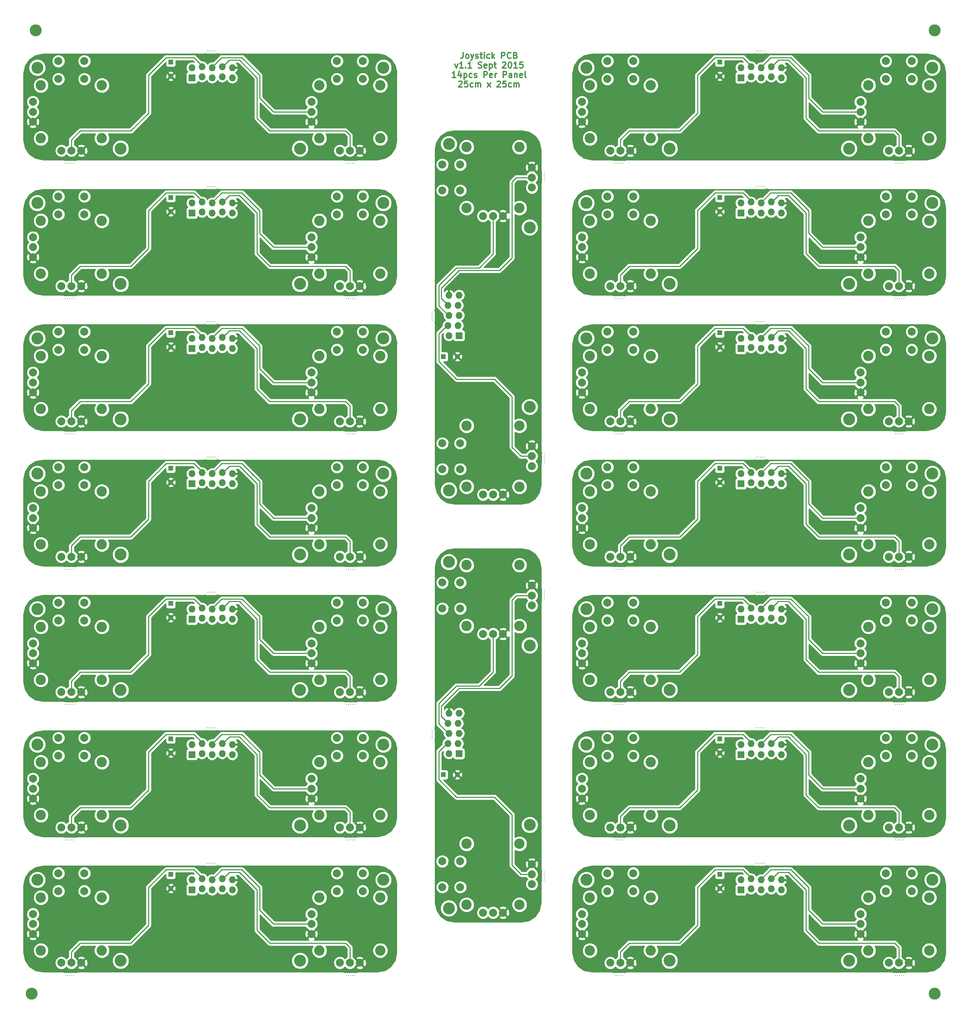
<source format=gtl>
G04 #@! TF.FileFunction,Copper,L1,Top,Signal*
%FSLAX46Y46*%
G04 Gerber Fmt 4.6, Leading zero omitted, Abs format (unit mm)*
G04 Created by KiCad (PCBNEW (2015-01-16 BZR 5376)-product) date 14/09/2015 10:50:26*
%MOMM*%
G01*
G04 APERTURE LIST*
%ADD10C,0.100000*%
%ADD11C,0.300000*%
%ADD12C,3.000000*%
%ADD13C,0.300000*%
%ADD14R,1.300000X1.300000*%
%ADD15C,1.300000*%
%ADD16R,1.727200X1.727200*%
%ADD17O,1.727200X1.727200*%
%ADD18C,2.600000*%
%ADD19C,2.000000*%
%ADD20C,0.254000*%
G04 APERTURE END LIST*
D10*
D11*
X129500000Y-19578571D02*
X129500000Y-20650000D01*
X129428572Y-20864286D01*
X129285715Y-21007143D01*
X129071429Y-21078571D01*
X128928572Y-21078571D01*
X130428572Y-21078571D02*
X130285714Y-21007143D01*
X130214286Y-20935714D01*
X130142857Y-20792857D01*
X130142857Y-20364286D01*
X130214286Y-20221429D01*
X130285714Y-20150000D01*
X130428572Y-20078571D01*
X130642857Y-20078571D01*
X130785714Y-20150000D01*
X130857143Y-20221429D01*
X130928572Y-20364286D01*
X130928572Y-20792857D01*
X130857143Y-20935714D01*
X130785714Y-21007143D01*
X130642857Y-21078571D01*
X130428572Y-21078571D01*
X131428572Y-20078571D02*
X131785715Y-21078571D01*
X132142857Y-20078571D02*
X131785715Y-21078571D01*
X131642857Y-21435714D01*
X131571429Y-21507143D01*
X131428572Y-21578571D01*
X132642857Y-21007143D02*
X132785714Y-21078571D01*
X133071429Y-21078571D01*
X133214286Y-21007143D01*
X133285714Y-20864286D01*
X133285714Y-20792857D01*
X133214286Y-20650000D01*
X133071429Y-20578571D01*
X132857143Y-20578571D01*
X132714286Y-20507143D01*
X132642857Y-20364286D01*
X132642857Y-20292857D01*
X132714286Y-20150000D01*
X132857143Y-20078571D01*
X133071429Y-20078571D01*
X133214286Y-20150000D01*
X133714286Y-20078571D02*
X134285715Y-20078571D01*
X133928572Y-19578571D02*
X133928572Y-20864286D01*
X134000000Y-21007143D01*
X134142858Y-21078571D01*
X134285715Y-21078571D01*
X134785715Y-21078571D02*
X134785715Y-20078571D01*
X134785715Y-19578571D02*
X134714286Y-19650000D01*
X134785715Y-19721429D01*
X134857143Y-19650000D01*
X134785715Y-19578571D01*
X134785715Y-19721429D01*
X136142858Y-21007143D02*
X136000001Y-21078571D01*
X135714287Y-21078571D01*
X135571429Y-21007143D01*
X135500001Y-20935714D01*
X135428572Y-20792857D01*
X135428572Y-20364286D01*
X135500001Y-20221429D01*
X135571429Y-20150000D01*
X135714287Y-20078571D01*
X136000001Y-20078571D01*
X136142858Y-20150000D01*
X136785715Y-21078571D02*
X136785715Y-19578571D01*
X136928572Y-20507143D02*
X137357143Y-21078571D01*
X137357143Y-20078571D02*
X136785715Y-20650000D01*
X139142858Y-21078571D02*
X139142858Y-19578571D01*
X139714286Y-19578571D01*
X139857144Y-19650000D01*
X139928572Y-19721429D01*
X140000001Y-19864286D01*
X140000001Y-20078571D01*
X139928572Y-20221429D01*
X139857144Y-20292857D01*
X139714286Y-20364286D01*
X139142858Y-20364286D01*
X141500001Y-20935714D02*
X141428572Y-21007143D01*
X141214286Y-21078571D01*
X141071429Y-21078571D01*
X140857144Y-21007143D01*
X140714286Y-20864286D01*
X140642858Y-20721429D01*
X140571429Y-20435714D01*
X140571429Y-20221429D01*
X140642858Y-19935714D01*
X140714286Y-19792857D01*
X140857144Y-19650000D01*
X141071429Y-19578571D01*
X141214286Y-19578571D01*
X141428572Y-19650000D01*
X141500001Y-19721429D01*
X142642858Y-20292857D02*
X142857144Y-20364286D01*
X142928572Y-20435714D01*
X143000001Y-20578571D01*
X143000001Y-20792857D01*
X142928572Y-20935714D01*
X142857144Y-21007143D01*
X142714286Y-21078571D01*
X142142858Y-21078571D01*
X142142858Y-19578571D01*
X142642858Y-19578571D01*
X142785715Y-19650000D01*
X142857144Y-19721429D01*
X142928572Y-19864286D01*
X142928572Y-20007143D01*
X142857144Y-20150000D01*
X142785715Y-20221429D01*
X142642858Y-20292857D01*
X142142858Y-20292857D01*
X127392859Y-22478571D02*
X127750002Y-23478571D01*
X128107144Y-22478571D01*
X129464287Y-23478571D02*
X128607144Y-23478571D01*
X129035716Y-23478571D02*
X129035716Y-21978571D01*
X128892859Y-22192857D01*
X128750001Y-22335714D01*
X128607144Y-22407143D01*
X130107144Y-23335714D02*
X130178572Y-23407143D01*
X130107144Y-23478571D01*
X130035715Y-23407143D01*
X130107144Y-23335714D01*
X130107144Y-23478571D01*
X131607144Y-23478571D02*
X130750001Y-23478571D01*
X131178573Y-23478571D02*
X131178573Y-21978571D01*
X131035716Y-22192857D01*
X130892858Y-22335714D01*
X130750001Y-22407143D01*
X133321429Y-23407143D02*
X133535715Y-23478571D01*
X133892858Y-23478571D01*
X134035715Y-23407143D01*
X134107144Y-23335714D01*
X134178572Y-23192857D01*
X134178572Y-23050000D01*
X134107144Y-22907143D01*
X134035715Y-22835714D01*
X133892858Y-22764286D01*
X133607144Y-22692857D01*
X133464286Y-22621429D01*
X133392858Y-22550000D01*
X133321429Y-22407143D01*
X133321429Y-22264286D01*
X133392858Y-22121429D01*
X133464286Y-22050000D01*
X133607144Y-21978571D01*
X133964286Y-21978571D01*
X134178572Y-22050000D01*
X135392857Y-23407143D02*
X135250000Y-23478571D01*
X134964286Y-23478571D01*
X134821429Y-23407143D01*
X134750000Y-23264286D01*
X134750000Y-22692857D01*
X134821429Y-22550000D01*
X134964286Y-22478571D01*
X135250000Y-22478571D01*
X135392857Y-22550000D01*
X135464286Y-22692857D01*
X135464286Y-22835714D01*
X134750000Y-22978571D01*
X136107143Y-22478571D02*
X136107143Y-23978571D01*
X136107143Y-22550000D02*
X136250000Y-22478571D01*
X136535714Y-22478571D01*
X136678571Y-22550000D01*
X136750000Y-22621429D01*
X136821429Y-22764286D01*
X136821429Y-23192857D01*
X136750000Y-23335714D01*
X136678571Y-23407143D01*
X136535714Y-23478571D01*
X136250000Y-23478571D01*
X136107143Y-23407143D01*
X137250000Y-22478571D02*
X137821429Y-22478571D01*
X137464286Y-21978571D02*
X137464286Y-23264286D01*
X137535714Y-23407143D01*
X137678572Y-23478571D01*
X137821429Y-23478571D01*
X139392857Y-22121429D02*
X139464286Y-22050000D01*
X139607143Y-21978571D01*
X139964286Y-21978571D01*
X140107143Y-22050000D01*
X140178572Y-22121429D01*
X140250000Y-22264286D01*
X140250000Y-22407143D01*
X140178572Y-22621429D01*
X139321429Y-23478571D01*
X140250000Y-23478571D01*
X141178571Y-21978571D02*
X141321428Y-21978571D01*
X141464285Y-22050000D01*
X141535714Y-22121429D01*
X141607143Y-22264286D01*
X141678571Y-22550000D01*
X141678571Y-22907143D01*
X141607143Y-23192857D01*
X141535714Y-23335714D01*
X141464285Y-23407143D01*
X141321428Y-23478571D01*
X141178571Y-23478571D01*
X141035714Y-23407143D01*
X140964285Y-23335714D01*
X140892857Y-23192857D01*
X140821428Y-22907143D01*
X140821428Y-22550000D01*
X140892857Y-22264286D01*
X140964285Y-22121429D01*
X141035714Y-22050000D01*
X141178571Y-21978571D01*
X143107142Y-23478571D02*
X142249999Y-23478571D01*
X142678571Y-23478571D02*
X142678571Y-21978571D01*
X142535714Y-22192857D01*
X142392856Y-22335714D01*
X142249999Y-22407143D01*
X144464285Y-21978571D02*
X143749999Y-21978571D01*
X143678570Y-22692857D01*
X143749999Y-22621429D01*
X143892856Y-22550000D01*
X144249999Y-22550000D01*
X144392856Y-22621429D01*
X144464285Y-22692857D01*
X144535713Y-22835714D01*
X144535713Y-23192857D01*
X144464285Y-23335714D01*
X144392856Y-23407143D01*
X144249999Y-23478571D01*
X143892856Y-23478571D01*
X143749999Y-23407143D01*
X143678570Y-23335714D01*
X127642858Y-25878571D02*
X126785715Y-25878571D01*
X127214287Y-25878571D02*
X127214287Y-24378571D01*
X127071430Y-24592857D01*
X126928572Y-24735714D01*
X126785715Y-24807143D01*
X128928572Y-24878571D02*
X128928572Y-25878571D01*
X128571429Y-24307143D02*
X128214286Y-25378571D01*
X129142858Y-25378571D01*
X129714286Y-24878571D02*
X129714286Y-26378571D01*
X129714286Y-24950000D02*
X129857143Y-24878571D01*
X130142857Y-24878571D01*
X130285714Y-24950000D01*
X130357143Y-25021429D01*
X130428572Y-25164286D01*
X130428572Y-25592857D01*
X130357143Y-25735714D01*
X130285714Y-25807143D01*
X130142857Y-25878571D01*
X129857143Y-25878571D01*
X129714286Y-25807143D01*
X131714286Y-25807143D02*
X131571429Y-25878571D01*
X131285715Y-25878571D01*
X131142857Y-25807143D01*
X131071429Y-25735714D01*
X131000000Y-25592857D01*
X131000000Y-25164286D01*
X131071429Y-25021429D01*
X131142857Y-24950000D01*
X131285715Y-24878571D01*
X131571429Y-24878571D01*
X131714286Y-24950000D01*
X132285714Y-25807143D02*
X132428571Y-25878571D01*
X132714286Y-25878571D01*
X132857143Y-25807143D01*
X132928571Y-25664286D01*
X132928571Y-25592857D01*
X132857143Y-25450000D01*
X132714286Y-25378571D01*
X132500000Y-25378571D01*
X132357143Y-25307143D01*
X132285714Y-25164286D01*
X132285714Y-25092857D01*
X132357143Y-24950000D01*
X132500000Y-24878571D01*
X132714286Y-24878571D01*
X132857143Y-24950000D01*
X134714286Y-25878571D02*
X134714286Y-24378571D01*
X135285714Y-24378571D01*
X135428572Y-24450000D01*
X135500000Y-24521429D01*
X135571429Y-24664286D01*
X135571429Y-24878571D01*
X135500000Y-25021429D01*
X135428572Y-25092857D01*
X135285714Y-25164286D01*
X134714286Y-25164286D01*
X136785714Y-25807143D02*
X136642857Y-25878571D01*
X136357143Y-25878571D01*
X136214286Y-25807143D01*
X136142857Y-25664286D01*
X136142857Y-25092857D01*
X136214286Y-24950000D01*
X136357143Y-24878571D01*
X136642857Y-24878571D01*
X136785714Y-24950000D01*
X136857143Y-25092857D01*
X136857143Y-25235714D01*
X136142857Y-25378571D01*
X137500000Y-25878571D02*
X137500000Y-24878571D01*
X137500000Y-25164286D02*
X137571428Y-25021429D01*
X137642857Y-24950000D01*
X137785714Y-24878571D01*
X137928571Y-24878571D01*
X139571428Y-25878571D02*
X139571428Y-24378571D01*
X140142856Y-24378571D01*
X140285714Y-24450000D01*
X140357142Y-24521429D01*
X140428571Y-24664286D01*
X140428571Y-24878571D01*
X140357142Y-25021429D01*
X140285714Y-25092857D01*
X140142856Y-25164286D01*
X139571428Y-25164286D01*
X141714285Y-25878571D02*
X141714285Y-25092857D01*
X141642856Y-24950000D01*
X141499999Y-24878571D01*
X141214285Y-24878571D01*
X141071428Y-24950000D01*
X141714285Y-25807143D02*
X141571428Y-25878571D01*
X141214285Y-25878571D01*
X141071428Y-25807143D01*
X140999999Y-25664286D01*
X140999999Y-25521429D01*
X141071428Y-25378571D01*
X141214285Y-25307143D01*
X141571428Y-25307143D01*
X141714285Y-25235714D01*
X142428571Y-24878571D02*
X142428571Y-25878571D01*
X142428571Y-25021429D02*
X142499999Y-24950000D01*
X142642857Y-24878571D01*
X142857142Y-24878571D01*
X142999999Y-24950000D01*
X143071428Y-25092857D01*
X143071428Y-25878571D01*
X144357142Y-25807143D02*
X144214285Y-25878571D01*
X143928571Y-25878571D01*
X143785714Y-25807143D01*
X143714285Y-25664286D01*
X143714285Y-25092857D01*
X143785714Y-24950000D01*
X143928571Y-24878571D01*
X144214285Y-24878571D01*
X144357142Y-24950000D01*
X144428571Y-25092857D01*
X144428571Y-25235714D01*
X143714285Y-25378571D01*
X145285714Y-25878571D02*
X145142856Y-25807143D01*
X145071428Y-25664286D01*
X145071428Y-24378571D01*
X128392858Y-26921429D02*
X128464287Y-26850000D01*
X128607144Y-26778571D01*
X128964287Y-26778571D01*
X129107144Y-26850000D01*
X129178573Y-26921429D01*
X129250001Y-27064286D01*
X129250001Y-27207143D01*
X129178573Y-27421429D01*
X128321430Y-28278571D01*
X129250001Y-28278571D01*
X130607144Y-26778571D02*
X129892858Y-26778571D01*
X129821429Y-27492857D01*
X129892858Y-27421429D01*
X130035715Y-27350000D01*
X130392858Y-27350000D01*
X130535715Y-27421429D01*
X130607144Y-27492857D01*
X130678572Y-27635714D01*
X130678572Y-27992857D01*
X130607144Y-28135714D01*
X130535715Y-28207143D01*
X130392858Y-28278571D01*
X130035715Y-28278571D01*
X129892858Y-28207143D01*
X129821429Y-28135714D01*
X131964286Y-28207143D02*
X131821429Y-28278571D01*
X131535715Y-28278571D01*
X131392857Y-28207143D01*
X131321429Y-28135714D01*
X131250000Y-27992857D01*
X131250000Y-27564286D01*
X131321429Y-27421429D01*
X131392857Y-27350000D01*
X131535715Y-27278571D01*
X131821429Y-27278571D01*
X131964286Y-27350000D01*
X132607143Y-28278571D02*
X132607143Y-27278571D01*
X132607143Y-27421429D02*
X132678571Y-27350000D01*
X132821429Y-27278571D01*
X133035714Y-27278571D01*
X133178571Y-27350000D01*
X133250000Y-27492857D01*
X133250000Y-28278571D01*
X133250000Y-27492857D02*
X133321429Y-27350000D01*
X133464286Y-27278571D01*
X133678571Y-27278571D01*
X133821429Y-27350000D01*
X133892857Y-27492857D01*
X133892857Y-28278571D01*
X135607143Y-28278571D02*
X136392857Y-27278571D01*
X135607143Y-27278571D02*
X136392857Y-28278571D01*
X138035714Y-26921429D02*
X138107143Y-26850000D01*
X138250000Y-26778571D01*
X138607143Y-26778571D01*
X138750000Y-26850000D01*
X138821429Y-26921429D01*
X138892857Y-27064286D01*
X138892857Y-27207143D01*
X138821429Y-27421429D01*
X137964286Y-28278571D01*
X138892857Y-28278571D01*
X140250000Y-26778571D02*
X139535714Y-26778571D01*
X139464285Y-27492857D01*
X139535714Y-27421429D01*
X139678571Y-27350000D01*
X140035714Y-27350000D01*
X140178571Y-27421429D01*
X140250000Y-27492857D01*
X140321428Y-27635714D01*
X140321428Y-27992857D01*
X140250000Y-28135714D01*
X140178571Y-28207143D01*
X140035714Y-28278571D01*
X139678571Y-28278571D01*
X139535714Y-28207143D01*
X139464285Y-28135714D01*
X141607142Y-28207143D02*
X141464285Y-28278571D01*
X141178571Y-28278571D01*
X141035713Y-28207143D01*
X140964285Y-28135714D01*
X140892856Y-27992857D01*
X140892856Y-27564286D01*
X140964285Y-27421429D01*
X141035713Y-27350000D01*
X141178571Y-27278571D01*
X141464285Y-27278571D01*
X141607142Y-27350000D01*
X142249999Y-28278571D02*
X142249999Y-27278571D01*
X142249999Y-27421429D02*
X142321427Y-27350000D01*
X142464285Y-27278571D01*
X142678570Y-27278571D01*
X142821427Y-27350000D01*
X142892856Y-27492857D01*
X142892856Y-28278571D01*
X142892856Y-27492857D02*
X142964285Y-27350000D01*
X143107142Y-27278571D01*
X143321427Y-27278571D01*
X143464285Y-27350000D01*
X143535713Y-27492857D01*
X143535713Y-28278571D01*
D12*
X21000000Y-256000000D03*
X248000000Y-256000000D03*
X248000000Y-14000000D03*
X22000000Y-14000000D03*
D13*
X167552000Y-47403000D03*
D12*
X181395000Y-43720000D03*
X247435000Y-23400000D03*
X226480000Y-43720000D03*
X160440000Y-23400000D03*
D13*
X168060000Y-47403000D03*
X169076000Y-47403000D03*
X168568000Y-47403000D03*
X169584000Y-47403000D03*
X205144000Y-19209000D03*
X204128000Y-19209000D03*
X204636000Y-19209000D03*
X203620000Y-19209000D03*
X203112000Y-19209000D03*
X240196000Y-47403000D03*
X239180000Y-47403000D03*
X239688000Y-47403000D03*
X238672000Y-47403000D03*
X238164000Y-47403000D03*
D14*
X194000000Y-22000000D03*
D15*
X194000000Y-25556000D03*
D16*
X199302000Y-25940000D03*
D17*
X199302000Y-23400000D03*
X201842000Y-25686000D03*
X201842000Y-23146000D03*
X204382000Y-25940000D03*
X204382000Y-23400000D03*
X206922000Y-25686000D03*
X206922000Y-23146000D03*
X209462000Y-25940000D03*
X209462000Y-23400000D03*
D18*
X161350000Y-27850000D03*
X176650000Y-27850000D03*
X176650000Y-41150000D03*
X161350000Y-41150000D03*
D19*
X159350000Y-34500000D03*
X159350000Y-32000000D03*
X159350000Y-37000000D03*
X169000000Y-44250000D03*
X166500000Y-44250000D03*
X171500000Y-44250000D03*
X165750000Y-26250000D03*
X172250000Y-26250000D03*
X172250000Y-21750000D03*
X165750000Y-21750000D03*
D18*
X231350000Y-27850000D03*
X246650000Y-27850000D03*
X246650000Y-41150000D03*
X231350000Y-41150000D03*
D19*
X229350000Y-34500000D03*
X229350000Y-32000000D03*
X229350000Y-37000000D03*
X239000000Y-44250000D03*
X236500000Y-44250000D03*
X241500000Y-44250000D03*
X235750000Y-26250000D03*
X242250000Y-26250000D03*
X242250000Y-21750000D03*
X235750000Y-21750000D03*
D18*
X231350000Y-61850000D03*
X246650000Y-61850000D03*
X246650000Y-75150000D03*
X231350000Y-75150000D03*
D19*
X229350000Y-68500000D03*
X229350000Y-66000000D03*
X229350000Y-71000000D03*
X239000000Y-78250000D03*
X236500000Y-78250000D03*
X241500000Y-78250000D03*
X235750000Y-60250000D03*
X242250000Y-60250000D03*
X242250000Y-55750000D03*
X235750000Y-55750000D03*
D18*
X161350000Y-61850000D03*
X176650000Y-61850000D03*
X176650000Y-75150000D03*
X161350000Y-75150000D03*
D19*
X159350000Y-68500000D03*
X159350000Y-66000000D03*
X159350000Y-71000000D03*
X169000000Y-78250000D03*
X166500000Y-78250000D03*
X171500000Y-78250000D03*
X165750000Y-60250000D03*
X172250000Y-60250000D03*
X172250000Y-55750000D03*
X165750000Y-55750000D03*
D16*
X199302000Y-59940000D03*
D17*
X199302000Y-57400000D03*
X201842000Y-59686000D03*
X201842000Y-57146000D03*
X204382000Y-59940000D03*
X204382000Y-57400000D03*
X206922000Y-59686000D03*
X206922000Y-57146000D03*
X209462000Y-59940000D03*
X209462000Y-57400000D03*
D14*
X194000000Y-56000000D03*
D15*
X194000000Y-59556000D03*
D13*
X238164000Y-81403000D03*
X238672000Y-81403000D03*
X239688000Y-81403000D03*
X239180000Y-81403000D03*
X240196000Y-81403000D03*
X203112000Y-53209000D03*
X203620000Y-53209000D03*
X204636000Y-53209000D03*
X204128000Y-53209000D03*
X205144000Y-53209000D03*
X169584000Y-81403000D03*
X168568000Y-81403000D03*
X169076000Y-81403000D03*
X168060000Y-81403000D03*
D12*
X160440000Y-57400000D03*
X226480000Y-77720000D03*
X247435000Y-57400000D03*
X181395000Y-77720000D03*
D13*
X167552000Y-81403000D03*
X167552000Y-115403000D03*
D12*
X181395000Y-111720000D03*
X247435000Y-91400000D03*
X226480000Y-111720000D03*
X160440000Y-91400000D03*
D13*
X168060000Y-115403000D03*
X169076000Y-115403000D03*
X168568000Y-115403000D03*
X169584000Y-115403000D03*
X205144000Y-87209000D03*
X204128000Y-87209000D03*
X204636000Y-87209000D03*
X203620000Y-87209000D03*
X203112000Y-87209000D03*
X240196000Y-115403000D03*
X239180000Y-115403000D03*
X239688000Y-115403000D03*
X238672000Y-115403000D03*
X238164000Y-115403000D03*
D14*
X194000000Y-90000000D03*
D15*
X194000000Y-93556000D03*
D16*
X199302000Y-93940000D03*
D17*
X199302000Y-91400000D03*
X201842000Y-93686000D03*
X201842000Y-91146000D03*
X204382000Y-93940000D03*
X204382000Y-91400000D03*
X206922000Y-93686000D03*
X206922000Y-91146000D03*
X209462000Y-93940000D03*
X209462000Y-91400000D03*
D18*
X161350000Y-95850000D03*
X176650000Y-95850000D03*
X176650000Y-109150000D03*
X161350000Y-109150000D03*
D19*
X159350000Y-102500000D03*
X159350000Y-100000000D03*
X159350000Y-105000000D03*
X169000000Y-112250000D03*
X166500000Y-112250000D03*
X171500000Y-112250000D03*
X165750000Y-94250000D03*
X172250000Y-94250000D03*
X172250000Y-89750000D03*
X165750000Y-89750000D03*
D18*
X231350000Y-95850000D03*
X246650000Y-95850000D03*
X246650000Y-109150000D03*
X231350000Y-109150000D03*
D19*
X229350000Y-102500000D03*
X229350000Y-100000000D03*
X229350000Y-105000000D03*
X239000000Y-112250000D03*
X236500000Y-112250000D03*
X241500000Y-112250000D03*
X235750000Y-94250000D03*
X242250000Y-94250000D03*
X242250000Y-89750000D03*
X235750000Y-89750000D03*
D18*
X231350000Y-197850000D03*
X246650000Y-197850000D03*
X246650000Y-211150000D03*
X231350000Y-211150000D03*
D19*
X229350000Y-204500000D03*
X229350000Y-202000000D03*
X229350000Y-207000000D03*
X239000000Y-214250000D03*
X236500000Y-214250000D03*
X241500000Y-214250000D03*
X235750000Y-196250000D03*
X242250000Y-196250000D03*
X242250000Y-191750000D03*
X235750000Y-191750000D03*
D18*
X161350000Y-197850000D03*
X176650000Y-197850000D03*
X176650000Y-211150000D03*
X161350000Y-211150000D03*
D19*
X159350000Y-204500000D03*
X159350000Y-202000000D03*
X159350000Y-207000000D03*
X169000000Y-214250000D03*
X166500000Y-214250000D03*
X171500000Y-214250000D03*
X165750000Y-196250000D03*
X172250000Y-196250000D03*
X172250000Y-191750000D03*
X165750000Y-191750000D03*
D16*
X199302000Y-195940000D03*
D17*
X199302000Y-193400000D03*
X201842000Y-195686000D03*
X201842000Y-193146000D03*
X204382000Y-195940000D03*
X204382000Y-193400000D03*
X206922000Y-195686000D03*
X206922000Y-193146000D03*
X209462000Y-195940000D03*
X209462000Y-193400000D03*
D14*
X194000000Y-192000000D03*
D15*
X194000000Y-195556000D03*
D13*
X238164000Y-217403000D03*
X238672000Y-217403000D03*
X239688000Y-217403000D03*
X239180000Y-217403000D03*
X240196000Y-217403000D03*
X203112000Y-189209000D03*
X203620000Y-189209000D03*
X204636000Y-189209000D03*
X204128000Y-189209000D03*
X205144000Y-189209000D03*
X169584000Y-217403000D03*
X168568000Y-217403000D03*
X169076000Y-217403000D03*
X168060000Y-217403000D03*
D12*
X160440000Y-193400000D03*
X226480000Y-213720000D03*
X247435000Y-193400000D03*
X181395000Y-213720000D03*
D13*
X167552000Y-217403000D03*
X167552000Y-183403000D03*
D12*
X181395000Y-179720000D03*
X247435000Y-159400000D03*
X226480000Y-179720000D03*
X160440000Y-159400000D03*
D13*
X168060000Y-183403000D03*
X169076000Y-183403000D03*
X168568000Y-183403000D03*
X169584000Y-183403000D03*
X205144000Y-155209000D03*
X204128000Y-155209000D03*
X204636000Y-155209000D03*
X203620000Y-155209000D03*
X203112000Y-155209000D03*
X240196000Y-183403000D03*
X239180000Y-183403000D03*
X239688000Y-183403000D03*
X238672000Y-183403000D03*
X238164000Y-183403000D03*
D14*
X194000000Y-158000000D03*
D15*
X194000000Y-161556000D03*
D16*
X199302000Y-161940000D03*
D17*
X199302000Y-159400000D03*
X201842000Y-161686000D03*
X201842000Y-159146000D03*
X204382000Y-161940000D03*
X204382000Y-159400000D03*
X206922000Y-161686000D03*
X206922000Y-159146000D03*
X209462000Y-161940000D03*
X209462000Y-159400000D03*
D18*
X161350000Y-163850000D03*
X176650000Y-163850000D03*
X176650000Y-177150000D03*
X161350000Y-177150000D03*
D19*
X159350000Y-170500000D03*
X159350000Y-168000000D03*
X159350000Y-173000000D03*
X169000000Y-180250000D03*
X166500000Y-180250000D03*
X171500000Y-180250000D03*
X165750000Y-162250000D03*
X172250000Y-162250000D03*
X172250000Y-157750000D03*
X165750000Y-157750000D03*
D18*
X231350000Y-163850000D03*
X246650000Y-163850000D03*
X246650000Y-177150000D03*
X231350000Y-177150000D03*
D19*
X229350000Y-170500000D03*
X229350000Y-168000000D03*
X229350000Y-173000000D03*
X239000000Y-180250000D03*
X236500000Y-180250000D03*
X241500000Y-180250000D03*
X235750000Y-162250000D03*
X242250000Y-162250000D03*
X242250000Y-157750000D03*
X235750000Y-157750000D03*
D18*
X231350000Y-129850000D03*
X246650000Y-129850000D03*
X246650000Y-143150000D03*
X231350000Y-143150000D03*
D19*
X229350000Y-136500000D03*
X229350000Y-134000000D03*
X229350000Y-139000000D03*
X239000000Y-146250000D03*
X236500000Y-146250000D03*
X241500000Y-146250000D03*
X235750000Y-128250000D03*
X242250000Y-128250000D03*
X242250000Y-123750000D03*
X235750000Y-123750000D03*
D18*
X161350000Y-129850000D03*
X176650000Y-129850000D03*
X176650000Y-143150000D03*
X161350000Y-143150000D03*
D19*
X159350000Y-136500000D03*
X159350000Y-134000000D03*
X159350000Y-139000000D03*
X169000000Y-146250000D03*
X166500000Y-146250000D03*
X171500000Y-146250000D03*
X165750000Y-128250000D03*
X172250000Y-128250000D03*
X172250000Y-123750000D03*
X165750000Y-123750000D03*
D16*
X199302000Y-127940000D03*
D17*
X199302000Y-125400000D03*
X201842000Y-127686000D03*
X201842000Y-125146000D03*
X204382000Y-127940000D03*
X204382000Y-125400000D03*
X206922000Y-127686000D03*
X206922000Y-125146000D03*
X209462000Y-127940000D03*
X209462000Y-125400000D03*
D14*
X194000000Y-124000000D03*
D15*
X194000000Y-127556000D03*
D13*
X238164000Y-149403000D03*
X238672000Y-149403000D03*
X239688000Y-149403000D03*
X239180000Y-149403000D03*
X240196000Y-149403000D03*
X203112000Y-121209000D03*
X203620000Y-121209000D03*
X204636000Y-121209000D03*
X204128000Y-121209000D03*
X205144000Y-121209000D03*
X169584000Y-149403000D03*
X168568000Y-149403000D03*
X169076000Y-149403000D03*
X168060000Y-149403000D03*
D12*
X160440000Y-125400000D03*
X226480000Y-145720000D03*
X247435000Y-125400000D03*
X181395000Y-145720000D03*
D13*
X167552000Y-149403000D03*
X167552000Y-251403000D03*
D12*
X181395000Y-247720000D03*
X247435000Y-227400000D03*
X226480000Y-247720000D03*
X160440000Y-227400000D03*
D13*
X168060000Y-251403000D03*
X169076000Y-251403000D03*
X168568000Y-251403000D03*
X169584000Y-251403000D03*
X205144000Y-223209000D03*
X204128000Y-223209000D03*
X204636000Y-223209000D03*
X203620000Y-223209000D03*
X203112000Y-223209000D03*
X240196000Y-251403000D03*
X239180000Y-251403000D03*
X239688000Y-251403000D03*
X238672000Y-251403000D03*
X238164000Y-251403000D03*
D14*
X194000000Y-226000000D03*
D15*
X194000000Y-229556000D03*
D16*
X199302000Y-229940000D03*
D17*
X199302000Y-227400000D03*
X201842000Y-229686000D03*
X201842000Y-227146000D03*
X204382000Y-229940000D03*
X204382000Y-227400000D03*
X206922000Y-229686000D03*
X206922000Y-227146000D03*
X209462000Y-229940000D03*
X209462000Y-227400000D03*
D18*
X161350000Y-231850000D03*
X176650000Y-231850000D03*
X176650000Y-245150000D03*
X161350000Y-245150000D03*
D19*
X159350000Y-238500000D03*
X159350000Y-236000000D03*
X159350000Y-241000000D03*
X169000000Y-248250000D03*
X166500000Y-248250000D03*
X171500000Y-248250000D03*
X165750000Y-230250000D03*
X172250000Y-230250000D03*
X172250000Y-225750000D03*
X165750000Y-225750000D03*
D18*
X231350000Y-231850000D03*
X246650000Y-231850000D03*
X246650000Y-245150000D03*
X231350000Y-245150000D03*
D19*
X229350000Y-238500000D03*
X229350000Y-236000000D03*
X229350000Y-241000000D03*
X239000000Y-248250000D03*
X236500000Y-248250000D03*
X241500000Y-248250000D03*
X235750000Y-230250000D03*
X242250000Y-230250000D03*
X242250000Y-225750000D03*
X235750000Y-225750000D03*
D18*
X93350000Y-231850000D03*
X108650000Y-231850000D03*
X108650000Y-245150000D03*
X93350000Y-245150000D03*
D19*
X91350000Y-238500000D03*
X91350000Y-236000000D03*
X91350000Y-241000000D03*
X101000000Y-248250000D03*
X98500000Y-248250000D03*
X103500000Y-248250000D03*
X97750000Y-230250000D03*
X104250000Y-230250000D03*
X104250000Y-225750000D03*
X97750000Y-225750000D03*
D18*
X23350000Y-231850000D03*
X38650000Y-231850000D03*
X38650000Y-245150000D03*
X23350000Y-245150000D03*
D19*
X21350000Y-238500000D03*
X21350000Y-236000000D03*
X21350000Y-241000000D03*
X31000000Y-248250000D03*
X28500000Y-248250000D03*
X33500000Y-248250000D03*
X27750000Y-230250000D03*
X34250000Y-230250000D03*
X34250000Y-225750000D03*
X27750000Y-225750000D03*
D16*
X61302000Y-229940000D03*
D17*
X61302000Y-227400000D03*
X63842000Y-229686000D03*
X63842000Y-227146000D03*
X66382000Y-229940000D03*
X66382000Y-227400000D03*
X68922000Y-229686000D03*
X68922000Y-227146000D03*
X71462000Y-229940000D03*
X71462000Y-227400000D03*
D14*
X56000000Y-226000000D03*
D15*
X56000000Y-229556000D03*
D13*
X100164000Y-251403000D03*
X100672000Y-251403000D03*
X101688000Y-251403000D03*
X101180000Y-251403000D03*
X102196000Y-251403000D03*
X65112000Y-223209000D03*
X65620000Y-223209000D03*
X66636000Y-223209000D03*
X66128000Y-223209000D03*
X67144000Y-223209000D03*
X31584000Y-251403000D03*
X30568000Y-251403000D03*
X31076000Y-251403000D03*
X30060000Y-251403000D03*
D12*
X22440000Y-227400000D03*
X88480000Y-247720000D03*
X109435000Y-227400000D03*
X43395000Y-247720000D03*
D13*
X29552000Y-251403000D03*
X29552000Y-149403000D03*
D12*
X43395000Y-145720000D03*
X109435000Y-125400000D03*
X88480000Y-145720000D03*
X22440000Y-125400000D03*
D13*
X30060000Y-149403000D03*
X31076000Y-149403000D03*
X30568000Y-149403000D03*
X31584000Y-149403000D03*
X67144000Y-121209000D03*
X66128000Y-121209000D03*
X66636000Y-121209000D03*
X65620000Y-121209000D03*
X65112000Y-121209000D03*
X102196000Y-149403000D03*
X101180000Y-149403000D03*
X101688000Y-149403000D03*
X100672000Y-149403000D03*
X100164000Y-149403000D03*
D14*
X56000000Y-124000000D03*
D15*
X56000000Y-127556000D03*
D16*
X61302000Y-127940000D03*
D17*
X61302000Y-125400000D03*
X63842000Y-127686000D03*
X63842000Y-125146000D03*
X66382000Y-127940000D03*
X66382000Y-125400000D03*
X68922000Y-127686000D03*
X68922000Y-125146000D03*
X71462000Y-127940000D03*
X71462000Y-125400000D03*
D18*
X23350000Y-129850000D03*
X38650000Y-129850000D03*
X38650000Y-143150000D03*
X23350000Y-143150000D03*
D19*
X21350000Y-136500000D03*
X21350000Y-134000000D03*
X21350000Y-139000000D03*
X31000000Y-146250000D03*
X28500000Y-146250000D03*
X33500000Y-146250000D03*
X27750000Y-128250000D03*
X34250000Y-128250000D03*
X34250000Y-123750000D03*
X27750000Y-123750000D03*
D18*
X93350000Y-129850000D03*
X108650000Y-129850000D03*
X108650000Y-143150000D03*
X93350000Y-143150000D03*
D19*
X91350000Y-136500000D03*
X91350000Y-134000000D03*
X91350000Y-139000000D03*
X101000000Y-146250000D03*
X98500000Y-146250000D03*
X103500000Y-146250000D03*
X97750000Y-128250000D03*
X104250000Y-128250000D03*
X104250000Y-123750000D03*
X97750000Y-123750000D03*
D18*
X93350000Y-163850000D03*
X108650000Y-163850000D03*
X108650000Y-177150000D03*
X93350000Y-177150000D03*
D19*
X91350000Y-170500000D03*
X91350000Y-168000000D03*
X91350000Y-173000000D03*
X101000000Y-180250000D03*
X98500000Y-180250000D03*
X103500000Y-180250000D03*
X97750000Y-162250000D03*
X104250000Y-162250000D03*
X104250000Y-157750000D03*
X97750000Y-157750000D03*
D18*
X23350000Y-163850000D03*
X38650000Y-163850000D03*
X38650000Y-177150000D03*
X23350000Y-177150000D03*
D19*
X21350000Y-170500000D03*
X21350000Y-168000000D03*
X21350000Y-173000000D03*
X31000000Y-180250000D03*
X28500000Y-180250000D03*
X33500000Y-180250000D03*
X27750000Y-162250000D03*
X34250000Y-162250000D03*
X34250000Y-157750000D03*
X27750000Y-157750000D03*
D16*
X61302000Y-161940000D03*
D17*
X61302000Y-159400000D03*
X63842000Y-161686000D03*
X63842000Y-159146000D03*
X66382000Y-161940000D03*
X66382000Y-159400000D03*
X68922000Y-161686000D03*
X68922000Y-159146000D03*
X71462000Y-161940000D03*
X71462000Y-159400000D03*
D14*
X56000000Y-158000000D03*
D15*
X56000000Y-161556000D03*
D13*
X100164000Y-183403000D03*
X100672000Y-183403000D03*
X101688000Y-183403000D03*
X101180000Y-183403000D03*
X102196000Y-183403000D03*
X65112000Y-155209000D03*
X65620000Y-155209000D03*
X66636000Y-155209000D03*
X66128000Y-155209000D03*
X67144000Y-155209000D03*
X31584000Y-183403000D03*
X30568000Y-183403000D03*
X31076000Y-183403000D03*
X30060000Y-183403000D03*
D12*
X22440000Y-159400000D03*
X88480000Y-179720000D03*
X109435000Y-159400000D03*
X43395000Y-179720000D03*
D13*
X29552000Y-183403000D03*
X149903000Y-227448000D03*
D12*
X146220000Y-213605000D03*
X125900000Y-147565000D03*
X146220000Y-168520000D03*
X125900000Y-234560000D03*
D13*
X149903000Y-226940000D03*
X149903000Y-225924000D03*
X149903000Y-226432000D03*
X149903000Y-225416000D03*
X121709000Y-189856000D03*
X121709000Y-190872000D03*
X121709000Y-190364000D03*
X121709000Y-191380000D03*
X121709000Y-191888000D03*
X149903000Y-154804000D03*
X149903000Y-155820000D03*
X149903000Y-155312000D03*
X149903000Y-156328000D03*
X149903000Y-156836000D03*
D14*
X124500000Y-201000000D03*
D15*
X128056000Y-201000000D03*
D16*
X128440000Y-195698000D03*
D17*
X125900000Y-195698000D03*
X128186000Y-193158000D03*
X125646000Y-193158000D03*
X128440000Y-190618000D03*
X125900000Y-190618000D03*
X128186000Y-188078000D03*
X125646000Y-188078000D03*
X128440000Y-185538000D03*
X125900000Y-185538000D03*
D18*
X130350000Y-233650000D03*
X130350000Y-218350000D03*
X143650000Y-218350000D03*
X143650000Y-233650000D03*
D19*
X137000000Y-235650000D03*
X134500000Y-235650000D03*
X139500000Y-235650000D03*
X146750000Y-226000000D03*
X146750000Y-228500000D03*
X146750000Y-223500000D03*
X128750000Y-229250000D03*
X128750000Y-222750000D03*
X124250000Y-222750000D03*
X124250000Y-229250000D03*
D18*
X130350000Y-163650000D03*
X130350000Y-148350000D03*
X143650000Y-148350000D03*
X143650000Y-163650000D03*
D19*
X137000000Y-165650000D03*
X134500000Y-165650000D03*
X139500000Y-165650000D03*
X146750000Y-156000000D03*
X146750000Y-158500000D03*
X146750000Y-153500000D03*
X128750000Y-159250000D03*
X128750000Y-152750000D03*
X124250000Y-152750000D03*
X124250000Y-159250000D03*
D13*
X29552000Y-217403000D03*
D12*
X43395000Y-213720000D03*
X109435000Y-193400000D03*
X88480000Y-213720000D03*
X22440000Y-193400000D03*
D13*
X30060000Y-217403000D03*
X31076000Y-217403000D03*
X30568000Y-217403000D03*
X31584000Y-217403000D03*
X67144000Y-189209000D03*
X66128000Y-189209000D03*
X66636000Y-189209000D03*
X65620000Y-189209000D03*
X65112000Y-189209000D03*
X102196000Y-217403000D03*
X101180000Y-217403000D03*
X101688000Y-217403000D03*
X100672000Y-217403000D03*
X100164000Y-217403000D03*
D14*
X56000000Y-192000000D03*
D15*
X56000000Y-195556000D03*
D16*
X61302000Y-195940000D03*
D17*
X61302000Y-193400000D03*
X63842000Y-195686000D03*
X63842000Y-193146000D03*
X66382000Y-195940000D03*
X66382000Y-193400000D03*
X68922000Y-195686000D03*
X68922000Y-193146000D03*
X71462000Y-195940000D03*
X71462000Y-193400000D03*
D18*
X23350000Y-197850000D03*
X38650000Y-197850000D03*
X38650000Y-211150000D03*
X23350000Y-211150000D03*
D19*
X21350000Y-204500000D03*
X21350000Y-202000000D03*
X21350000Y-207000000D03*
X31000000Y-214250000D03*
X28500000Y-214250000D03*
X33500000Y-214250000D03*
X27750000Y-196250000D03*
X34250000Y-196250000D03*
X34250000Y-191750000D03*
X27750000Y-191750000D03*
D18*
X93350000Y-197850000D03*
X108650000Y-197850000D03*
X108650000Y-211150000D03*
X93350000Y-211150000D03*
D19*
X91350000Y-204500000D03*
X91350000Y-202000000D03*
X91350000Y-207000000D03*
X101000000Y-214250000D03*
X98500000Y-214250000D03*
X103500000Y-214250000D03*
X97750000Y-196250000D03*
X104250000Y-196250000D03*
X104250000Y-191750000D03*
X97750000Y-191750000D03*
D18*
X93350000Y-95850000D03*
X108650000Y-95850000D03*
X108650000Y-109150000D03*
X93350000Y-109150000D03*
D19*
X91350000Y-102500000D03*
X91350000Y-100000000D03*
X91350000Y-105000000D03*
X101000000Y-112250000D03*
X98500000Y-112250000D03*
X103500000Y-112250000D03*
X97750000Y-94250000D03*
X104250000Y-94250000D03*
X104250000Y-89750000D03*
X97750000Y-89750000D03*
D18*
X23350000Y-95850000D03*
X38650000Y-95850000D03*
X38650000Y-109150000D03*
X23350000Y-109150000D03*
D19*
X21350000Y-102500000D03*
X21350000Y-100000000D03*
X21350000Y-105000000D03*
X31000000Y-112250000D03*
X28500000Y-112250000D03*
X33500000Y-112250000D03*
X27750000Y-94250000D03*
X34250000Y-94250000D03*
X34250000Y-89750000D03*
X27750000Y-89750000D03*
D16*
X61302000Y-93940000D03*
D17*
X61302000Y-91400000D03*
X63842000Y-93686000D03*
X63842000Y-91146000D03*
X66382000Y-93940000D03*
X66382000Y-91400000D03*
X68922000Y-93686000D03*
X68922000Y-91146000D03*
X71462000Y-93940000D03*
X71462000Y-91400000D03*
D14*
X56000000Y-90000000D03*
D15*
X56000000Y-93556000D03*
D13*
X100164000Y-115403000D03*
X100672000Y-115403000D03*
X101688000Y-115403000D03*
X101180000Y-115403000D03*
X102196000Y-115403000D03*
X65112000Y-87209000D03*
X65620000Y-87209000D03*
X66636000Y-87209000D03*
X66128000Y-87209000D03*
X67144000Y-87209000D03*
X31584000Y-115403000D03*
X30568000Y-115403000D03*
X31076000Y-115403000D03*
X30060000Y-115403000D03*
D12*
X22440000Y-91400000D03*
X88480000Y-111720000D03*
X109435000Y-91400000D03*
X43395000Y-111720000D03*
D13*
X29552000Y-115403000D03*
D18*
X130350000Y-58650000D03*
X130350000Y-43350000D03*
X143650000Y-43350000D03*
X143650000Y-58650000D03*
D19*
X137000000Y-60650000D03*
X134500000Y-60650000D03*
X139500000Y-60650000D03*
X146750000Y-51000000D03*
X146750000Y-53500000D03*
X146750000Y-48500000D03*
X128750000Y-54250000D03*
X128750000Y-47750000D03*
X124250000Y-47750000D03*
X124250000Y-54250000D03*
D18*
X130350000Y-128650000D03*
X130350000Y-113350000D03*
X143650000Y-113350000D03*
X143650000Y-128650000D03*
D19*
X137000000Y-130650000D03*
X134500000Y-130650000D03*
X139500000Y-130650000D03*
X146750000Y-121000000D03*
X146750000Y-123500000D03*
X146750000Y-118500000D03*
X128750000Y-124250000D03*
X128750000Y-117750000D03*
X124250000Y-117750000D03*
X124250000Y-124250000D03*
D16*
X128440000Y-90698000D03*
D17*
X125900000Y-90698000D03*
X128186000Y-88158000D03*
X125646000Y-88158000D03*
X128440000Y-85618000D03*
X125900000Y-85618000D03*
X128186000Y-83078000D03*
X125646000Y-83078000D03*
X128440000Y-80538000D03*
X125900000Y-80538000D03*
D14*
X124500000Y-96000000D03*
D15*
X128056000Y-96000000D03*
D13*
X149903000Y-51836000D03*
X149903000Y-51328000D03*
X149903000Y-50312000D03*
X149903000Y-50820000D03*
X149903000Y-49804000D03*
X121709000Y-86888000D03*
X121709000Y-86380000D03*
X121709000Y-85364000D03*
X121709000Y-85872000D03*
X121709000Y-84856000D03*
X149903000Y-120416000D03*
X149903000Y-121432000D03*
X149903000Y-120924000D03*
X149903000Y-121940000D03*
D12*
X125900000Y-129560000D03*
X146220000Y-63520000D03*
X125900000Y-42565000D03*
X146220000Y-108605000D03*
D13*
X149903000Y-122448000D03*
X29552000Y-81403000D03*
D12*
X43395000Y-77720000D03*
X109435000Y-57400000D03*
X88480000Y-77720000D03*
X22440000Y-57400000D03*
D13*
X30060000Y-81403000D03*
X31076000Y-81403000D03*
X30568000Y-81403000D03*
X31584000Y-81403000D03*
X67144000Y-53209000D03*
X66128000Y-53209000D03*
X66636000Y-53209000D03*
X65620000Y-53209000D03*
X65112000Y-53209000D03*
X102196000Y-81403000D03*
X101180000Y-81403000D03*
X101688000Y-81403000D03*
X100672000Y-81403000D03*
X100164000Y-81403000D03*
D14*
X56000000Y-56000000D03*
D15*
X56000000Y-59556000D03*
D16*
X61302000Y-59940000D03*
D17*
X61302000Y-57400000D03*
X63842000Y-59686000D03*
X63842000Y-57146000D03*
X66382000Y-59940000D03*
X66382000Y-57400000D03*
X68922000Y-59686000D03*
X68922000Y-57146000D03*
X71462000Y-59940000D03*
X71462000Y-57400000D03*
D18*
X23350000Y-61850000D03*
X38650000Y-61850000D03*
X38650000Y-75150000D03*
X23350000Y-75150000D03*
D19*
X21350000Y-68500000D03*
X21350000Y-66000000D03*
X21350000Y-71000000D03*
X31000000Y-78250000D03*
X28500000Y-78250000D03*
X33500000Y-78250000D03*
X27750000Y-60250000D03*
X34250000Y-60250000D03*
X34250000Y-55750000D03*
X27750000Y-55750000D03*
D18*
X93350000Y-61850000D03*
X108650000Y-61850000D03*
X108650000Y-75150000D03*
X93350000Y-75150000D03*
D19*
X91350000Y-68500000D03*
X91350000Y-66000000D03*
X91350000Y-71000000D03*
X101000000Y-78250000D03*
X98500000Y-78250000D03*
X103500000Y-78250000D03*
X97750000Y-60250000D03*
X104250000Y-60250000D03*
X104250000Y-55750000D03*
X97750000Y-55750000D03*
D18*
X93350000Y-27850000D03*
X108650000Y-27850000D03*
X108650000Y-41150000D03*
X93350000Y-41150000D03*
D19*
X91350000Y-34500000D03*
X91350000Y-32000000D03*
X91350000Y-37000000D03*
X101000000Y-44250000D03*
X98500000Y-44250000D03*
X103500000Y-44250000D03*
X97750000Y-26250000D03*
X104250000Y-26250000D03*
X104250000Y-21750000D03*
X97750000Y-21750000D03*
D18*
X23350000Y-27850000D03*
X38650000Y-27850000D03*
X38650000Y-41150000D03*
X23350000Y-41150000D03*
D19*
X21350000Y-34500000D03*
X21350000Y-32000000D03*
X21350000Y-37000000D03*
X31000000Y-44250000D03*
X28500000Y-44250000D03*
X33500000Y-44250000D03*
X27750000Y-26250000D03*
X34250000Y-26250000D03*
X34250000Y-21750000D03*
X27750000Y-21750000D03*
D16*
X61302000Y-25940000D03*
D17*
X61302000Y-23400000D03*
X63842000Y-25686000D03*
X63842000Y-23146000D03*
X66382000Y-25940000D03*
X66382000Y-23400000D03*
X68922000Y-25686000D03*
X68922000Y-23146000D03*
X71462000Y-25940000D03*
X71462000Y-23400000D03*
D14*
X56000000Y-22000000D03*
D15*
X56000000Y-25556000D03*
D13*
X100164000Y-47403000D03*
X100672000Y-47403000D03*
X101688000Y-47403000D03*
X101180000Y-47403000D03*
X102196000Y-47403000D03*
X65112000Y-19209000D03*
X65620000Y-19209000D03*
X66636000Y-19209000D03*
X66128000Y-19209000D03*
X67144000Y-19209000D03*
X31584000Y-47403000D03*
X30568000Y-47403000D03*
X31076000Y-47403000D03*
X30060000Y-47403000D03*
D12*
X22440000Y-23400000D03*
X88480000Y-43720000D03*
X109435000Y-23400000D03*
X43395000Y-43720000D03*
D13*
X29552000Y-47403000D03*
D20*
X229350000Y-32000000D02*
X228730000Y-32000000D01*
X229350000Y-66000000D02*
X228730000Y-66000000D01*
X229350000Y-100000000D02*
X228730000Y-100000000D01*
X229350000Y-202000000D02*
X228730000Y-202000000D01*
X229350000Y-168000000D02*
X228730000Y-168000000D01*
X229350000Y-134000000D02*
X228730000Y-134000000D01*
X229350000Y-236000000D02*
X228730000Y-236000000D01*
X91350000Y-236000000D02*
X90730000Y-236000000D01*
X91350000Y-134000000D02*
X90730000Y-134000000D01*
X91350000Y-168000000D02*
X90730000Y-168000000D01*
X134500000Y-165650000D02*
X134500000Y-166270000D01*
X91350000Y-202000000D02*
X90730000Y-202000000D01*
X91350000Y-100000000D02*
X90730000Y-100000000D01*
X134500000Y-60650000D02*
X134500000Y-61270000D01*
X91350000Y-66000000D02*
X90730000Y-66000000D01*
X91350000Y-32000000D02*
X90730000Y-32000000D01*
X206795000Y-20860000D02*
X211875000Y-20860000D01*
X211875000Y-20860000D02*
X216320000Y-25305000D01*
X216320000Y-25305000D02*
X216320000Y-31020000D01*
X216320000Y-31020000D02*
X219800000Y-34500000D01*
X219800000Y-34500000D02*
X229350000Y-34500000D01*
X204382000Y-23273000D02*
X206795000Y-20860000D01*
X204382000Y-23400000D02*
X204382000Y-23273000D01*
X204382000Y-57400000D02*
X204382000Y-57273000D01*
X204382000Y-57273000D02*
X206795000Y-54860000D01*
X219800000Y-68500000D02*
X229350000Y-68500000D01*
X216320000Y-65020000D02*
X219800000Y-68500000D01*
X216320000Y-59305000D02*
X216320000Y-65020000D01*
X211875000Y-54860000D02*
X216320000Y-59305000D01*
X206795000Y-54860000D02*
X211875000Y-54860000D01*
X206795000Y-88860000D02*
X211875000Y-88860000D01*
X211875000Y-88860000D02*
X216320000Y-93305000D01*
X216320000Y-93305000D02*
X216320000Y-99020000D01*
X216320000Y-99020000D02*
X219800000Y-102500000D01*
X219800000Y-102500000D02*
X229350000Y-102500000D01*
X204382000Y-91273000D02*
X206795000Y-88860000D01*
X204382000Y-91400000D02*
X204382000Y-91273000D01*
X204382000Y-193400000D02*
X204382000Y-193273000D01*
X204382000Y-193273000D02*
X206795000Y-190860000D01*
X219800000Y-204500000D02*
X229350000Y-204500000D01*
X216320000Y-201020000D02*
X219800000Y-204500000D01*
X216320000Y-195305000D02*
X216320000Y-201020000D01*
X211875000Y-190860000D02*
X216320000Y-195305000D01*
X206795000Y-190860000D02*
X211875000Y-190860000D01*
X206795000Y-156860000D02*
X211875000Y-156860000D01*
X211875000Y-156860000D02*
X216320000Y-161305000D01*
X216320000Y-161305000D02*
X216320000Y-167020000D01*
X216320000Y-167020000D02*
X219800000Y-170500000D01*
X219800000Y-170500000D02*
X229350000Y-170500000D01*
X204382000Y-159273000D02*
X206795000Y-156860000D01*
X204382000Y-159400000D02*
X204382000Y-159273000D01*
X204382000Y-125400000D02*
X204382000Y-125273000D01*
X204382000Y-125273000D02*
X206795000Y-122860000D01*
X219800000Y-136500000D02*
X229350000Y-136500000D01*
X216320000Y-133020000D02*
X219800000Y-136500000D01*
X216320000Y-127305000D02*
X216320000Y-133020000D01*
X211875000Y-122860000D02*
X216320000Y-127305000D01*
X206795000Y-122860000D02*
X211875000Y-122860000D01*
X206795000Y-224860000D02*
X211875000Y-224860000D01*
X211875000Y-224860000D02*
X216320000Y-229305000D01*
X216320000Y-229305000D02*
X216320000Y-235020000D01*
X216320000Y-235020000D02*
X219800000Y-238500000D01*
X219800000Y-238500000D02*
X229350000Y-238500000D01*
X204382000Y-227273000D02*
X206795000Y-224860000D01*
X204382000Y-227400000D02*
X204382000Y-227273000D01*
X66382000Y-227400000D02*
X66382000Y-227273000D01*
X66382000Y-227273000D02*
X68795000Y-224860000D01*
X81800000Y-238500000D02*
X91350000Y-238500000D01*
X78320000Y-235020000D02*
X81800000Y-238500000D01*
X78320000Y-229305000D02*
X78320000Y-235020000D01*
X73875000Y-224860000D02*
X78320000Y-229305000D01*
X68795000Y-224860000D02*
X73875000Y-224860000D01*
X68795000Y-122860000D02*
X73875000Y-122860000D01*
X73875000Y-122860000D02*
X78320000Y-127305000D01*
X78320000Y-127305000D02*
X78320000Y-133020000D01*
X78320000Y-133020000D02*
X81800000Y-136500000D01*
X81800000Y-136500000D02*
X91350000Y-136500000D01*
X66382000Y-125273000D02*
X68795000Y-122860000D01*
X66382000Y-125400000D02*
X66382000Y-125273000D01*
X66382000Y-159400000D02*
X66382000Y-159273000D01*
X66382000Y-159273000D02*
X68795000Y-156860000D01*
X81800000Y-170500000D02*
X91350000Y-170500000D01*
X78320000Y-167020000D02*
X81800000Y-170500000D01*
X78320000Y-161305000D02*
X78320000Y-167020000D01*
X73875000Y-156860000D02*
X78320000Y-161305000D01*
X68795000Y-156860000D02*
X73875000Y-156860000D01*
X123360000Y-188205000D02*
X123360000Y-183125000D01*
X123360000Y-183125000D02*
X127805000Y-178680000D01*
X127805000Y-178680000D02*
X133520000Y-178680000D01*
X133520000Y-178680000D02*
X137000000Y-175200000D01*
X137000000Y-175200000D02*
X137000000Y-165650000D01*
X125773000Y-190618000D02*
X123360000Y-188205000D01*
X125900000Y-190618000D02*
X125773000Y-190618000D01*
X68795000Y-190860000D02*
X73875000Y-190860000D01*
X73875000Y-190860000D02*
X78320000Y-195305000D01*
X78320000Y-195305000D02*
X78320000Y-201020000D01*
X78320000Y-201020000D02*
X81800000Y-204500000D01*
X81800000Y-204500000D02*
X91350000Y-204500000D01*
X66382000Y-193273000D02*
X68795000Y-190860000D01*
X66382000Y-193400000D02*
X66382000Y-193273000D01*
X66382000Y-91400000D02*
X66382000Y-91273000D01*
X66382000Y-91273000D02*
X68795000Y-88860000D01*
X81800000Y-102500000D02*
X91350000Y-102500000D01*
X78320000Y-99020000D02*
X81800000Y-102500000D01*
X78320000Y-93305000D02*
X78320000Y-99020000D01*
X73875000Y-88860000D02*
X78320000Y-93305000D01*
X68795000Y-88860000D02*
X73875000Y-88860000D01*
X125900000Y-85618000D02*
X125773000Y-85618000D01*
X125773000Y-85618000D02*
X123360000Y-83205000D01*
X137000000Y-70200000D02*
X137000000Y-60650000D01*
X133520000Y-73680000D02*
X137000000Y-70200000D01*
X127805000Y-73680000D02*
X133520000Y-73680000D01*
X123360000Y-78125000D02*
X127805000Y-73680000D01*
X123360000Y-83205000D02*
X123360000Y-78125000D01*
X68795000Y-54860000D02*
X73875000Y-54860000D01*
X73875000Y-54860000D02*
X78320000Y-59305000D01*
X78320000Y-59305000D02*
X78320000Y-65020000D01*
X78320000Y-65020000D02*
X81800000Y-68500000D01*
X81800000Y-68500000D02*
X91350000Y-68500000D01*
X66382000Y-57273000D02*
X68795000Y-54860000D01*
X66382000Y-57400000D02*
X66382000Y-57273000D01*
X66382000Y-23400000D02*
X66382000Y-23273000D01*
X66382000Y-23273000D02*
X68795000Y-20860000D01*
X81800000Y-34500000D02*
X91350000Y-34500000D01*
X78320000Y-31020000D02*
X81800000Y-34500000D01*
X78320000Y-25305000D02*
X78320000Y-31020000D01*
X73875000Y-20860000D02*
X78320000Y-25305000D01*
X68795000Y-20860000D02*
X73875000Y-20860000D01*
X206922000Y-23400000D02*
X206922000Y-23273000D01*
X206922000Y-23273000D02*
X208700000Y-21495000D01*
X239000000Y-40365000D02*
X239000000Y-44250000D01*
X237910000Y-39275000D02*
X239000000Y-40365000D01*
X218860000Y-39275000D02*
X237910000Y-39275000D01*
X215685000Y-36100000D02*
X218860000Y-39275000D01*
X215685000Y-25940000D02*
X215685000Y-36100000D01*
X211240000Y-21495000D02*
X215685000Y-25940000D01*
X208700000Y-21495000D02*
X211240000Y-21495000D01*
X206922000Y-22638000D02*
X206922000Y-23400000D01*
X206922000Y-56638000D02*
X206922000Y-57400000D01*
X208700000Y-55495000D02*
X211240000Y-55495000D01*
X211240000Y-55495000D02*
X215685000Y-59940000D01*
X215685000Y-59940000D02*
X215685000Y-70100000D01*
X215685000Y-70100000D02*
X218860000Y-73275000D01*
X218860000Y-73275000D02*
X237910000Y-73275000D01*
X237910000Y-73275000D02*
X239000000Y-74365000D01*
X239000000Y-74365000D02*
X239000000Y-78250000D01*
X206922000Y-57273000D02*
X208700000Y-55495000D01*
X206922000Y-57400000D02*
X206922000Y-57273000D01*
X206922000Y-91400000D02*
X206922000Y-91273000D01*
X206922000Y-91273000D02*
X208700000Y-89495000D01*
X239000000Y-108365000D02*
X239000000Y-112250000D01*
X237910000Y-107275000D02*
X239000000Y-108365000D01*
X218860000Y-107275000D02*
X237910000Y-107275000D01*
X215685000Y-104100000D02*
X218860000Y-107275000D01*
X215685000Y-93940000D02*
X215685000Y-104100000D01*
X211240000Y-89495000D02*
X215685000Y-93940000D01*
X208700000Y-89495000D02*
X211240000Y-89495000D01*
X206922000Y-90638000D02*
X206922000Y-91400000D01*
X206922000Y-192638000D02*
X206922000Y-193400000D01*
X208700000Y-191495000D02*
X211240000Y-191495000D01*
X211240000Y-191495000D02*
X215685000Y-195940000D01*
X215685000Y-195940000D02*
X215685000Y-206100000D01*
X215685000Y-206100000D02*
X218860000Y-209275000D01*
X218860000Y-209275000D02*
X237910000Y-209275000D01*
X237910000Y-209275000D02*
X239000000Y-210365000D01*
X239000000Y-210365000D02*
X239000000Y-214250000D01*
X206922000Y-193273000D02*
X208700000Y-191495000D01*
X206922000Y-193400000D02*
X206922000Y-193273000D01*
X206922000Y-159400000D02*
X206922000Y-159273000D01*
X206922000Y-159273000D02*
X208700000Y-157495000D01*
X239000000Y-176365000D02*
X239000000Y-180250000D01*
X237910000Y-175275000D02*
X239000000Y-176365000D01*
X218860000Y-175275000D02*
X237910000Y-175275000D01*
X215685000Y-172100000D02*
X218860000Y-175275000D01*
X215685000Y-161940000D02*
X215685000Y-172100000D01*
X211240000Y-157495000D02*
X215685000Y-161940000D01*
X208700000Y-157495000D02*
X211240000Y-157495000D01*
X206922000Y-158638000D02*
X206922000Y-159400000D01*
X206922000Y-124638000D02*
X206922000Y-125400000D01*
X208700000Y-123495000D02*
X211240000Y-123495000D01*
X211240000Y-123495000D02*
X215685000Y-127940000D01*
X215685000Y-127940000D02*
X215685000Y-138100000D01*
X215685000Y-138100000D02*
X218860000Y-141275000D01*
X218860000Y-141275000D02*
X237910000Y-141275000D01*
X237910000Y-141275000D02*
X239000000Y-142365000D01*
X239000000Y-142365000D02*
X239000000Y-146250000D01*
X206922000Y-125273000D02*
X208700000Y-123495000D01*
X206922000Y-125400000D02*
X206922000Y-125273000D01*
X206922000Y-227400000D02*
X206922000Y-227273000D01*
X206922000Y-227273000D02*
X208700000Y-225495000D01*
X239000000Y-244365000D02*
X239000000Y-248250000D01*
X237910000Y-243275000D02*
X239000000Y-244365000D01*
X218860000Y-243275000D02*
X237910000Y-243275000D01*
X215685000Y-240100000D02*
X218860000Y-243275000D01*
X215685000Y-229940000D02*
X215685000Y-240100000D01*
X211240000Y-225495000D02*
X215685000Y-229940000D01*
X208700000Y-225495000D02*
X211240000Y-225495000D01*
X206922000Y-226638000D02*
X206922000Y-227400000D01*
X68922000Y-226638000D02*
X68922000Y-227400000D01*
X70700000Y-225495000D02*
X73240000Y-225495000D01*
X73240000Y-225495000D02*
X77685000Y-229940000D01*
X77685000Y-229940000D02*
X77685000Y-240100000D01*
X77685000Y-240100000D02*
X80860000Y-243275000D01*
X80860000Y-243275000D02*
X99910000Y-243275000D01*
X99910000Y-243275000D02*
X101000000Y-244365000D01*
X101000000Y-244365000D02*
X101000000Y-248250000D01*
X68922000Y-227273000D02*
X70700000Y-225495000D01*
X68922000Y-227400000D02*
X68922000Y-227273000D01*
X68922000Y-125400000D02*
X68922000Y-125273000D01*
X68922000Y-125273000D02*
X70700000Y-123495000D01*
X101000000Y-142365000D02*
X101000000Y-146250000D01*
X99910000Y-141275000D02*
X101000000Y-142365000D01*
X80860000Y-141275000D02*
X99910000Y-141275000D01*
X77685000Y-138100000D02*
X80860000Y-141275000D01*
X77685000Y-127940000D02*
X77685000Y-138100000D01*
X73240000Y-123495000D02*
X77685000Y-127940000D01*
X70700000Y-123495000D02*
X73240000Y-123495000D01*
X68922000Y-124638000D02*
X68922000Y-125400000D01*
X68922000Y-158638000D02*
X68922000Y-159400000D01*
X70700000Y-157495000D02*
X73240000Y-157495000D01*
X73240000Y-157495000D02*
X77685000Y-161940000D01*
X77685000Y-161940000D02*
X77685000Y-172100000D01*
X77685000Y-172100000D02*
X80860000Y-175275000D01*
X80860000Y-175275000D02*
X99910000Y-175275000D01*
X99910000Y-175275000D02*
X101000000Y-176365000D01*
X101000000Y-176365000D02*
X101000000Y-180250000D01*
X68922000Y-159273000D02*
X70700000Y-157495000D01*
X68922000Y-159400000D02*
X68922000Y-159273000D01*
X125900000Y-188078000D02*
X125773000Y-188078000D01*
X125773000Y-188078000D02*
X123995000Y-186300000D01*
X142865000Y-156000000D02*
X146750000Y-156000000D01*
X141775000Y-157090000D02*
X142865000Y-156000000D01*
X141775000Y-176140000D02*
X141775000Y-157090000D01*
X138600000Y-179315000D02*
X141775000Y-176140000D01*
X128440000Y-179315000D02*
X138600000Y-179315000D01*
X123995000Y-183760000D02*
X128440000Y-179315000D01*
X123995000Y-186300000D02*
X123995000Y-183760000D01*
X125138000Y-188078000D02*
X125900000Y-188078000D01*
X68922000Y-193400000D02*
X68922000Y-193273000D01*
X68922000Y-193273000D02*
X70700000Y-191495000D01*
X101000000Y-210365000D02*
X101000000Y-214250000D01*
X99910000Y-209275000D02*
X101000000Y-210365000D01*
X80860000Y-209275000D02*
X99910000Y-209275000D01*
X77685000Y-206100000D02*
X80860000Y-209275000D01*
X77685000Y-195940000D02*
X77685000Y-206100000D01*
X73240000Y-191495000D02*
X77685000Y-195940000D01*
X70700000Y-191495000D02*
X73240000Y-191495000D01*
X68922000Y-192638000D02*
X68922000Y-193400000D01*
X68922000Y-90638000D02*
X68922000Y-91400000D01*
X70700000Y-89495000D02*
X73240000Y-89495000D01*
X73240000Y-89495000D02*
X77685000Y-93940000D01*
X77685000Y-93940000D02*
X77685000Y-104100000D01*
X77685000Y-104100000D02*
X80860000Y-107275000D01*
X80860000Y-107275000D02*
X99910000Y-107275000D01*
X99910000Y-107275000D02*
X101000000Y-108365000D01*
X101000000Y-108365000D02*
X101000000Y-112250000D01*
X68922000Y-91273000D02*
X70700000Y-89495000D01*
X68922000Y-91400000D02*
X68922000Y-91273000D01*
X125138000Y-83078000D02*
X125900000Y-83078000D01*
X123995000Y-81300000D02*
X123995000Y-78760000D01*
X123995000Y-78760000D02*
X128440000Y-74315000D01*
X128440000Y-74315000D02*
X138600000Y-74315000D01*
X138600000Y-74315000D02*
X141775000Y-71140000D01*
X141775000Y-71140000D02*
X141775000Y-52090000D01*
X141775000Y-52090000D02*
X142865000Y-51000000D01*
X142865000Y-51000000D02*
X146750000Y-51000000D01*
X125773000Y-83078000D02*
X123995000Y-81300000D01*
X125900000Y-83078000D02*
X125773000Y-83078000D01*
X68922000Y-57400000D02*
X68922000Y-57273000D01*
X68922000Y-57273000D02*
X70700000Y-55495000D01*
X101000000Y-74365000D02*
X101000000Y-78250000D01*
X99910000Y-73275000D02*
X101000000Y-74365000D01*
X80860000Y-73275000D02*
X99910000Y-73275000D01*
X77685000Y-70100000D02*
X80860000Y-73275000D01*
X77685000Y-59940000D02*
X77685000Y-70100000D01*
X73240000Y-55495000D02*
X77685000Y-59940000D01*
X70700000Y-55495000D02*
X73240000Y-55495000D01*
X68922000Y-56638000D02*
X68922000Y-57400000D01*
X68922000Y-22638000D02*
X68922000Y-23400000D01*
X70700000Y-21495000D02*
X73240000Y-21495000D01*
X73240000Y-21495000D02*
X77685000Y-25940000D01*
X77685000Y-25940000D02*
X77685000Y-36100000D01*
X77685000Y-36100000D02*
X80860000Y-39275000D01*
X80860000Y-39275000D02*
X99910000Y-39275000D01*
X99910000Y-39275000D02*
X101000000Y-40365000D01*
X101000000Y-40365000D02*
X101000000Y-44250000D01*
X68922000Y-23273000D02*
X70700000Y-21495000D01*
X68922000Y-23400000D02*
X68922000Y-23273000D01*
X201540000Y-26242000D02*
X201842000Y-25940000D01*
X201540000Y-60242000D02*
X201842000Y-59940000D01*
X201540000Y-94242000D02*
X201842000Y-93940000D01*
X201540000Y-196242000D02*
X201842000Y-195940000D01*
X201540000Y-162242000D02*
X201842000Y-161940000D01*
X201540000Y-128242000D02*
X201842000Y-127940000D01*
X201540000Y-230242000D02*
X201842000Y-229940000D01*
X63540000Y-230242000D02*
X63842000Y-229940000D01*
X63540000Y-128242000D02*
X63842000Y-127940000D01*
X63540000Y-162242000D02*
X63842000Y-161940000D01*
X128742000Y-193460000D02*
X128440000Y-193158000D01*
X63540000Y-196242000D02*
X63842000Y-195940000D01*
X63540000Y-94242000D02*
X63842000Y-93940000D01*
X128742000Y-88460000D02*
X128440000Y-88158000D01*
X63540000Y-60242000D02*
X63842000Y-59940000D01*
X63540000Y-26242000D02*
X63842000Y-25940000D01*
X169000000Y-41510000D02*
X169000000Y-44250000D01*
X171235000Y-39275000D02*
X169000000Y-41510000D01*
X183935000Y-39275000D02*
X171235000Y-39275000D01*
X188380000Y-34830000D02*
X183935000Y-39275000D01*
X188380000Y-25305000D02*
X188380000Y-34830000D01*
X192825000Y-20860000D02*
X188380000Y-25305000D01*
X199810000Y-20860000D02*
X192825000Y-20860000D01*
X201842000Y-22892000D02*
X199810000Y-20860000D01*
X201842000Y-23146000D02*
X201842000Y-22892000D01*
X201842000Y-57146000D02*
X201842000Y-56892000D01*
X201842000Y-56892000D02*
X199810000Y-54860000D01*
X199810000Y-54860000D02*
X192825000Y-54860000D01*
X192825000Y-54860000D02*
X188380000Y-59305000D01*
X188380000Y-59305000D02*
X188380000Y-68830000D01*
X188380000Y-68830000D02*
X183935000Y-73275000D01*
X183935000Y-73275000D02*
X171235000Y-73275000D01*
X171235000Y-73275000D02*
X169000000Y-75510000D01*
X169000000Y-75510000D02*
X169000000Y-78250000D01*
X169000000Y-109510000D02*
X169000000Y-112250000D01*
X171235000Y-107275000D02*
X169000000Y-109510000D01*
X183935000Y-107275000D02*
X171235000Y-107275000D01*
X188380000Y-102830000D02*
X183935000Y-107275000D01*
X188380000Y-93305000D02*
X188380000Y-102830000D01*
X192825000Y-88860000D02*
X188380000Y-93305000D01*
X199810000Y-88860000D02*
X192825000Y-88860000D01*
X201842000Y-90892000D02*
X199810000Y-88860000D01*
X201842000Y-91146000D02*
X201842000Y-90892000D01*
X201842000Y-193146000D02*
X201842000Y-192892000D01*
X201842000Y-192892000D02*
X199810000Y-190860000D01*
X199810000Y-190860000D02*
X192825000Y-190860000D01*
X192825000Y-190860000D02*
X188380000Y-195305000D01*
X188380000Y-195305000D02*
X188380000Y-204830000D01*
X188380000Y-204830000D02*
X183935000Y-209275000D01*
X183935000Y-209275000D02*
X171235000Y-209275000D01*
X171235000Y-209275000D02*
X169000000Y-211510000D01*
X169000000Y-211510000D02*
X169000000Y-214250000D01*
X169000000Y-177510000D02*
X169000000Y-180250000D01*
X171235000Y-175275000D02*
X169000000Y-177510000D01*
X183935000Y-175275000D02*
X171235000Y-175275000D01*
X188380000Y-170830000D02*
X183935000Y-175275000D01*
X188380000Y-161305000D02*
X188380000Y-170830000D01*
X192825000Y-156860000D02*
X188380000Y-161305000D01*
X199810000Y-156860000D02*
X192825000Y-156860000D01*
X201842000Y-158892000D02*
X199810000Y-156860000D01*
X201842000Y-159146000D02*
X201842000Y-158892000D01*
X201842000Y-125146000D02*
X201842000Y-124892000D01*
X201842000Y-124892000D02*
X199810000Y-122860000D01*
X199810000Y-122860000D02*
X192825000Y-122860000D01*
X192825000Y-122860000D02*
X188380000Y-127305000D01*
X188380000Y-127305000D02*
X188380000Y-136830000D01*
X188380000Y-136830000D02*
X183935000Y-141275000D01*
X183935000Y-141275000D02*
X171235000Y-141275000D01*
X171235000Y-141275000D02*
X169000000Y-143510000D01*
X169000000Y-143510000D02*
X169000000Y-146250000D01*
X169000000Y-245510000D02*
X169000000Y-248250000D01*
X171235000Y-243275000D02*
X169000000Y-245510000D01*
X183935000Y-243275000D02*
X171235000Y-243275000D01*
X188380000Y-238830000D02*
X183935000Y-243275000D01*
X188380000Y-229305000D02*
X188380000Y-238830000D01*
X192825000Y-224860000D02*
X188380000Y-229305000D01*
X199810000Y-224860000D02*
X192825000Y-224860000D01*
X201842000Y-226892000D02*
X199810000Y-224860000D01*
X201842000Y-227146000D02*
X201842000Y-226892000D01*
X63842000Y-227146000D02*
X63842000Y-226892000D01*
X63842000Y-226892000D02*
X61810000Y-224860000D01*
X61810000Y-224860000D02*
X54825000Y-224860000D01*
X54825000Y-224860000D02*
X50380000Y-229305000D01*
X50380000Y-229305000D02*
X50380000Y-238830000D01*
X50380000Y-238830000D02*
X45935000Y-243275000D01*
X45935000Y-243275000D02*
X33235000Y-243275000D01*
X33235000Y-243275000D02*
X31000000Y-245510000D01*
X31000000Y-245510000D02*
X31000000Y-248250000D01*
X31000000Y-143510000D02*
X31000000Y-146250000D01*
X33235000Y-141275000D02*
X31000000Y-143510000D01*
X45935000Y-141275000D02*
X33235000Y-141275000D01*
X50380000Y-136830000D02*
X45935000Y-141275000D01*
X50380000Y-127305000D02*
X50380000Y-136830000D01*
X54825000Y-122860000D02*
X50380000Y-127305000D01*
X61810000Y-122860000D02*
X54825000Y-122860000D01*
X63842000Y-124892000D02*
X61810000Y-122860000D01*
X63842000Y-125146000D02*
X63842000Y-124892000D01*
X63842000Y-159146000D02*
X63842000Y-158892000D01*
X63842000Y-158892000D02*
X61810000Y-156860000D01*
X61810000Y-156860000D02*
X54825000Y-156860000D01*
X54825000Y-156860000D02*
X50380000Y-161305000D01*
X50380000Y-161305000D02*
X50380000Y-170830000D01*
X50380000Y-170830000D02*
X45935000Y-175275000D01*
X45935000Y-175275000D02*
X33235000Y-175275000D01*
X33235000Y-175275000D02*
X31000000Y-177510000D01*
X31000000Y-177510000D02*
X31000000Y-180250000D01*
X144010000Y-226000000D02*
X146750000Y-226000000D01*
X141775000Y-223765000D02*
X144010000Y-226000000D01*
X141775000Y-211065000D02*
X141775000Y-223765000D01*
X137330000Y-206620000D02*
X141775000Y-211065000D01*
X127805000Y-206620000D02*
X137330000Y-206620000D01*
X123360000Y-202175000D02*
X127805000Y-206620000D01*
X123360000Y-195190000D02*
X123360000Y-202175000D01*
X125392000Y-193158000D02*
X123360000Y-195190000D01*
X125646000Y-193158000D02*
X125392000Y-193158000D01*
X31000000Y-211510000D02*
X31000000Y-214250000D01*
X33235000Y-209275000D02*
X31000000Y-211510000D01*
X45935000Y-209275000D02*
X33235000Y-209275000D01*
X50380000Y-204830000D02*
X45935000Y-209275000D01*
X50380000Y-195305000D02*
X50380000Y-204830000D01*
X54825000Y-190860000D02*
X50380000Y-195305000D01*
X61810000Y-190860000D02*
X54825000Y-190860000D01*
X63842000Y-192892000D02*
X61810000Y-190860000D01*
X63842000Y-193146000D02*
X63842000Y-192892000D01*
X63842000Y-91146000D02*
X63842000Y-90892000D01*
X63842000Y-90892000D02*
X61810000Y-88860000D01*
X61810000Y-88860000D02*
X54825000Y-88860000D01*
X54825000Y-88860000D02*
X50380000Y-93305000D01*
X50380000Y-93305000D02*
X50380000Y-102830000D01*
X50380000Y-102830000D02*
X45935000Y-107275000D01*
X45935000Y-107275000D02*
X33235000Y-107275000D01*
X33235000Y-107275000D02*
X31000000Y-109510000D01*
X31000000Y-109510000D02*
X31000000Y-112250000D01*
X125646000Y-88158000D02*
X125392000Y-88158000D01*
X125392000Y-88158000D02*
X123360000Y-90190000D01*
X123360000Y-90190000D02*
X123360000Y-97175000D01*
X123360000Y-97175000D02*
X127805000Y-101620000D01*
X127805000Y-101620000D02*
X137330000Y-101620000D01*
X137330000Y-101620000D02*
X141775000Y-106065000D01*
X141775000Y-106065000D02*
X141775000Y-118765000D01*
X141775000Y-118765000D02*
X144010000Y-121000000D01*
X144010000Y-121000000D02*
X146750000Y-121000000D01*
X31000000Y-75510000D02*
X31000000Y-78250000D01*
X33235000Y-73275000D02*
X31000000Y-75510000D01*
X45935000Y-73275000D02*
X33235000Y-73275000D01*
X50380000Y-68830000D02*
X45935000Y-73275000D01*
X50380000Y-59305000D02*
X50380000Y-68830000D01*
X54825000Y-54860000D02*
X50380000Y-59305000D01*
X61810000Y-54860000D02*
X54825000Y-54860000D01*
X63842000Y-56892000D02*
X61810000Y-54860000D01*
X63842000Y-57146000D02*
X63842000Y-56892000D01*
X63842000Y-23146000D02*
X63842000Y-22892000D01*
X63842000Y-22892000D02*
X61810000Y-20860000D01*
X61810000Y-20860000D02*
X54825000Y-20860000D01*
X54825000Y-20860000D02*
X50380000Y-25305000D01*
X50380000Y-25305000D02*
X50380000Y-34830000D01*
X50380000Y-34830000D02*
X45935000Y-39275000D01*
X45935000Y-39275000D02*
X33235000Y-39275000D01*
X33235000Y-39275000D02*
X31000000Y-41510000D01*
X31000000Y-41510000D02*
X31000000Y-44250000D01*
G36*
X112762349Y-24622995D02*
X112753000Y-24670000D01*
X112753000Y-41781661D01*
X112389898Y-43607093D01*
X111570370Y-44833603D01*
X111570370Y-22977185D01*
X111246020Y-22192200D01*
X110645959Y-21591091D01*
X109861541Y-21265372D01*
X109012185Y-21264630D01*
X108227200Y-21588980D01*
X107626091Y-22189041D01*
X107300372Y-22973459D01*
X107299630Y-23822815D01*
X107623980Y-24607800D01*
X108224041Y-25208909D01*
X109008459Y-25534628D01*
X109857815Y-25535370D01*
X110642800Y-25211020D01*
X111243909Y-24610959D01*
X111569628Y-23826541D01*
X111570370Y-22977185D01*
X111570370Y-44833603D01*
X111374758Y-45126358D01*
X110585335Y-45653833D01*
X110585335Y-40766793D01*
X110585335Y-27466793D01*
X110291370Y-26755342D01*
X109747521Y-26210543D01*
X109036584Y-25915337D01*
X108266793Y-25914665D01*
X107555342Y-26208630D01*
X107010543Y-26752479D01*
X106715337Y-27463416D01*
X106714665Y-28233207D01*
X107008630Y-28944658D01*
X107552479Y-29489457D01*
X108263416Y-29784663D01*
X109033207Y-29785335D01*
X109744658Y-29491370D01*
X110289457Y-28947521D01*
X110584663Y-28236584D01*
X110585335Y-27466793D01*
X110585335Y-40766793D01*
X110291370Y-40055342D01*
X109747521Y-39510543D01*
X109036584Y-39215337D01*
X108266793Y-39214665D01*
X107555342Y-39508630D01*
X107010543Y-40052479D01*
X106715337Y-40763416D01*
X106714665Y-41533207D01*
X107008630Y-42244658D01*
X107552479Y-42789457D01*
X108263416Y-43084663D01*
X109033207Y-43085335D01*
X109744658Y-42791370D01*
X110289457Y-42247521D01*
X110584663Y-41536584D01*
X110585335Y-40766793D01*
X110585335Y-45653833D01*
X109855494Y-46141498D01*
X107902365Y-46530000D01*
X105885284Y-46530000D01*
X105885284Y-25926205D01*
X105885284Y-21426205D01*
X105636894Y-20825057D01*
X105177363Y-20364722D01*
X104576648Y-20115284D01*
X103926205Y-20114716D01*
X103325057Y-20363106D01*
X102864722Y-20822637D01*
X102615284Y-21423352D01*
X102614716Y-22073795D01*
X102863106Y-22674943D01*
X103322637Y-23135278D01*
X103923352Y-23384716D01*
X104573795Y-23385284D01*
X105174943Y-23136894D01*
X105635278Y-22677363D01*
X105884716Y-22076648D01*
X105885284Y-21426205D01*
X105885284Y-25926205D01*
X105636894Y-25325057D01*
X105177363Y-24864722D01*
X104576648Y-24615284D01*
X103926205Y-24614716D01*
X103325057Y-24863106D01*
X102864722Y-25322637D01*
X102615284Y-25923352D01*
X102614716Y-26573795D01*
X102863106Y-27174943D01*
X103322637Y-27635278D01*
X103923352Y-27884716D01*
X104573795Y-27885284D01*
X105174943Y-27636894D01*
X105635278Y-27177363D01*
X105884716Y-26576648D01*
X105885284Y-25926205D01*
X105885284Y-46530000D01*
X105145908Y-46530000D01*
X105145908Y-44514539D01*
X105121856Y-43864540D01*
X104919387Y-43375736D01*
X104652532Y-43277073D01*
X104472927Y-43456678D01*
X104472927Y-43097468D01*
X104374264Y-42830613D01*
X103764539Y-42604092D01*
X103114540Y-42628144D01*
X102625736Y-42830613D01*
X102527073Y-43097468D01*
X103500000Y-44070395D01*
X104472927Y-43097468D01*
X104472927Y-43456678D01*
X103679605Y-44250000D01*
X104652532Y-45222927D01*
X104919387Y-45124264D01*
X105145908Y-44514539D01*
X105145908Y-46530000D01*
X104472927Y-46530000D01*
X104472927Y-45402532D01*
X103500000Y-44429605D01*
X103320395Y-44609210D01*
X103320395Y-44250000D01*
X102347468Y-43277073D01*
X102341278Y-43279361D01*
X101927363Y-42864722D01*
X101762000Y-42796057D01*
X101762000Y-40365000D01*
X101703996Y-40073396D01*
X101703996Y-40073395D01*
X101637834Y-39974376D01*
X101538816Y-39826185D01*
X100448815Y-38736185D01*
X100201605Y-38571004D01*
X99910000Y-38513000D01*
X99385284Y-38513000D01*
X99385284Y-25926205D01*
X99385284Y-21426205D01*
X99136894Y-20825057D01*
X98677363Y-20364722D01*
X98076648Y-20115284D01*
X97426205Y-20114716D01*
X96825057Y-20363106D01*
X96364722Y-20822637D01*
X96115284Y-21423352D01*
X96114716Y-22073795D01*
X96363106Y-22674943D01*
X96822637Y-23135278D01*
X97423352Y-23384716D01*
X98073795Y-23385284D01*
X98674943Y-23136894D01*
X99135278Y-22677363D01*
X99384716Y-22076648D01*
X99385284Y-21426205D01*
X99385284Y-25926205D01*
X99136894Y-25325057D01*
X98677363Y-24864722D01*
X98076648Y-24615284D01*
X97426205Y-24614716D01*
X96825057Y-24863106D01*
X96364722Y-25322637D01*
X96115284Y-25923352D01*
X96114716Y-26573795D01*
X96363106Y-27174943D01*
X96822637Y-27635278D01*
X97423352Y-27884716D01*
X98073795Y-27885284D01*
X98674943Y-27636894D01*
X99135278Y-27177363D01*
X99384716Y-26576648D01*
X99385284Y-25926205D01*
X99385284Y-38513000D01*
X95285335Y-38513000D01*
X95285335Y-27466793D01*
X94991370Y-26755342D01*
X94447521Y-26210543D01*
X93736584Y-25915337D01*
X92966793Y-25914665D01*
X92255342Y-26208630D01*
X91710543Y-26752479D01*
X91415337Y-27463416D01*
X91414665Y-28233207D01*
X91708630Y-28944658D01*
X92252479Y-29489457D01*
X92963416Y-29784663D01*
X93733207Y-29785335D01*
X94444658Y-29491370D01*
X94989457Y-28947521D01*
X95284663Y-28236584D01*
X95285335Y-27466793D01*
X95285335Y-38513000D01*
X92995908Y-38513000D01*
X92995908Y-37264539D01*
X92971856Y-36614540D01*
X92769387Y-36125736D01*
X92502532Y-36027073D01*
X91529605Y-37000000D01*
X92502532Y-37972927D01*
X92769387Y-37874264D01*
X92995908Y-37264539D01*
X92995908Y-38513000D01*
X91998261Y-38513000D01*
X92224264Y-38419387D01*
X92322927Y-38152532D01*
X91350000Y-37179605D01*
X91170395Y-37359210D01*
X91170395Y-37000000D01*
X90197468Y-36027073D01*
X89930613Y-36125736D01*
X89704092Y-36735461D01*
X89728144Y-37385460D01*
X89930613Y-37874264D01*
X90197468Y-37972927D01*
X91170395Y-37000000D01*
X91170395Y-37359210D01*
X90377073Y-38152532D01*
X90475736Y-38419387D01*
X90727713Y-38513000D01*
X81175629Y-38513000D01*
X78447000Y-35784370D01*
X78447000Y-32224630D01*
X81261184Y-35038815D01*
X81261185Y-35038815D01*
X81508395Y-35203996D01*
X81800000Y-35262000D01*
X89895779Y-35262000D01*
X89963106Y-35424943D01*
X90379186Y-35841751D01*
X90377073Y-35847468D01*
X91350000Y-36820395D01*
X92322927Y-35847468D01*
X92320638Y-35841278D01*
X92735278Y-35427363D01*
X92984716Y-34826648D01*
X92985284Y-34176205D01*
X92736894Y-33575057D01*
X92412240Y-33249835D01*
X92735278Y-32927363D01*
X92984716Y-32326648D01*
X92985284Y-31676205D01*
X92736894Y-31075057D01*
X92277363Y-30614722D01*
X91676648Y-30365284D01*
X91026205Y-30364716D01*
X90425057Y-30613106D01*
X89964722Y-31072637D01*
X89715284Y-31673352D01*
X89714716Y-32323795D01*
X89963106Y-32924943D01*
X90287759Y-33250164D01*
X89964722Y-33572637D01*
X89896057Y-33738000D01*
X82115630Y-33738000D01*
X79082000Y-30704369D01*
X79082000Y-25305000D01*
X79023996Y-25013395D01*
X78858815Y-24766185D01*
X78858815Y-24766184D01*
X74413815Y-20321185D01*
X74166605Y-20156004D01*
X73875000Y-20098000D01*
X68795000Y-20098000D01*
X68503395Y-20156004D01*
X68256184Y-20321185D01*
X66651685Y-21925684D01*
X66382000Y-21872041D01*
X65808511Y-21986115D01*
X65322330Y-22310971D01*
X65196858Y-22498751D01*
X64901670Y-22056971D01*
X64415489Y-21732115D01*
X63842000Y-21618041D01*
X63678244Y-21650614D01*
X62348815Y-20321185D01*
X62101605Y-20156004D01*
X61810000Y-20098000D01*
X54825000Y-20098000D01*
X54533395Y-20156004D01*
X54286184Y-20321185D01*
X49841185Y-24766185D01*
X49676004Y-25013395D01*
X49618000Y-25305000D01*
X49618000Y-34514369D01*
X45619369Y-38513000D01*
X40585335Y-38513000D01*
X40585335Y-27466793D01*
X40291370Y-26755342D01*
X39747521Y-26210543D01*
X39036584Y-25915337D01*
X38266793Y-25914665D01*
X37555342Y-26208630D01*
X37010543Y-26752479D01*
X36715337Y-27463416D01*
X36714665Y-28233207D01*
X37008630Y-28944658D01*
X37552479Y-29489457D01*
X38263416Y-29784663D01*
X39033207Y-29785335D01*
X39744658Y-29491370D01*
X40289457Y-28947521D01*
X40584663Y-28236584D01*
X40585335Y-27466793D01*
X40585335Y-38513000D01*
X35885284Y-38513000D01*
X35885284Y-25926205D01*
X35885284Y-21426205D01*
X35636894Y-20825057D01*
X35177363Y-20364722D01*
X34576648Y-20115284D01*
X33926205Y-20114716D01*
X33325057Y-20363106D01*
X32864722Y-20822637D01*
X32615284Y-21423352D01*
X32614716Y-22073795D01*
X32863106Y-22674943D01*
X33322637Y-23135278D01*
X33923352Y-23384716D01*
X34573795Y-23385284D01*
X35174943Y-23136894D01*
X35635278Y-22677363D01*
X35884716Y-22076648D01*
X35885284Y-21426205D01*
X35885284Y-25926205D01*
X35636894Y-25325057D01*
X35177363Y-24864722D01*
X34576648Y-24615284D01*
X33926205Y-24614716D01*
X33325057Y-24863106D01*
X32864722Y-25322637D01*
X32615284Y-25923352D01*
X32614716Y-26573795D01*
X32863106Y-27174943D01*
X33322637Y-27635278D01*
X33923352Y-27884716D01*
X34573795Y-27885284D01*
X35174943Y-27636894D01*
X35635278Y-27177363D01*
X35884716Y-26576648D01*
X35885284Y-25926205D01*
X35885284Y-38513000D01*
X33235000Y-38513000D01*
X32943395Y-38571004D01*
X32696184Y-38736185D01*
X30461185Y-40971185D01*
X30296004Y-41218395D01*
X30238000Y-41510000D01*
X30238000Y-42795779D01*
X30075057Y-42863106D01*
X29749835Y-43187759D01*
X29427363Y-42864722D01*
X29385284Y-42847249D01*
X29385284Y-25926205D01*
X29385284Y-21426205D01*
X29136894Y-20825057D01*
X28677363Y-20364722D01*
X28076648Y-20115284D01*
X27426205Y-20114716D01*
X26825057Y-20363106D01*
X26364722Y-20822637D01*
X26115284Y-21423352D01*
X26114716Y-22073795D01*
X26363106Y-22674943D01*
X26822637Y-23135278D01*
X27423352Y-23384716D01*
X28073795Y-23385284D01*
X28674943Y-23136894D01*
X29135278Y-22677363D01*
X29384716Y-22076648D01*
X29385284Y-21426205D01*
X29385284Y-25926205D01*
X29136894Y-25325057D01*
X28677363Y-24864722D01*
X28076648Y-24615284D01*
X27426205Y-24614716D01*
X26825057Y-24863106D01*
X26364722Y-25322637D01*
X26115284Y-25923352D01*
X26114716Y-26573795D01*
X26363106Y-27174943D01*
X26822637Y-27635278D01*
X27423352Y-27884716D01*
X28073795Y-27885284D01*
X28674943Y-27636894D01*
X29135278Y-27177363D01*
X29384716Y-26576648D01*
X29385284Y-25926205D01*
X29385284Y-42847249D01*
X28826648Y-42615284D01*
X28176205Y-42614716D01*
X27575057Y-42863106D01*
X27114722Y-43322637D01*
X26865284Y-43923352D01*
X26864716Y-44573795D01*
X27113106Y-45174943D01*
X27572637Y-45635278D01*
X28173352Y-45884716D01*
X28823795Y-45885284D01*
X29424943Y-45636894D01*
X29750164Y-45312240D01*
X30072637Y-45635278D01*
X30673352Y-45884716D01*
X31323795Y-45885284D01*
X31924943Y-45636894D01*
X32341751Y-45220813D01*
X32347468Y-45222927D01*
X33320395Y-44250000D01*
X32347468Y-43277073D01*
X32341278Y-43279361D01*
X31927363Y-42864722D01*
X31762000Y-42796057D01*
X31762000Y-41825630D01*
X33550630Y-40037000D01*
X37026049Y-40037000D01*
X37010543Y-40052479D01*
X36715337Y-40763416D01*
X36714665Y-41533207D01*
X37008630Y-42244658D01*
X37552479Y-42789457D01*
X38263416Y-43084663D01*
X39033207Y-43085335D01*
X39744658Y-42791370D01*
X40289457Y-42247521D01*
X40584663Y-41536584D01*
X40585335Y-40766793D01*
X40291370Y-40055342D01*
X40273059Y-40037000D01*
X45935000Y-40037000D01*
X45935000Y-40036999D01*
X46226604Y-39978996D01*
X46226605Y-39978996D01*
X46473815Y-39813815D01*
X50918815Y-35368816D01*
X50918815Y-35368815D01*
X51083996Y-35121605D01*
X51141999Y-34830000D01*
X51142000Y-34830000D01*
X51142000Y-25620630D01*
X54702560Y-22060070D01*
X54702560Y-22650000D01*
X54749537Y-22892123D01*
X54889327Y-23104927D01*
X55100360Y-23247377D01*
X55350000Y-23297440D01*
X56650000Y-23297440D01*
X56892123Y-23250463D01*
X57104927Y-23110673D01*
X57247377Y-22899640D01*
X57297440Y-22650000D01*
X57297440Y-21622000D01*
X61494370Y-21622000D01*
X61854262Y-21981892D01*
X61302000Y-21872041D01*
X60728511Y-21986115D01*
X60242330Y-22310971D01*
X59917474Y-22797152D01*
X59803400Y-23370641D01*
X59803400Y-23429359D01*
X59917474Y-24002848D01*
X60229300Y-24469529D01*
X60196277Y-24475937D01*
X59983473Y-24615727D01*
X59841023Y-24826760D01*
X59790960Y-25076400D01*
X59790960Y-26803600D01*
X59837937Y-27045723D01*
X59977727Y-27258527D01*
X60188760Y-27400977D01*
X60438400Y-27451040D01*
X62165600Y-27451040D01*
X62407723Y-27404063D01*
X62620527Y-27264273D01*
X62762977Y-27053240D01*
X62813040Y-26803600D01*
X62813040Y-26795548D01*
X63268511Y-27099885D01*
X63842000Y-27213959D01*
X64415489Y-27099885D01*
X64901670Y-26775029D01*
X65027141Y-26587248D01*
X65322330Y-27029029D01*
X65808511Y-27353885D01*
X66382000Y-27467959D01*
X66955489Y-27353885D01*
X67441670Y-27029029D01*
X67736858Y-26587248D01*
X67862330Y-26775029D01*
X68348511Y-27099885D01*
X68922000Y-27213959D01*
X69495489Y-27099885D01*
X69981670Y-26775029D01*
X70107141Y-26587248D01*
X70402330Y-27029029D01*
X70888511Y-27353885D01*
X71462000Y-27467959D01*
X72035489Y-27353885D01*
X72521670Y-27029029D01*
X72846526Y-26542848D01*
X72960600Y-25969359D01*
X72960600Y-25910641D01*
X72846526Y-25337152D01*
X72521670Y-24850971D01*
X72250839Y-24670007D01*
X72668821Y-24288490D01*
X72916968Y-23759027D01*
X72796469Y-23527000D01*
X71589000Y-23527000D01*
X71589000Y-23547000D01*
X71335000Y-23547000D01*
X71335000Y-23527000D01*
X71315000Y-23527000D01*
X71315000Y-23273000D01*
X71335000Y-23273000D01*
X71335000Y-23253000D01*
X71589000Y-23253000D01*
X71589000Y-23273000D01*
X72796469Y-23273000D01*
X72916968Y-23040973D01*
X72668821Y-22511510D01*
X72389985Y-22257000D01*
X72924369Y-22257000D01*
X76923000Y-26255630D01*
X76923000Y-36100000D01*
X76981004Y-36391605D01*
X77146185Y-36638815D01*
X80321185Y-39813815D01*
X80568395Y-39978996D01*
X80860000Y-40037000D01*
X91726049Y-40037000D01*
X91710543Y-40052479D01*
X91415337Y-40763416D01*
X91414665Y-41533207D01*
X91708630Y-42244658D01*
X92252479Y-42789457D01*
X92963416Y-43084663D01*
X93733207Y-43085335D01*
X94444658Y-42791370D01*
X94989457Y-42247521D01*
X95284663Y-41536584D01*
X95285335Y-40766793D01*
X94991370Y-40055342D01*
X94973059Y-40037000D01*
X99594369Y-40037000D01*
X100238000Y-40680630D01*
X100238000Y-42795779D01*
X100075057Y-42863106D01*
X99749835Y-43187759D01*
X99427363Y-42864722D01*
X98826648Y-42615284D01*
X98176205Y-42614716D01*
X97575057Y-42863106D01*
X97114722Y-43322637D01*
X96865284Y-43923352D01*
X96864716Y-44573795D01*
X97113106Y-45174943D01*
X97572637Y-45635278D01*
X98173352Y-45884716D01*
X98823795Y-45885284D01*
X99424943Y-45636894D01*
X99750164Y-45312240D01*
X100072637Y-45635278D01*
X100673352Y-45884716D01*
X101323795Y-45885284D01*
X101924943Y-45636894D01*
X102341751Y-45220813D01*
X102347468Y-45222927D01*
X103320395Y-44250000D01*
X103320395Y-44609210D01*
X102527073Y-45402532D01*
X102625736Y-45669387D01*
X103235461Y-45895908D01*
X103885460Y-45871856D01*
X104374264Y-45669387D01*
X104472927Y-45402532D01*
X104472927Y-46530000D01*
X103085000Y-46530000D01*
X102459313Y-46654457D01*
X102452025Y-46659326D01*
X102352831Y-46618137D01*
X102040539Y-46617864D01*
X101942114Y-46658532D01*
X101844831Y-46618137D01*
X101532539Y-46617864D01*
X101434114Y-46658532D01*
X101336831Y-46618137D01*
X101024539Y-46617864D01*
X100926114Y-46658532D01*
X100828831Y-46618137D01*
X100516539Y-46617864D01*
X100418114Y-46658532D01*
X100320831Y-46618137D01*
X100008539Y-46617864D01*
X99908057Y-46659381D01*
X99900687Y-46654457D01*
X99275000Y-46530000D01*
X90615370Y-46530000D01*
X90615370Y-43297185D01*
X90291020Y-42512200D01*
X89690959Y-41911091D01*
X88906541Y-41585372D01*
X88057185Y-41584630D01*
X87272200Y-41908980D01*
X86671091Y-42509041D01*
X86345372Y-43293459D01*
X86344630Y-44142815D01*
X86668980Y-44927800D01*
X87269041Y-45528909D01*
X88053459Y-45854628D01*
X88902815Y-45855370D01*
X89687800Y-45531020D01*
X90288909Y-44930959D01*
X90614628Y-44146541D01*
X90615370Y-43297185D01*
X90615370Y-46530000D01*
X57297622Y-46530000D01*
X57297622Y-25736922D01*
X57268083Y-25226572D01*
X57129611Y-24892271D01*
X56899016Y-24836590D01*
X56719410Y-25016195D01*
X56719410Y-24656984D01*
X56663729Y-24426389D01*
X56180922Y-24258378D01*
X55670572Y-24287917D01*
X55336271Y-24426389D01*
X55280590Y-24656984D01*
X56000000Y-25376395D01*
X56719410Y-24656984D01*
X56719410Y-25016195D01*
X56179605Y-25556000D01*
X56899016Y-26275410D01*
X57129611Y-26219729D01*
X57297622Y-25736922D01*
X57297622Y-46530000D01*
X56719410Y-46530000D01*
X56719410Y-26455016D01*
X56000000Y-25735605D01*
X55820395Y-25915210D01*
X55820395Y-25556000D01*
X55100984Y-24836590D01*
X54870389Y-24892271D01*
X54702378Y-25375078D01*
X54731917Y-25885428D01*
X54870389Y-26219729D01*
X55100984Y-26275410D01*
X55820395Y-25556000D01*
X55820395Y-25915210D01*
X55280590Y-26455016D01*
X55336271Y-26685611D01*
X55819078Y-26853622D01*
X56329428Y-26824083D01*
X56663729Y-26685611D01*
X56719410Y-26455016D01*
X56719410Y-46530000D01*
X45530370Y-46530000D01*
X45530370Y-43297185D01*
X45206020Y-42512200D01*
X44605959Y-41911091D01*
X43821541Y-41585372D01*
X42972185Y-41584630D01*
X42187200Y-41908980D01*
X41586091Y-42509041D01*
X41260372Y-43293459D01*
X41259630Y-44142815D01*
X41583980Y-44927800D01*
X42184041Y-45528909D01*
X42968459Y-45854628D01*
X43817815Y-45855370D01*
X44602800Y-45531020D01*
X45203909Y-44930959D01*
X45529628Y-44146541D01*
X45530370Y-43297185D01*
X45530370Y-46530000D01*
X35145908Y-46530000D01*
X35145908Y-44514539D01*
X35121856Y-43864540D01*
X34919387Y-43375736D01*
X34652532Y-43277073D01*
X34472927Y-43456678D01*
X34472927Y-43097468D01*
X34374264Y-42830613D01*
X33764539Y-42604092D01*
X33114540Y-42628144D01*
X32625736Y-42830613D01*
X32527073Y-43097468D01*
X33500000Y-44070395D01*
X34472927Y-43097468D01*
X34472927Y-43456678D01*
X33679605Y-44250000D01*
X34652532Y-45222927D01*
X34919387Y-45124264D01*
X35145908Y-44514539D01*
X35145908Y-46530000D01*
X34472927Y-46530000D01*
X34472927Y-45402532D01*
X33500000Y-44429605D01*
X32527073Y-45402532D01*
X32625736Y-45669387D01*
X33235461Y-45895908D01*
X33885460Y-45871856D01*
X34374264Y-45669387D01*
X34472927Y-45402532D01*
X34472927Y-46530000D01*
X32600000Y-46530000D01*
X31974313Y-46654457D01*
X31918351Y-46691849D01*
X31740831Y-46618137D01*
X31428539Y-46617864D01*
X31330114Y-46658532D01*
X31232831Y-46618137D01*
X30920539Y-46617864D01*
X30822114Y-46658532D01*
X30724831Y-46618137D01*
X30412539Y-46617864D01*
X30314114Y-46658532D01*
X30216831Y-46618137D01*
X29904539Y-46617864D01*
X29806114Y-46658532D01*
X29708831Y-46618137D01*
X29396539Y-46617864D01*
X29342978Y-46639994D01*
X28790000Y-46530000D01*
X25285335Y-46530000D01*
X25285335Y-40766793D01*
X25285335Y-27466793D01*
X24991370Y-26755342D01*
X24575370Y-26338615D01*
X24575370Y-22977185D01*
X24251020Y-22192200D01*
X23650959Y-21591091D01*
X22866541Y-21265372D01*
X22017185Y-21264630D01*
X21232200Y-21588980D01*
X20631091Y-22189041D01*
X20305372Y-22973459D01*
X20304630Y-23822815D01*
X20628980Y-24607800D01*
X21229041Y-25208909D01*
X22013459Y-25534628D01*
X22862815Y-25535370D01*
X23647800Y-25211020D01*
X24248909Y-24610959D01*
X24574628Y-23826541D01*
X24575370Y-22977185D01*
X24575370Y-26338615D01*
X24447521Y-26210543D01*
X23736584Y-25915337D01*
X22966793Y-25914665D01*
X22255342Y-26208630D01*
X21710543Y-26752479D01*
X21415337Y-27463416D01*
X21414665Y-28233207D01*
X21708630Y-28944658D01*
X22252479Y-29489457D01*
X22963416Y-29784663D01*
X23733207Y-29785335D01*
X24444658Y-29491370D01*
X24989457Y-28947521D01*
X25284663Y-28236584D01*
X25285335Y-27466793D01*
X25285335Y-40766793D01*
X24991370Y-40055342D01*
X24447521Y-39510543D01*
X23736584Y-39215337D01*
X22995908Y-39214690D01*
X22995908Y-37264539D01*
X22985284Y-36977428D01*
X22985284Y-34176205D01*
X22736894Y-33575057D01*
X22412240Y-33249835D01*
X22735278Y-32927363D01*
X22984716Y-32326648D01*
X22985284Y-31676205D01*
X22736894Y-31075057D01*
X22277363Y-30614722D01*
X21676648Y-30365284D01*
X21026205Y-30364716D01*
X20425057Y-30613106D01*
X19964722Y-31072637D01*
X19715284Y-31673352D01*
X19714716Y-32323795D01*
X19963106Y-32924943D01*
X20287759Y-33250164D01*
X19964722Y-33572637D01*
X19715284Y-34173352D01*
X19714716Y-34823795D01*
X19963106Y-35424943D01*
X20379186Y-35841751D01*
X20377073Y-35847468D01*
X21350000Y-36820395D01*
X22322927Y-35847468D01*
X22320638Y-35841278D01*
X22735278Y-35427363D01*
X22984716Y-34826648D01*
X22985284Y-34176205D01*
X22985284Y-36977428D01*
X22971856Y-36614540D01*
X22769387Y-36125736D01*
X22502532Y-36027073D01*
X21529605Y-37000000D01*
X22502532Y-37972927D01*
X22769387Y-37874264D01*
X22995908Y-37264539D01*
X22995908Y-39214690D01*
X22966793Y-39214665D01*
X22322927Y-39480704D01*
X22322927Y-38152532D01*
X21350000Y-37179605D01*
X21170395Y-37359210D01*
X21170395Y-37000000D01*
X20197468Y-36027073D01*
X19930613Y-36125736D01*
X19704092Y-36735461D01*
X19728144Y-37385460D01*
X19930613Y-37874264D01*
X20197468Y-37972927D01*
X21170395Y-37000000D01*
X21170395Y-37359210D01*
X20377073Y-38152532D01*
X20475736Y-38419387D01*
X21085461Y-38645908D01*
X21735460Y-38621856D01*
X22224264Y-38419387D01*
X22322927Y-38152532D01*
X22322927Y-39480704D01*
X22255342Y-39508630D01*
X21710543Y-40052479D01*
X21415337Y-40763416D01*
X21414665Y-41533207D01*
X21708630Y-42244658D01*
X22252479Y-42789457D01*
X22963416Y-43084663D01*
X23733207Y-43085335D01*
X24444658Y-42791370D01*
X24989457Y-42247521D01*
X25284663Y-41536584D01*
X25285335Y-40766793D01*
X25285335Y-46530000D01*
X23871033Y-46530000D01*
X21917906Y-46141498D01*
X20398641Y-45126358D01*
X19383501Y-43607094D01*
X18995000Y-41653965D01*
X18995000Y-24831034D01*
X19383501Y-22877905D01*
X20398641Y-21358641D01*
X21917906Y-20343501D01*
X23871033Y-19955000D01*
X64350000Y-19955000D01*
X64695884Y-19886199D01*
X64955169Y-19993863D01*
X65267461Y-19994136D01*
X65365885Y-19953467D01*
X65463169Y-19993863D01*
X65775461Y-19994136D01*
X65873885Y-19953467D01*
X65971169Y-19993863D01*
X66283461Y-19994136D01*
X66381885Y-19953467D01*
X66479169Y-19993863D01*
X66791461Y-19994136D01*
X66889885Y-19953467D01*
X66987169Y-19993863D01*
X67299461Y-19994136D01*
X67588086Y-19874879D01*
X67616185Y-19846828D01*
X68160000Y-19955000D01*
X108234301Y-19955000D01*
X109868194Y-20280001D01*
X111387458Y-21295141D01*
X112402598Y-22814406D01*
X112762349Y-24622995D01*
X112762349Y-24622995D01*
G37*
X112762349Y-24622995D02*
X112753000Y-24670000D01*
X112753000Y-41781661D01*
X112389898Y-43607093D01*
X111570370Y-44833603D01*
X111570370Y-22977185D01*
X111246020Y-22192200D01*
X110645959Y-21591091D01*
X109861541Y-21265372D01*
X109012185Y-21264630D01*
X108227200Y-21588980D01*
X107626091Y-22189041D01*
X107300372Y-22973459D01*
X107299630Y-23822815D01*
X107623980Y-24607800D01*
X108224041Y-25208909D01*
X109008459Y-25534628D01*
X109857815Y-25535370D01*
X110642800Y-25211020D01*
X111243909Y-24610959D01*
X111569628Y-23826541D01*
X111570370Y-22977185D01*
X111570370Y-44833603D01*
X111374758Y-45126358D01*
X110585335Y-45653833D01*
X110585335Y-40766793D01*
X110585335Y-27466793D01*
X110291370Y-26755342D01*
X109747521Y-26210543D01*
X109036584Y-25915337D01*
X108266793Y-25914665D01*
X107555342Y-26208630D01*
X107010543Y-26752479D01*
X106715337Y-27463416D01*
X106714665Y-28233207D01*
X107008630Y-28944658D01*
X107552479Y-29489457D01*
X108263416Y-29784663D01*
X109033207Y-29785335D01*
X109744658Y-29491370D01*
X110289457Y-28947521D01*
X110584663Y-28236584D01*
X110585335Y-27466793D01*
X110585335Y-40766793D01*
X110291370Y-40055342D01*
X109747521Y-39510543D01*
X109036584Y-39215337D01*
X108266793Y-39214665D01*
X107555342Y-39508630D01*
X107010543Y-40052479D01*
X106715337Y-40763416D01*
X106714665Y-41533207D01*
X107008630Y-42244658D01*
X107552479Y-42789457D01*
X108263416Y-43084663D01*
X109033207Y-43085335D01*
X109744658Y-42791370D01*
X110289457Y-42247521D01*
X110584663Y-41536584D01*
X110585335Y-40766793D01*
X110585335Y-45653833D01*
X109855494Y-46141498D01*
X107902365Y-46530000D01*
X105885284Y-46530000D01*
X105885284Y-25926205D01*
X105885284Y-21426205D01*
X105636894Y-20825057D01*
X105177363Y-20364722D01*
X104576648Y-20115284D01*
X103926205Y-20114716D01*
X103325057Y-20363106D01*
X102864722Y-20822637D01*
X102615284Y-21423352D01*
X102614716Y-22073795D01*
X102863106Y-22674943D01*
X103322637Y-23135278D01*
X103923352Y-23384716D01*
X104573795Y-23385284D01*
X105174943Y-23136894D01*
X105635278Y-22677363D01*
X105884716Y-22076648D01*
X105885284Y-21426205D01*
X105885284Y-25926205D01*
X105636894Y-25325057D01*
X105177363Y-24864722D01*
X104576648Y-24615284D01*
X103926205Y-24614716D01*
X103325057Y-24863106D01*
X102864722Y-25322637D01*
X102615284Y-25923352D01*
X102614716Y-26573795D01*
X102863106Y-27174943D01*
X103322637Y-27635278D01*
X103923352Y-27884716D01*
X104573795Y-27885284D01*
X105174943Y-27636894D01*
X105635278Y-27177363D01*
X105884716Y-26576648D01*
X105885284Y-25926205D01*
X105885284Y-46530000D01*
X105145908Y-46530000D01*
X105145908Y-44514539D01*
X105121856Y-43864540D01*
X104919387Y-43375736D01*
X104652532Y-43277073D01*
X104472927Y-43456678D01*
X104472927Y-43097468D01*
X104374264Y-42830613D01*
X103764539Y-42604092D01*
X103114540Y-42628144D01*
X102625736Y-42830613D01*
X102527073Y-43097468D01*
X103500000Y-44070395D01*
X104472927Y-43097468D01*
X104472927Y-43456678D01*
X103679605Y-44250000D01*
X104652532Y-45222927D01*
X104919387Y-45124264D01*
X105145908Y-44514539D01*
X105145908Y-46530000D01*
X104472927Y-46530000D01*
X104472927Y-45402532D01*
X103500000Y-44429605D01*
X103320395Y-44609210D01*
X103320395Y-44250000D01*
X102347468Y-43277073D01*
X102341278Y-43279361D01*
X101927363Y-42864722D01*
X101762000Y-42796057D01*
X101762000Y-40365000D01*
X101703996Y-40073396D01*
X101703996Y-40073395D01*
X101637834Y-39974376D01*
X101538816Y-39826185D01*
X100448815Y-38736185D01*
X100201605Y-38571004D01*
X99910000Y-38513000D01*
X99385284Y-38513000D01*
X99385284Y-25926205D01*
X99385284Y-21426205D01*
X99136894Y-20825057D01*
X98677363Y-20364722D01*
X98076648Y-20115284D01*
X97426205Y-20114716D01*
X96825057Y-20363106D01*
X96364722Y-20822637D01*
X96115284Y-21423352D01*
X96114716Y-22073795D01*
X96363106Y-22674943D01*
X96822637Y-23135278D01*
X97423352Y-23384716D01*
X98073795Y-23385284D01*
X98674943Y-23136894D01*
X99135278Y-22677363D01*
X99384716Y-22076648D01*
X99385284Y-21426205D01*
X99385284Y-25926205D01*
X99136894Y-25325057D01*
X98677363Y-24864722D01*
X98076648Y-24615284D01*
X97426205Y-24614716D01*
X96825057Y-24863106D01*
X96364722Y-25322637D01*
X96115284Y-25923352D01*
X96114716Y-26573795D01*
X96363106Y-27174943D01*
X96822637Y-27635278D01*
X97423352Y-27884716D01*
X98073795Y-27885284D01*
X98674943Y-27636894D01*
X99135278Y-27177363D01*
X99384716Y-26576648D01*
X99385284Y-25926205D01*
X99385284Y-38513000D01*
X95285335Y-38513000D01*
X95285335Y-27466793D01*
X94991370Y-26755342D01*
X94447521Y-26210543D01*
X93736584Y-25915337D01*
X92966793Y-25914665D01*
X92255342Y-26208630D01*
X91710543Y-26752479D01*
X91415337Y-27463416D01*
X91414665Y-28233207D01*
X91708630Y-28944658D01*
X92252479Y-29489457D01*
X92963416Y-29784663D01*
X93733207Y-29785335D01*
X94444658Y-29491370D01*
X94989457Y-28947521D01*
X95284663Y-28236584D01*
X95285335Y-27466793D01*
X95285335Y-38513000D01*
X92995908Y-38513000D01*
X92995908Y-37264539D01*
X92971856Y-36614540D01*
X92769387Y-36125736D01*
X92502532Y-36027073D01*
X91529605Y-37000000D01*
X92502532Y-37972927D01*
X92769387Y-37874264D01*
X92995908Y-37264539D01*
X92995908Y-38513000D01*
X91998261Y-38513000D01*
X92224264Y-38419387D01*
X92322927Y-38152532D01*
X91350000Y-37179605D01*
X91170395Y-37359210D01*
X91170395Y-37000000D01*
X90197468Y-36027073D01*
X89930613Y-36125736D01*
X89704092Y-36735461D01*
X89728144Y-37385460D01*
X89930613Y-37874264D01*
X90197468Y-37972927D01*
X91170395Y-37000000D01*
X91170395Y-37359210D01*
X90377073Y-38152532D01*
X90475736Y-38419387D01*
X90727713Y-38513000D01*
X81175629Y-38513000D01*
X78447000Y-35784370D01*
X78447000Y-32224630D01*
X81261184Y-35038815D01*
X81261185Y-35038815D01*
X81508395Y-35203996D01*
X81800000Y-35262000D01*
X89895779Y-35262000D01*
X89963106Y-35424943D01*
X90379186Y-35841751D01*
X90377073Y-35847468D01*
X91350000Y-36820395D01*
X92322927Y-35847468D01*
X92320638Y-35841278D01*
X92735278Y-35427363D01*
X92984716Y-34826648D01*
X92985284Y-34176205D01*
X92736894Y-33575057D01*
X92412240Y-33249835D01*
X92735278Y-32927363D01*
X92984716Y-32326648D01*
X92985284Y-31676205D01*
X92736894Y-31075057D01*
X92277363Y-30614722D01*
X91676648Y-30365284D01*
X91026205Y-30364716D01*
X90425057Y-30613106D01*
X89964722Y-31072637D01*
X89715284Y-31673352D01*
X89714716Y-32323795D01*
X89963106Y-32924943D01*
X90287759Y-33250164D01*
X89964722Y-33572637D01*
X89896057Y-33738000D01*
X82115630Y-33738000D01*
X79082000Y-30704369D01*
X79082000Y-25305000D01*
X79023996Y-25013395D01*
X78858815Y-24766185D01*
X78858815Y-24766184D01*
X74413815Y-20321185D01*
X74166605Y-20156004D01*
X73875000Y-20098000D01*
X68795000Y-20098000D01*
X68503395Y-20156004D01*
X68256184Y-20321185D01*
X66651685Y-21925684D01*
X66382000Y-21872041D01*
X65808511Y-21986115D01*
X65322330Y-22310971D01*
X65196858Y-22498751D01*
X64901670Y-22056971D01*
X64415489Y-21732115D01*
X63842000Y-21618041D01*
X63678244Y-21650614D01*
X62348815Y-20321185D01*
X62101605Y-20156004D01*
X61810000Y-20098000D01*
X54825000Y-20098000D01*
X54533395Y-20156004D01*
X54286184Y-20321185D01*
X49841185Y-24766185D01*
X49676004Y-25013395D01*
X49618000Y-25305000D01*
X49618000Y-34514369D01*
X45619369Y-38513000D01*
X40585335Y-38513000D01*
X40585335Y-27466793D01*
X40291370Y-26755342D01*
X39747521Y-26210543D01*
X39036584Y-25915337D01*
X38266793Y-25914665D01*
X37555342Y-26208630D01*
X37010543Y-26752479D01*
X36715337Y-27463416D01*
X36714665Y-28233207D01*
X37008630Y-28944658D01*
X37552479Y-29489457D01*
X38263416Y-29784663D01*
X39033207Y-29785335D01*
X39744658Y-29491370D01*
X40289457Y-28947521D01*
X40584663Y-28236584D01*
X40585335Y-27466793D01*
X40585335Y-38513000D01*
X35885284Y-38513000D01*
X35885284Y-25926205D01*
X35885284Y-21426205D01*
X35636894Y-20825057D01*
X35177363Y-20364722D01*
X34576648Y-20115284D01*
X33926205Y-20114716D01*
X33325057Y-20363106D01*
X32864722Y-20822637D01*
X32615284Y-21423352D01*
X32614716Y-22073795D01*
X32863106Y-22674943D01*
X33322637Y-23135278D01*
X33923352Y-23384716D01*
X34573795Y-23385284D01*
X35174943Y-23136894D01*
X35635278Y-22677363D01*
X35884716Y-22076648D01*
X35885284Y-21426205D01*
X35885284Y-25926205D01*
X35636894Y-25325057D01*
X35177363Y-24864722D01*
X34576648Y-24615284D01*
X33926205Y-24614716D01*
X33325057Y-24863106D01*
X32864722Y-25322637D01*
X32615284Y-25923352D01*
X32614716Y-26573795D01*
X32863106Y-27174943D01*
X33322637Y-27635278D01*
X33923352Y-27884716D01*
X34573795Y-27885284D01*
X35174943Y-27636894D01*
X35635278Y-27177363D01*
X35884716Y-26576648D01*
X35885284Y-25926205D01*
X35885284Y-38513000D01*
X33235000Y-38513000D01*
X32943395Y-38571004D01*
X32696184Y-38736185D01*
X30461185Y-40971185D01*
X30296004Y-41218395D01*
X30238000Y-41510000D01*
X30238000Y-42795779D01*
X30075057Y-42863106D01*
X29749835Y-43187759D01*
X29427363Y-42864722D01*
X29385284Y-42847249D01*
X29385284Y-25926205D01*
X29385284Y-21426205D01*
X29136894Y-20825057D01*
X28677363Y-20364722D01*
X28076648Y-20115284D01*
X27426205Y-20114716D01*
X26825057Y-20363106D01*
X26364722Y-20822637D01*
X26115284Y-21423352D01*
X26114716Y-22073795D01*
X26363106Y-22674943D01*
X26822637Y-23135278D01*
X27423352Y-23384716D01*
X28073795Y-23385284D01*
X28674943Y-23136894D01*
X29135278Y-22677363D01*
X29384716Y-22076648D01*
X29385284Y-21426205D01*
X29385284Y-25926205D01*
X29136894Y-25325057D01*
X28677363Y-24864722D01*
X28076648Y-24615284D01*
X27426205Y-24614716D01*
X26825057Y-24863106D01*
X26364722Y-25322637D01*
X26115284Y-25923352D01*
X26114716Y-26573795D01*
X26363106Y-27174943D01*
X26822637Y-27635278D01*
X27423352Y-27884716D01*
X28073795Y-27885284D01*
X28674943Y-27636894D01*
X29135278Y-27177363D01*
X29384716Y-26576648D01*
X29385284Y-25926205D01*
X29385284Y-42847249D01*
X28826648Y-42615284D01*
X28176205Y-42614716D01*
X27575057Y-42863106D01*
X27114722Y-43322637D01*
X26865284Y-43923352D01*
X26864716Y-44573795D01*
X27113106Y-45174943D01*
X27572637Y-45635278D01*
X28173352Y-45884716D01*
X28823795Y-45885284D01*
X29424943Y-45636894D01*
X29750164Y-45312240D01*
X30072637Y-45635278D01*
X30673352Y-45884716D01*
X31323795Y-45885284D01*
X31924943Y-45636894D01*
X32341751Y-45220813D01*
X32347468Y-45222927D01*
X33320395Y-44250000D01*
X32347468Y-43277073D01*
X32341278Y-43279361D01*
X31927363Y-42864722D01*
X31762000Y-42796057D01*
X31762000Y-41825630D01*
X33550630Y-40037000D01*
X37026049Y-40037000D01*
X37010543Y-40052479D01*
X36715337Y-40763416D01*
X36714665Y-41533207D01*
X37008630Y-42244658D01*
X37552479Y-42789457D01*
X38263416Y-43084663D01*
X39033207Y-43085335D01*
X39744658Y-42791370D01*
X40289457Y-42247521D01*
X40584663Y-41536584D01*
X40585335Y-40766793D01*
X40291370Y-40055342D01*
X40273059Y-40037000D01*
X45935000Y-40037000D01*
X45935000Y-40036999D01*
X46226604Y-39978996D01*
X46226605Y-39978996D01*
X46473815Y-39813815D01*
X50918815Y-35368816D01*
X50918815Y-35368815D01*
X51083996Y-35121605D01*
X51141999Y-34830000D01*
X51142000Y-34830000D01*
X51142000Y-25620630D01*
X54702560Y-22060070D01*
X54702560Y-22650000D01*
X54749537Y-22892123D01*
X54889327Y-23104927D01*
X55100360Y-23247377D01*
X55350000Y-23297440D01*
X56650000Y-23297440D01*
X56892123Y-23250463D01*
X57104927Y-23110673D01*
X57247377Y-22899640D01*
X57297440Y-22650000D01*
X57297440Y-21622000D01*
X61494370Y-21622000D01*
X61854262Y-21981892D01*
X61302000Y-21872041D01*
X60728511Y-21986115D01*
X60242330Y-22310971D01*
X59917474Y-22797152D01*
X59803400Y-23370641D01*
X59803400Y-23429359D01*
X59917474Y-24002848D01*
X60229300Y-24469529D01*
X60196277Y-24475937D01*
X59983473Y-24615727D01*
X59841023Y-24826760D01*
X59790960Y-25076400D01*
X59790960Y-26803600D01*
X59837937Y-27045723D01*
X59977727Y-27258527D01*
X60188760Y-27400977D01*
X60438400Y-27451040D01*
X62165600Y-27451040D01*
X62407723Y-27404063D01*
X62620527Y-27264273D01*
X62762977Y-27053240D01*
X62813040Y-26803600D01*
X62813040Y-26795548D01*
X63268511Y-27099885D01*
X63842000Y-27213959D01*
X64415489Y-27099885D01*
X64901670Y-26775029D01*
X65027141Y-26587248D01*
X65322330Y-27029029D01*
X65808511Y-27353885D01*
X66382000Y-27467959D01*
X66955489Y-27353885D01*
X67441670Y-27029029D01*
X67736858Y-26587248D01*
X67862330Y-26775029D01*
X68348511Y-27099885D01*
X68922000Y-27213959D01*
X69495489Y-27099885D01*
X69981670Y-26775029D01*
X70107141Y-26587248D01*
X70402330Y-27029029D01*
X70888511Y-27353885D01*
X71462000Y-27467959D01*
X72035489Y-27353885D01*
X72521670Y-27029029D01*
X72846526Y-26542848D01*
X72960600Y-25969359D01*
X72960600Y-25910641D01*
X72846526Y-25337152D01*
X72521670Y-24850971D01*
X72250839Y-24670007D01*
X72668821Y-24288490D01*
X72916968Y-23759027D01*
X72796469Y-23527000D01*
X71589000Y-23527000D01*
X71589000Y-23547000D01*
X71335000Y-23547000D01*
X71335000Y-23527000D01*
X71315000Y-23527000D01*
X71315000Y-23273000D01*
X71335000Y-23273000D01*
X71335000Y-23253000D01*
X71589000Y-23253000D01*
X71589000Y-23273000D01*
X72796469Y-23273000D01*
X72916968Y-23040973D01*
X72668821Y-22511510D01*
X72389985Y-22257000D01*
X72924369Y-22257000D01*
X76923000Y-26255630D01*
X76923000Y-36100000D01*
X76981004Y-36391605D01*
X77146185Y-36638815D01*
X80321185Y-39813815D01*
X80568395Y-39978996D01*
X80860000Y-40037000D01*
X91726049Y-40037000D01*
X91710543Y-40052479D01*
X91415337Y-40763416D01*
X91414665Y-41533207D01*
X91708630Y-42244658D01*
X92252479Y-42789457D01*
X92963416Y-43084663D01*
X93733207Y-43085335D01*
X94444658Y-42791370D01*
X94989457Y-42247521D01*
X95284663Y-41536584D01*
X95285335Y-40766793D01*
X94991370Y-40055342D01*
X94973059Y-40037000D01*
X99594369Y-40037000D01*
X100238000Y-40680630D01*
X100238000Y-42795779D01*
X100075057Y-42863106D01*
X99749835Y-43187759D01*
X99427363Y-42864722D01*
X98826648Y-42615284D01*
X98176205Y-42614716D01*
X97575057Y-42863106D01*
X97114722Y-43322637D01*
X96865284Y-43923352D01*
X96864716Y-44573795D01*
X97113106Y-45174943D01*
X97572637Y-45635278D01*
X98173352Y-45884716D01*
X98823795Y-45885284D01*
X99424943Y-45636894D01*
X99750164Y-45312240D01*
X100072637Y-45635278D01*
X100673352Y-45884716D01*
X101323795Y-45885284D01*
X101924943Y-45636894D01*
X102341751Y-45220813D01*
X102347468Y-45222927D01*
X103320395Y-44250000D01*
X103320395Y-44609210D01*
X102527073Y-45402532D01*
X102625736Y-45669387D01*
X103235461Y-45895908D01*
X103885460Y-45871856D01*
X104374264Y-45669387D01*
X104472927Y-45402532D01*
X104472927Y-46530000D01*
X103085000Y-46530000D01*
X102459313Y-46654457D01*
X102452025Y-46659326D01*
X102352831Y-46618137D01*
X102040539Y-46617864D01*
X101942114Y-46658532D01*
X101844831Y-46618137D01*
X101532539Y-46617864D01*
X101434114Y-46658532D01*
X101336831Y-46618137D01*
X101024539Y-46617864D01*
X100926114Y-46658532D01*
X100828831Y-46618137D01*
X100516539Y-46617864D01*
X100418114Y-46658532D01*
X100320831Y-46618137D01*
X100008539Y-46617864D01*
X99908057Y-46659381D01*
X99900687Y-46654457D01*
X99275000Y-46530000D01*
X90615370Y-46530000D01*
X90615370Y-43297185D01*
X90291020Y-42512200D01*
X89690959Y-41911091D01*
X88906541Y-41585372D01*
X88057185Y-41584630D01*
X87272200Y-41908980D01*
X86671091Y-42509041D01*
X86345372Y-43293459D01*
X86344630Y-44142815D01*
X86668980Y-44927800D01*
X87269041Y-45528909D01*
X88053459Y-45854628D01*
X88902815Y-45855370D01*
X89687800Y-45531020D01*
X90288909Y-44930959D01*
X90614628Y-44146541D01*
X90615370Y-43297185D01*
X90615370Y-46530000D01*
X57297622Y-46530000D01*
X57297622Y-25736922D01*
X57268083Y-25226572D01*
X57129611Y-24892271D01*
X56899016Y-24836590D01*
X56719410Y-25016195D01*
X56719410Y-24656984D01*
X56663729Y-24426389D01*
X56180922Y-24258378D01*
X55670572Y-24287917D01*
X55336271Y-24426389D01*
X55280590Y-24656984D01*
X56000000Y-25376395D01*
X56719410Y-24656984D01*
X56719410Y-25016195D01*
X56179605Y-25556000D01*
X56899016Y-26275410D01*
X57129611Y-26219729D01*
X57297622Y-25736922D01*
X57297622Y-46530000D01*
X56719410Y-46530000D01*
X56719410Y-26455016D01*
X56000000Y-25735605D01*
X55820395Y-25915210D01*
X55820395Y-25556000D01*
X55100984Y-24836590D01*
X54870389Y-24892271D01*
X54702378Y-25375078D01*
X54731917Y-25885428D01*
X54870389Y-26219729D01*
X55100984Y-26275410D01*
X55820395Y-25556000D01*
X55820395Y-25915210D01*
X55280590Y-26455016D01*
X55336271Y-26685611D01*
X55819078Y-26853622D01*
X56329428Y-26824083D01*
X56663729Y-26685611D01*
X56719410Y-26455016D01*
X56719410Y-46530000D01*
X45530370Y-46530000D01*
X45530370Y-43297185D01*
X45206020Y-42512200D01*
X44605959Y-41911091D01*
X43821541Y-41585372D01*
X42972185Y-41584630D01*
X42187200Y-41908980D01*
X41586091Y-42509041D01*
X41260372Y-43293459D01*
X41259630Y-44142815D01*
X41583980Y-44927800D01*
X42184041Y-45528909D01*
X42968459Y-45854628D01*
X43817815Y-45855370D01*
X44602800Y-45531020D01*
X45203909Y-44930959D01*
X45529628Y-44146541D01*
X45530370Y-43297185D01*
X45530370Y-46530000D01*
X35145908Y-46530000D01*
X35145908Y-44514539D01*
X35121856Y-43864540D01*
X34919387Y-43375736D01*
X34652532Y-43277073D01*
X34472927Y-43456678D01*
X34472927Y-43097468D01*
X34374264Y-42830613D01*
X33764539Y-42604092D01*
X33114540Y-42628144D01*
X32625736Y-42830613D01*
X32527073Y-43097468D01*
X33500000Y-44070395D01*
X34472927Y-43097468D01*
X34472927Y-43456678D01*
X33679605Y-44250000D01*
X34652532Y-45222927D01*
X34919387Y-45124264D01*
X35145908Y-44514539D01*
X35145908Y-46530000D01*
X34472927Y-46530000D01*
X34472927Y-45402532D01*
X33500000Y-44429605D01*
X32527073Y-45402532D01*
X32625736Y-45669387D01*
X33235461Y-45895908D01*
X33885460Y-45871856D01*
X34374264Y-45669387D01*
X34472927Y-45402532D01*
X34472927Y-46530000D01*
X32600000Y-46530000D01*
X31974313Y-46654457D01*
X31918351Y-46691849D01*
X31740831Y-46618137D01*
X31428539Y-46617864D01*
X31330114Y-46658532D01*
X31232831Y-46618137D01*
X30920539Y-46617864D01*
X30822114Y-46658532D01*
X30724831Y-46618137D01*
X30412539Y-46617864D01*
X30314114Y-46658532D01*
X30216831Y-46618137D01*
X29904539Y-46617864D01*
X29806114Y-46658532D01*
X29708831Y-46618137D01*
X29396539Y-46617864D01*
X29342978Y-46639994D01*
X28790000Y-46530000D01*
X25285335Y-46530000D01*
X25285335Y-40766793D01*
X25285335Y-27466793D01*
X24991370Y-26755342D01*
X24575370Y-26338615D01*
X24575370Y-22977185D01*
X24251020Y-22192200D01*
X23650959Y-21591091D01*
X22866541Y-21265372D01*
X22017185Y-21264630D01*
X21232200Y-21588980D01*
X20631091Y-22189041D01*
X20305372Y-22973459D01*
X20304630Y-23822815D01*
X20628980Y-24607800D01*
X21229041Y-25208909D01*
X22013459Y-25534628D01*
X22862815Y-25535370D01*
X23647800Y-25211020D01*
X24248909Y-24610959D01*
X24574628Y-23826541D01*
X24575370Y-22977185D01*
X24575370Y-26338615D01*
X24447521Y-26210543D01*
X23736584Y-25915337D01*
X22966793Y-25914665D01*
X22255342Y-26208630D01*
X21710543Y-26752479D01*
X21415337Y-27463416D01*
X21414665Y-28233207D01*
X21708630Y-28944658D01*
X22252479Y-29489457D01*
X22963416Y-29784663D01*
X23733207Y-29785335D01*
X24444658Y-29491370D01*
X24989457Y-28947521D01*
X25284663Y-28236584D01*
X25285335Y-27466793D01*
X25285335Y-40766793D01*
X24991370Y-40055342D01*
X24447521Y-39510543D01*
X23736584Y-39215337D01*
X22995908Y-39214690D01*
X22995908Y-37264539D01*
X22985284Y-36977428D01*
X22985284Y-34176205D01*
X22736894Y-33575057D01*
X22412240Y-33249835D01*
X22735278Y-32927363D01*
X22984716Y-32326648D01*
X22985284Y-31676205D01*
X22736894Y-31075057D01*
X22277363Y-30614722D01*
X21676648Y-30365284D01*
X21026205Y-30364716D01*
X20425057Y-30613106D01*
X19964722Y-31072637D01*
X19715284Y-31673352D01*
X19714716Y-32323795D01*
X19963106Y-32924943D01*
X20287759Y-33250164D01*
X19964722Y-33572637D01*
X19715284Y-34173352D01*
X19714716Y-34823795D01*
X19963106Y-35424943D01*
X20379186Y-35841751D01*
X20377073Y-35847468D01*
X21350000Y-36820395D01*
X22322927Y-35847468D01*
X22320638Y-35841278D01*
X22735278Y-35427363D01*
X22984716Y-34826648D01*
X22985284Y-34176205D01*
X22985284Y-36977428D01*
X22971856Y-36614540D01*
X22769387Y-36125736D01*
X22502532Y-36027073D01*
X21529605Y-37000000D01*
X22502532Y-37972927D01*
X22769387Y-37874264D01*
X22995908Y-37264539D01*
X22995908Y-39214690D01*
X22966793Y-39214665D01*
X22322927Y-39480704D01*
X22322927Y-38152532D01*
X21350000Y-37179605D01*
X21170395Y-37359210D01*
X21170395Y-37000000D01*
X20197468Y-36027073D01*
X19930613Y-36125736D01*
X19704092Y-36735461D01*
X19728144Y-37385460D01*
X19930613Y-37874264D01*
X20197468Y-37972927D01*
X21170395Y-37000000D01*
X21170395Y-37359210D01*
X20377073Y-38152532D01*
X20475736Y-38419387D01*
X21085461Y-38645908D01*
X21735460Y-38621856D01*
X22224264Y-38419387D01*
X22322927Y-38152532D01*
X22322927Y-39480704D01*
X22255342Y-39508630D01*
X21710543Y-40052479D01*
X21415337Y-40763416D01*
X21414665Y-41533207D01*
X21708630Y-42244658D01*
X22252479Y-42789457D01*
X22963416Y-43084663D01*
X23733207Y-43085335D01*
X24444658Y-42791370D01*
X24989457Y-42247521D01*
X25284663Y-41536584D01*
X25285335Y-40766793D01*
X25285335Y-46530000D01*
X23871033Y-46530000D01*
X21917906Y-46141498D01*
X20398641Y-45126358D01*
X19383501Y-43607094D01*
X18995000Y-41653965D01*
X18995000Y-24831034D01*
X19383501Y-22877905D01*
X20398641Y-21358641D01*
X21917906Y-20343501D01*
X23871033Y-19955000D01*
X64350000Y-19955000D01*
X64695884Y-19886199D01*
X64955169Y-19993863D01*
X65267461Y-19994136D01*
X65365885Y-19953467D01*
X65463169Y-19993863D01*
X65775461Y-19994136D01*
X65873885Y-19953467D01*
X65971169Y-19993863D01*
X66283461Y-19994136D01*
X66381885Y-19953467D01*
X66479169Y-19993863D01*
X66791461Y-19994136D01*
X66889885Y-19953467D01*
X66987169Y-19993863D01*
X67299461Y-19994136D01*
X67588086Y-19874879D01*
X67616185Y-19846828D01*
X68160000Y-19955000D01*
X108234301Y-19955000D01*
X109868194Y-20280001D01*
X111387458Y-21295141D01*
X112402598Y-22814406D01*
X112762349Y-24622995D01*
G36*
X112762349Y-58622995D02*
X112753000Y-58670000D01*
X112753000Y-75781661D01*
X112389898Y-77607093D01*
X111570370Y-78833603D01*
X111570370Y-56977185D01*
X111246020Y-56192200D01*
X110645959Y-55591091D01*
X109861541Y-55265372D01*
X109012185Y-55264630D01*
X108227200Y-55588980D01*
X107626091Y-56189041D01*
X107300372Y-56973459D01*
X107299630Y-57822815D01*
X107623980Y-58607800D01*
X108224041Y-59208909D01*
X109008459Y-59534628D01*
X109857815Y-59535370D01*
X110642800Y-59211020D01*
X111243909Y-58610959D01*
X111569628Y-57826541D01*
X111570370Y-56977185D01*
X111570370Y-78833603D01*
X111374758Y-79126358D01*
X110585335Y-79653833D01*
X110585335Y-74766793D01*
X110585335Y-61466793D01*
X110291370Y-60755342D01*
X109747521Y-60210543D01*
X109036584Y-59915337D01*
X108266793Y-59914665D01*
X107555342Y-60208630D01*
X107010543Y-60752479D01*
X106715337Y-61463416D01*
X106714665Y-62233207D01*
X107008630Y-62944658D01*
X107552479Y-63489457D01*
X108263416Y-63784663D01*
X109033207Y-63785335D01*
X109744658Y-63491370D01*
X110289457Y-62947521D01*
X110584663Y-62236584D01*
X110585335Y-61466793D01*
X110585335Y-74766793D01*
X110291370Y-74055342D01*
X109747521Y-73510543D01*
X109036584Y-73215337D01*
X108266793Y-73214665D01*
X107555342Y-73508630D01*
X107010543Y-74052479D01*
X106715337Y-74763416D01*
X106714665Y-75533207D01*
X107008630Y-76244658D01*
X107552479Y-76789457D01*
X108263416Y-77084663D01*
X109033207Y-77085335D01*
X109744658Y-76791370D01*
X110289457Y-76247521D01*
X110584663Y-75536584D01*
X110585335Y-74766793D01*
X110585335Y-79653833D01*
X109855494Y-80141498D01*
X107902365Y-80530000D01*
X105885284Y-80530000D01*
X105885284Y-59926205D01*
X105885284Y-55426205D01*
X105636894Y-54825057D01*
X105177363Y-54364722D01*
X104576648Y-54115284D01*
X103926205Y-54114716D01*
X103325057Y-54363106D01*
X102864722Y-54822637D01*
X102615284Y-55423352D01*
X102614716Y-56073795D01*
X102863106Y-56674943D01*
X103322637Y-57135278D01*
X103923352Y-57384716D01*
X104573795Y-57385284D01*
X105174943Y-57136894D01*
X105635278Y-56677363D01*
X105884716Y-56076648D01*
X105885284Y-55426205D01*
X105885284Y-59926205D01*
X105636894Y-59325057D01*
X105177363Y-58864722D01*
X104576648Y-58615284D01*
X103926205Y-58614716D01*
X103325057Y-58863106D01*
X102864722Y-59322637D01*
X102615284Y-59923352D01*
X102614716Y-60573795D01*
X102863106Y-61174943D01*
X103322637Y-61635278D01*
X103923352Y-61884716D01*
X104573795Y-61885284D01*
X105174943Y-61636894D01*
X105635278Y-61177363D01*
X105884716Y-60576648D01*
X105885284Y-59926205D01*
X105885284Y-80530000D01*
X105145908Y-80530000D01*
X105145908Y-78514539D01*
X105121856Y-77864540D01*
X104919387Y-77375736D01*
X104652532Y-77277073D01*
X104472927Y-77456678D01*
X104472927Y-77097468D01*
X104374264Y-76830613D01*
X103764539Y-76604092D01*
X103114540Y-76628144D01*
X102625736Y-76830613D01*
X102527073Y-77097468D01*
X103500000Y-78070395D01*
X104472927Y-77097468D01*
X104472927Y-77456678D01*
X103679605Y-78250000D01*
X104652532Y-79222927D01*
X104919387Y-79124264D01*
X105145908Y-78514539D01*
X105145908Y-80530000D01*
X104472927Y-80530000D01*
X104472927Y-79402532D01*
X103500000Y-78429605D01*
X103320395Y-78609210D01*
X103320395Y-78250000D01*
X102347468Y-77277073D01*
X102341278Y-77279361D01*
X101927363Y-76864722D01*
X101762000Y-76796057D01*
X101762000Y-74365000D01*
X101703996Y-74073396D01*
X101703996Y-74073395D01*
X101637834Y-73974376D01*
X101538816Y-73826185D01*
X100448815Y-72736185D01*
X100201605Y-72571004D01*
X99910000Y-72513000D01*
X99385284Y-72513000D01*
X99385284Y-59926205D01*
X99385284Y-55426205D01*
X99136894Y-54825057D01*
X98677363Y-54364722D01*
X98076648Y-54115284D01*
X97426205Y-54114716D01*
X96825057Y-54363106D01*
X96364722Y-54822637D01*
X96115284Y-55423352D01*
X96114716Y-56073795D01*
X96363106Y-56674943D01*
X96822637Y-57135278D01*
X97423352Y-57384716D01*
X98073795Y-57385284D01*
X98674943Y-57136894D01*
X99135278Y-56677363D01*
X99384716Y-56076648D01*
X99385284Y-55426205D01*
X99385284Y-59926205D01*
X99136894Y-59325057D01*
X98677363Y-58864722D01*
X98076648Y-58615284D01*
X97426205Y-58614716D01*
X96825057Y-58863106D01*
X96364722Y-59322637D01*
X96115284Y-59923352D01*
X96114716Y-60573795D01*
X96363106Y-61174943D01*
X96822637Y-61635278D01*
X97423352Y-61884716D01*
X98073795Y-61885284D01*
X98674943Y-61636894D01*
X99135278Y-61177363D01*
X99384716Y-60576648D01*
X99385284Y-59926205D01*
X99385284Y-72513000D01*
X95285335Y-72513000D01*
X95285335Y-61466793D01*
X94991370Y-60755342D01*
X94447521Y-60210543D01*
X93736584Y-59915337D01*
X92966793Y-59914665D01*
X92255342Y-60208630D01*
X91710543Y-60752479D01*
X91415337Y-61463416D01*
X91414665Y-62233207D01*
X91708630Y-62944658D01*
X92252479Y-63489457D01*
X92963416Y-63784663D01*
X93733207Y-63785335D01*
X94444658Y-63491370D01*
X94989457Y-62947521D01*
X95284663Y-62236584D01*
X95285335Y-61466793D01*
X95285335Y-72513000D01*
X92995908Y-72513000D01*
X92995908Y-71264539D01*
X92971856Y-70614540D01*
X92769387Y-70125736D01*
X92502532Y-70027073D01*
X91529605Y-71000000D01*
X92502532Y-71972927D01*
X92769387Y-71874264D01*
X92995908Y-71264539D01*
X92995908Y-72513000D01*
X91998261Y-72513000D01*
X92224264Y-72419387D01*
X92322927Y-72152532D01*
X91350000Y-71179605D01*
X91170395Y-71359210D01*
X91170395Y-71000000D01*
X90197468Y-70027073D01*
X89930613Y-70125736D01*
X89704092Y-70735461D01*
X89728144Y-71385460D01*
X89930613Y-71874264D01*
X90197468Y-71972927D01*
X91170395Y-71000000D01*
X91170395Y-71359210D01*
X90377073Y-72152532D01*
X90475736Y-72419387D01*
X90727713Y-72513000D01*
X81175629Y-72513000D01*
X78447000Y-69784370D01*
X78447000Y-66224630D01*
X81261184Y-69038815D01*
X81261185Y-69038815D01*
X81508395Y-69203996D01*
X81800000Y-69262000D01*
X89895779Y-69262000D01*
X89963106Y-69424943D01*
X90379186Y-69841751D01*
X90377073Y-69847468D01*
X91350000Y-70820395D01*
X92322927Y-69847468D01*
X92320638Y-69841278D01*
X92735278Y-69427363D01*
X92984716Y-68826648D01*
X92985284Y-68176205D01*
X92736894Y-67575057D01*
X92412240Y-67249835D01*
X92735278Y-66927363D01*
X92984716Y-66326648D01*
X92985284Y-65676205D01*
X92736894Y-65075057D01*
X92277363Y-64614722D01*
X91676648Y-64365284D01*
X91026205Y-64364716D01*
X90425057Y-64613106D01*
X89964722Y-65072637D01*
X89715284Y-65673352D01*
X89714716Y-66323795D01*
X89963106Y-66924943D01*
X90287759Y-67250164D01*
X89964722Y-67572637D01*
X89896057Y-67738000D01*
X82115630Y-67738000D01*
X79082000Y-64704369D01*
X79082000Y-59305000D01*
X79023996Y-59013395D01*
X78858815Y-58766185D01*
X78858815Y-58766184D01*
X74413815Y-54321185D01*
X74166605Y-54156004D01*
X73875000Y-54098000D01*
X68795000Y-54098000D01*
X68503395Y-54156004D01*
X68256184Y-54321185D01*
X66651685Y-55925684D01*
X66382000Y-55872041D01*
X65808511Y-55986115D01*
X65322330Y-56310971D01*
X65196858Y-56498751D01*
X64901670Y-56056971D01*
X64415489Y-55732115D01*
X63842000Y-55618041D01*
X63678244Y-55650614D01*
X62348815Y-54321185D01*
X62101605Y-54156004D01*
X61810000Y-54098000D01*
X54825000Y-54098000D01*
X54533395Y-54156004D01*
X54286184Y-54321185D01*
X49841185Y-58766185D01*
X49676004Y-59013395D01*
X49618000Y-59305000D01*
X49618000Y-68514369D01*
X45619369Y-72513000D01*
X40585335Y-72513000D01*
X40585335Y-61466793D01*
X40291370Y-60755342D01*
X39747521Y-60210543D01*
X39036584Y-59915337D01*
X38266793Y-59914665D01*
X37555342Y-60208630D01*
X37010543Y-60752479D01*
X36715337Y-61463416D01*
X36714665Y-62233207D01*
X37008630Y-62944658D01*
X37552479Y-63489457D01*
X38263416Y-63784663D01*
X39033207Y-63785335D01*
X39744658Y-63491370D01*
X40289457Y-62947521D01*
X40584663Y-62236584D01*
X40585335Y-61466793D01*
X40585335Y-72513000D01*
X35885284Y-72513000D01*
X35885284Y-59926205D01*
X35885284Y-55426205D01*
X35636894Y-54825057D01*
X35177363Y-54364722D01*
X34576648Y-54115284D01*
X33926205Y-54114716D01*
X33325057Y-54363106D01*
X32864722Y-54822637D01*
X32615284Y-55423352D01*
X32614716Y-56073795D01*
X32863106Y-56674943D01*
X33322637Y-57135278D01*
X33923352Y-57384716D01*
X34573795Y-57385284D01*
X35174943Y-57136894D01*
X35635278Y-56677363D01*
X35884716Y-56076648D01*
X35885284Y-55426205D01*
X35885284Y-59926205D01*
X35636894Y-59325057D01*
X35177363Y-58864722D01*
X34576648Y-58615284D01*
X33926205Y-58614716D01*
X33325057Y-58863106D01*
X32864722Y-59322637D01*
X32615284Y-59923352D01*
X32614716Y-60573795D01*
X32863106Y-61174943D01*
X33322637Y-61635278D01*
X33923352Y-61884716D01*
X34573795Y-61885284D01*
X35174943Y-61636894D01*
X35635278Y-61177363D01*
X35884716Y-60576648D01*
X35885284Y-59926205D01*
X35885284Y-72513000D01*
X33235000Y-72513000D01*
X32943395Y-72571004D01*
X32696184Y-72736185D01*
X30461185Y-74971185D01*
X30296004Y-75218395D01*
X30238000Y-75510000D01*
X30238000Y-76795779D01*
X30075057Y-76863106D01*
X29749835Y-77187759D01*
X29427363Y-76864722D01*
X29385284Y-76847249D01*
X29385284Y-59926205D01*
X29385284Y-55426205D01*
X29136894Y-54825057D01*
X28677363Y-54364722D01*
X28076648Y-54115284D01*
X27426205Y-54114716D01*
X26825057Y-54363106D01*
X26364722Y-54822637D01*
X26115284Y-55423352D01*
X26114716Y-56073795D01*
X26363106Y-56674943D01*
X26822637Y-57135278D01*
X27423352Y-57384716D01*
X28073795Y-57385284D01*
X28674943Y-57136894D01*
X29135278Y-56677363D01*
X29384716Y-56076648D01*
X29385284Y-55426205D01*
X29385284Y-59926205D01*
X29136894Y-59325057D01*
X28677363Y-58864722D01*
X28076648Y-58615284D01*
X27426205Y-58614716D01*
X26825057Y-58863106D01*
X26364722Y-59322637D01*
X26115284Y-59923352D01*
X26114716Y-60573795D01*
X26363106Y-61174943D01*
X26822637Y-61635278D01*
X27423352Y-61884716D01*
X28073795Y-61885284D01*
X28674943Y-61636894D01*
X29135278Y-61177363D01*
X29384716Y-60576648D01*
X29385284Y-59926205D01*
X29385284Y-76847249D01*
X28826648Y-76615284D01*
X28176205Y-76614716D01*
X27575057Y-76863106D01*
X27114722Y-77322637D01*
X26865284Y-77923352D01*
X26864716Y-78573795D01*
X27113106Y-79174943D01*
X27572637Y-79635278D01*
X28173352Y-79884716D01*
X28823795Y-79885284D01*
X29424943Y-79636894D01*
X29750164Y-79312240D01*
X30072637Y-79635278D01*
X30673352Y-79884716D01*
X31323795Y-79885284D01*
X31924943Y-79636894D01*
X32341751Y-79220813D01*
X32347468Y-79222927D01*
X33320395Y-78250000D01*
X32347468Y-77277073D01*
X32341278Y-77279361D01*
X31927363Y-76864722D01*
X31762000Y-76796057D01*
X31762000Y-75825630D01*
X33550630Y-74037000D01*
X37026049Y-74037000D01*
X37010543Y-74052479D01*
X36715337Y-74763416D01*
X36714665Y-75533207D01*
X37008630Y-76244658D01*
X37552479Y-76789457D01*
X38263416Y-77084663D01*
X39033207Y-77085335D01*
X39744658Y-76791370D01*
X40289457Y-76247521D01*
X40584663Y-75536584D01*
X40585335Y-74766793D01*
X40291370Y-74055342D01*
X40273059Y-74037000D01*
X45935000Y-74037000D01*
X45935000Y-74036999D01*
X46226604Y-73978996D01*
X46226605Y-73978996D01*
X46473815Y-73813815D01*
X50918815Y-69368816D01*
X50918815Y-69368815D01*
X51083996Y-69121605D01*
X51141999Y-68830000D01*
X51142000Y-68830000D01*
X51142000Y-59620630D01*
X54702560Y-56060070D01*
X54702560Y-56650000D01*
X54749537Y-56892123D01*
X54889327Y-57104927D01*
X55100360Y-57247377D01*
X55350000Y-57297440D01*
X56650000Y-57297440D01*
X56892123Y-57250463D01*
X57104927Y-57110673D01*
X57247377Y-56899640D01*
X57297440Y-56650000D01*
X57297440Y-55622000D01*
X61494370Y-55622000D01*
X61854262Y-55981892D01*
X61302000Y-55872041D01*
X60728511Y-55986115D01*
X60242330Y-56310971D01*
X59917474Y-56797152D01*
X59803400Y-57370641D01*
X59803400Y-57429359D01*
X59917474Y-58002848D01*
X60229300Y-58469529D01*
X60196277Y-58475937D01*
X59983473Y-58615727D01*
X59841023Y-58826760D01*
X59790960Y-59076400D01*
X59790960Y-60803600D01*
X59837937Y-61045723D01*
X59977727Y-61258527D01*
X60188760Y-61400977D01*
X60438400Y-61451040D01*
X62165600Y-61451040D01*
X62407723Y-61404063D01*
X62620527Y-61264273D01*
X62762977Y-61053240D01*
X62813040Y-60803600D01*
X62813040Y-60795548D01*
X63268511Y-61099885D01*
X63842000Y-61213959D01*
X64415489Y-61099885D01*
X64901670Y-60775029D01*
X65027141Y-60587248D01*
X65322330Y-61029029D01*
X65808511Y-61353885D01*
X66382000Y-61467959D01*
X66955489Y-61353885D01*
X67441670Y-61029029D01*
X67736858Y-60587248D01*
X67862330Y-60775029D01*
X68348511Y-61099885D01*
X68922000Y-61213959D01*
X69495489Y-61099885D01*
X69981670Y-60775029D01*
X70107141Y-60587248D01*
X70402330Y-61029029D01*
X70888511Y-61353885D01*
X71462000Y-61467959D01*
X72035489Y-61353885D01*
X72521670Y-61029029D01*
X72846526Y-60542848D01*
X72960600Y-59969359D01*
X72960600Y-59910641D01*
X72846526Y-59337152D01*
X72521670Y-58850971D01*
X72250839Y-58670007D01*
X72668821Y-58288490D01*
X72916968Y-57759027D01*
X72796469Y-57527000D01*
X71589000Y-57527000D01*
X71589000Y-57547000D01*
X71335000Y-57547000D01*
X71335000Y-57527000D01*
X71315000Y-57527000D01*
X71315000Y-57273000D01*
X71335000Y-57273000D01*
X71335000Y-57253000D01*
X71589000Y-57253000D01*
X71589000Y-57273000D01*
X72796469Y-57273000D01*
X72916968Y-57040973D01*
X72668821Y-56511510D01*
X72389985Y-56257000D01*
X72924369Y-56257000D01*
X76923000Y-60255630D01*
X76923000Y-70100000D01*
X76981004Y-70391605D01*
X77146185Y-70638815D01*
X80321185Y-73813815D01*
X80568395Y-73978996D01*
X80860000Y-74037000D01*
X91726049Y-74037000D01*
X91710543Y-74052479D01*
X91415337Y-74763416D01*
X91414665Y-75533207D01*
X91708630Y-76244658D01*
X92252479Y-76789457D01*
X92963416Y-77084663D01*
X93733207Y-77085335D01*
X94444658Y-76791370D01*
X94989457Y-76247521D01*
X95284663Y-75536584D01*
X95285335Y-74766793D01*
X94991370Y-74055342D01*
X94973059Y-74037000D01*
X99594369Y-74037000D01*
X100238000Y-74680630D01*
X100238000Y-76795779D01*
X100075057Y-76863106D01*
X99749835Y-77187759D01*
X99427363Y-76864722D01*
X98826648Y-76615284D01*
X98176205Y-76614716D01*
X97575057Y-76863106D01*
X97114722Y-77322637D01*
X96865284Y-77923352D01*
X96864716Y-78573795D01*
X97113106Y-79174943D01*
X97572637Y-79635278D01*
X98173352Y-79884716D01*
X98823795Y-79885284D01*
X99424943Y-79636894D01*
X99750164Y-79312240D01*
X100072637Y-79635278D01*
X100673352Y-79884716D01*
X101323795Y-79885284D01*
X101924943Y-79636894D01*
X102341751Y-79220813D01*
X102347468Y-79222927D01*
X103320395Y-78250000D01*
X103320395Y-78609210D01*
X102527073Y-79402532D01*
X102625736Y-79669387D01*
X103235461Y-79895908D01*
X103885460Y-79871856D01*
X104374264Y-79669387D01*
X104472927Y-79402532D01*
X104472927Y-80530000D01*
X103085000Y-80530000D01*
X102459313Y-80654457D01*
X102452025Y-80659326D01*
X102352831Y-80618137D01*
X102040539Y-80617864D01*
X101942114Y-80658532D01*
X101844831Y-80618137D01*
X101532539Y-80617864D01*
X101434114Y-80658532D01*
X101336831Y-80618137D01*
X101024539Y-80617864D01*
X100926114Y-80658532D01*
X100828831Y-80618137D01*
X100516539Y-80617864D01*
X100418114Y-80658532D01*
X100320831Y-80618137D01*
X100008539Y-80617864D01*
X99908057Y-80659381D01*
X99900687Y-80654457D01*
X99275000Y-80530000D01*
X90615370Y-80530000D01*
X90615370Y-77297185D01*
X90291020Y-76512200D01*
X89690959Y-75911091D01*
X88906541Y-75585372D01*
X88057185Y-75584630D01*
X87272200Y-75908980D01*
X86671091Y-76509041D01*
X86345372Y-77293459D01*
X86344630Y-78142815D01*
X86668980Y-78927800D01*
X87269041Y-79528909D01*
X88053459Y-79854628D01*
X88902815Y-79855370D01*
X89687800Y-79531020D01*
X90288909Y-78930959D01*
X90614628Y-78146541D01*
X90615370Y-77297185D01*
X90615370Y-80530000D01*
X57297622Y-80530000D01*
X57297622Y-59736922D01*
X57268083Y-59226572D01*
X57129611Y-58892271D01*
X56899016Y-58836590D01*
X56719410Y-59016195D01*
X56719410Y-58656984D01*
X56663729Y-58426389D01*
X56180922Y-58258378D01*
X55670572Y-58287917D01*
X55336271Y-58426389D01*
X55280590Y-58656984D01*
X56000000Y-59376395D01*
X56719410Y-58656984D01*
X56719410Y-59016195D01*
X56179605Y-59556000D01*
X56899016Y-60275410D01*
X57129611Y-60219729D01*
X57297622Y-59736922D01*
X57297622Y-80530000D01*
X56719410Y-80530000D01*
X56719410Y-60455016D01*
X56000000Y-59735605D01*
X55820395Y-59915210D01*
X55820395Y-59556000D01*
X55100984Y-58836590D01*
X54870389Y-58892271D01*
X54702378Y-59375078D01*
X54731917Y-59885428D01*
X54870389Y-60219729D01*
X55100984Y-60275410D01*
X55820395Y-59556000D01*
X55820395Y-59915210D01*
X55280590Y-60455016D01*
X55336271Y-60685611D01*
X55819078Y-60853622D01*
X56329428Y-60824083D01*
X56663729Y-60685611D01*
X56719410Y-60455016D01*
X56719410Y-80530000D01*
X45530370Y-80530000D01*
X45530370Y-77297185D01*
X45206020Y-76512200D01*
X44605959Y-75911091D01*
X43821541Y-75585372D01*
X42972185Y-75584630D01*
X42187200Y-75908980D01*
X41586091Y-76509041D01*
X41260372Y-77293459D01*
X41259630Y-78142815D01*
X41583980Y-78927800D01*
X42184041Y-79528909D01*
X42968459Y-79854628D01*
X43817815Y-79855370D01*
X44602800Y-79531020D01*
X45203909Y-78930959D01*
X45529628Y-78146541D01*
X45530370Y-77297185D01*
X45530370Y-80530000D01*
X35145908Y-80530000D01*
X35145908Y-78514539D01*
X35121856Y-77864540D01*
X34919387Y-77375736D01*
X34652532Y-77277073D01*
X34472927Y-77456678D01*
X34472927Y-77097468D01*
X34374264Y-76830613D01*
X33764539Y-76604092D01*
X33114540Y-76628144D01*
X32625736Y-76830613D01*
X32527073Y-77097468D01*
X33500000Y-78070395D01*
X34472927Y-77097468D01*
X34472927Y-77456678D01*
X33679605Y-78250000D01*
X34652532Y-79222927D01*
X34919387Y-79124264D01*
X35145908Y-78514539D01*
X35145908Y-80530000D01*
X34472927Y-80530000D01*
X34472927Y-79402532D01*
X33500000Y-78429605D01*
X32527073Y-79402532D01*
X32625736Y-79669387D01*
X33235461Y-79895908D01*
X33885460Y-79871856D01*
X34374264Y-79669387D01*
X34472927Y-79402532D01*
X34472927Y-80530000D01*
X32600000Y-80530000D01*
X31974313Y-80654457D01*
X31918351Y-80691849D01*
X31740831Y-80618137D01*
X31428539Y-80617864D01*
X31330114Y-80658532D01*
X31232831Y-80618137D01*
X30920539Y-80617864D01*
X30822114Y-80658532D01*
X30724831Y-80618137D01*
X30412539Y-80617864D01*
X30314114Y-80658532D01*
X30216831Y-80618137D01*
X29904539Y-80617864D01*
X29806114Y-80658532D01*
X29708831Y-80618137D01*
X29396539Y-80617864D01*
X29342978Y-80639994D01*
X28790000Y-80530000D01*
X25285335Y-80530000D01*
X25285335Y-74766793D01*
X25285335Y-61466793D01*
X24991370Y-60755342D01*
X24575370Y-60338615D01*
X24575370Y-56977185D01*
X24251020Y-56192200D01*
X23650959Y-55591091D01*
X22866541Y-55265372D01*
X22017185Y-55264630D01*
X21232200Y-55588980D01*
X20631091Y-56189041D01*
X20305372Y-56973459D01*
X20304630Y-57822815D01*
X20628980Y-58607800D01*
X21229041Y-59208909D01*
X22013459Y-59534628D01*
X22862815Y-59535370D01*
X23647800Y-59211020D01*
X24248909Y-58610959D01*
X24574628Y-57826541D01*
X24575370Y-56977185D01*
X24575370Y-60338615D01*
X24447521Y-60210543D01*
X23736584Y-59915337D01*
X22966793Y-59914665D01*
X22255342Y-60208630D01*
X21710543Y-60752479D01*
X21415337Y-61463416D01*
X21414665Y-62233207D01*
X21708630Y-62944658D01*
X22252479Y-63489457D01*
X22963416Y-63784663D01*
X23733207Y-63785335D01*
X24444658Y-63491370D01*
X24989457Y-62947521D01*
X25284663Y-62236584D01*
X25285335Y-61466793D01*
X25285335Y-74766793D01*
X24991370Y-74055342D01*
X24447521Y-73510543D01*
X23736584Y-73215337D01*
X22995908Y-73214690D01*
X22995908Y-71264539D01*
X22985284Y-70977428D01*
X22985284Y-68176205D01*
X22736894Y-67575057D01*
X22412240Y-67249835D01*
X22735278Y-66927363D01*
X22984716Y-66326648D01*
X22985284Y-65676205D01*
X22736894Y-65075057D01*
X22277363Y-64614722D01*
X21676648Y-64365284D01*
X21026205Y-64364716D01*
X20425057Y-64613106D01*
X19964722Y-65072637D01*
X19715284Y-65673352D01*
X19714716Y-66323795D01*
X19963106Y-66924943D01*
X20287759Y-67250164D01*
X19964722Y-67572637D01*
X19715284Y-68173352D01*
X19714716Y-68823795D01*
X19963106Y-69424943D01*
X20379186Y-69841751D01*
X20377073Y-69847468D01*
X21350000Y-70820395D01*
X22322927Y-69847468D01*
X22320638Y-69841278D01*
X22735278Y-69427363D01*
X22984716Y-68826648D01*
X22985284Y-68176205D01*
X22985284Y-70977428D01*
X22971856Y-70614540D01*
X22769387Y-70125736D01*
X22502532Y-70027073D01*
X21529605Y-71000000D01*
X22502532Y-71972927D01*
X22769387Y-71874264D01*
X22995908Y-71264539D01*
X22995908Y-73214690D01*
X22966793Y-73214665D01*
X22322927Y-73480704D01*
X22322927Y-72152532D01*
X21350000Y-71179605D01*
X21170395Y-71359210D01*
X21170395Y-71000000D01*
X20197468Y-70027073D01*
X19930613Y-70125736D01*
X19704092Y-70735461D01*
X19728144Y-71385460D01*
X19930613Y-71874264D01*
X20197468Y-71972927D01*
X21170395Y-71000000D01*
X21170395Y-71359210D01*
X20377073Y-72152532D01*
X20475736Y-72419387D01*
X21085461Y-72645908D01*
X21735460Y-72621856D01*
X22224264Y-72419387D01*
X22322927Y-72152532D01*
X22322927Y-73480704D01*
X22255342Y-73508630D01*
X21710543Y-74052479D01*
X21415337Y-74763416D01*
X21414665Y-75533207D01*
X21708630Y-76244658D01*
X22252479Y-76789457D01*
X22963416Y-77084663D01*
X23733207Y-77085335D01*
X24444658Y-76791370D01*
X24989457Y-76247521D01*
X25284663Y-75536584D01*
X25285335Y-74766793D01*
X25285335Y-80530000D01*
X23871033Y-80530000D01*
X21917906Y-80141498D01*
X20398641Y-79126358D01*
X19383501Y-77607094D01*
X18995000Y-75653965D01*
X18995000Y-58831034D01*
X19383501Y-56877905D01*
X20398641Y-55358641D01*
X21917906Y-54343501D01*
X23871033Y-53955000D01*
X64350000Y-53955000D01*
X64695884Y-53886199D01*
X64955169Y-53993863D01*
X65267461Y-53994136D01*
X65365885Y-53953467D01*
X65463169Y-53993863D01*
X65775461Y-53994136D01*
X65873885Y-53953467D01*
X65971169Y-53993863D01*
X66283461Y-53994136D01*
X66381885Y-53953467D01*
X66479169Y-53993863D01*
X66791461Y-53994136D01*
X66889885Y-53953467D01*
X66987169Y-53993863D01*
X67299461Y-53994136D01*
X67588086Y-53874879D01*
X67616185Y-53846828D01*
X68160000Y-53955000D01*
X108234301Y-53955000D01*
X109868194Y-54280001D01*
X111387458Y-55295141D01*
X112402598Y-56814406D01*
X112762349Y-58622995D01*
X112762349Y-58622995D01*
G37*
X112762349Y-58622995D02*
X112753000Y-58670000D01*
X112753000Y-75781661D01*
X112389898Y-77607093D01*
X111570370Y-78833603D01*
X111570370Y-56977185D01*
X111246020Y-56192200D01*
X110645959Y-55591091D01*
X109861541Y-55265372D01*
X109012185Y-55264630D01*
X108227200Y-55588980D01*
X107626091Y-56189041D01*
X107300372Y-56973459D01*
X107299630Y-57822815D01*
X107623980Y-58607800D01*
X108224041Y-59208909D01*
X109008459Y-59534628D01*
X109857815Y-59535370D01*
X110642800Y-59211020D01*
X111243909Y-58610959D01*
X111569628Y-57826541D01*
X111570370Y-56977185D01*
X111570370Y-78833603D01*
X111374758Y-79126358D01*
X110585335Y-79653833D01*
X110585335Y-74766793D01*
X110585335Y-61466793D01*
X110291370Y-60755342D01*
X109747521Y-60210543D01*
X109036584Y-59915337D01*
X108266793Y-59914665D01*
X107555342Y-60208630D01*
X107010543Y-60752479D01*
X106715337Y-61463416D01*
X106714665Y-62233207D01*
X107008630Y-62944658D01*
X107552479Y-63489457D01*
X108263416Y-63784663D01*
X109033207Y-63785335D01*
X109744658Y-63491370D01*
X110289457Y-62947521D01*
X110584663Y-62236584D01*
X110585335Y-61466793D01*
X110585335Y-74766793D01*
X110291370Y-74055342D01*
X109747521Y-73510543D01*
X109036584Y-73215337D01*
X108266793Y-73214665D01*
X107555342Y-73508630D01*
X107010543Y-74052479D01*
X106715337Y-74763416D01*
X106714665Y-75533207D01*
X107008630Y-76244658D01*
X107552479Y-76789457D01*
X108263416Y-77084663D01*
X109033207Y-77085335D01*
X109744658Y-76791370D01*
X110289457Y-76247521D01*
X110584663Y-75536584D01*
X110585335Y-74766793D01*
X110585335Y-79653833D01*
X109855494Y-80141498D01*
X107902365Y-80530000D01*
X105885284Y-80530000D01*
X105885284Y-59926205D01*
X105885284Y-55426205D01*
X105636894Y-54825057D01*
X105177363Y-54364722D01*
X104576648Y-54115284D01*
X103926205Y-54114716D01*
X103325057Y-54363106D01*
X102864722Y-54822637D01*
X102615284Y-55423352D01*
X102614716Y-56073795D01*
X102863106Y-56674943D01*
X103322637Y-57135278D01*
X103923352Y-57384716D01*
X104573795Y-57385284D01*
X105174943Y-57136894D01*
X105635278Y-56677363D01*
X105884716Y-56076648D01*
X105885284Y-55426205D01*
X105885284Y-59926205D01*
X105636894Y-59325057D01*
X105177363Y-58864722D01*
X104576648Y-58615284D01*
X103926205Y-58614716D01*
X103325057Y-58863106D01*
X102864722Y-59322637D01*
X102615284Y-59923352D01*
X102614716Y-60573795D01*
X102863106Y-61174943D01*
X103322637Y-61635278D01*
X103923352Y-61884716D01*
X104573795Y-61885284D01*
X105174943Y-61636894D01*
X105635278Y-61177363D01*
X105884716Y-60576648D01*
X105885284Y-59926205D01*
X105885284Y-80530000D01*
X105145908Y-80530000D01*
X105145908Y-78514539D01*
X105121856Y-77864540D01*
X104919387Y-77375736D01*
X104652532Y-77277073D01*
X104472927Y-77456678D01*
X104472927Y-77097468D01*
X104374264Y-76830613D01*
X103764539Y-76604092D01*
X103114540Y-76628144D01*
X102625736Y-76830613D01*
X102527073Y-77097468D01*
X103500000Y-78070395D01*
X104472927Y-77097468D01*
X104472927Y-77456678D01*
X103679605Y-78250000D01*
X104652532Y-79222927D01*
X104919387Y-79124264D01*
X105145908Y-78514539D01*
X105145908Y-80530000D01*
X104472927Y-80530000D01*
X104472927Y-79402532D01*
X103500000Y-78429605D01*
X103320395Y-78609210D01*
X103320395Y-78250000D01*
X102347468Y-77277073D01*
X102341278Y-77279361D01*
X101927363Y-76864722D01*
X101762000Y-76796057D01*
X101762000Y-74365000D01*
X101703996Y-74073396D01*
X101703996Y-74073395D01*
X101637834Y-73974376D01*
X101538816Y-73826185D01*
X100448815Y-72736185D01*
X100201605Y-72571004D01*
X99910000Y-72513000D01*
X99385284Y-72513000D01*
X99385284Y-59926205D01*
X99385284Y-55426205D01*
X99136894Y-54825057D01*
X98677363Y-54364722D01*
X98076648Y-54115284D01*
X97426205Y-54114716D01*
X96825057Y-54363106D01*
X96364722Y-54822637D01*
X96115284Y-55423352D01*
X96114716Y-56073795D01*
X96363106Y-56674943D01*
X96822637Y-57135278D01*
X97423352Y-57384716D01*
X98073795Y-57385284D01*
X98674943Y-57136894D01*
X99135278Y-56677363D01*
X99384716Y-56076648D01*
X99385284Y-55426205D01*
X99385284Y-59926205D01*
X99136894Y-59325057D01*
X98677363Y-58864722D01*
X98076648Y-58615284D01*
X97426205Y-58614716D01*
X96825057Y-58863106D01*
X96364722Y-59322637D01*
X96115284Y-59923352D01*
X96114716Y-60573795D01*
X96363106Y-61174943D01*
X96822637Y-61635278D01*
X97423352Y-61884716D01*
X98073795Y-61885284D01*
X98674943Y-61636894D01*
X99135278Y-61177363D01*
X99384716Y-60576648D01*
X99385284Y-59926205D01*
X99385284Y-72513000D01*
X95285335Y-72513000D01*
X95285335Y-61466793D01*
X94991370Y-60755342D01*
X94447521Y-60210543D01*
X93736584Y-59915337D01*
X92966793Y-59914665D01*
X92255342Y-60208630D01*
X91710543Y-60752479D01*
X91415337Y-61463416D01*
X91414665Y-62233207D01*
X91708630Y-62944658D01*
X92252479Y-63489457D01*
X92963416Y-63784663D01*
X93733207Y-63785335D01*
X94444658Y-63491370D01*
X94989457Y-62947521D01*
X95284663Y-62236584D01*
X95285335Y-61466793D01*
X95285335Y-72513000D01*
X92995908Y-72513000D01*
X92995908Y-71264539D01*
X92971856Y-70614540D01*
X92769387Y-70125736D01*
X92502532Y-70027073D01*
X91529605Y-71000000D01*
X92502532Y-71972927D01*
X92769387Y-71874264D01*
X92995908Y-71264539D01*
X92995908Y-72513000D01*
X91998261Y-72513000D01*
X92224264Y-72419387D01*
X92322927Y-72152532D01*
X91350000Y-71179605D01*
X91170395Y-71359210D01*
X91170395Y-71000000D01*
X90197468Y-70027073D01*
X89930613Y-70125736D01*
X89704092Y-70735461D01*
X89728144Y-71385460D01*
X89930613Y-71874264D01*
X90197468Y-71972927D01*
X91170395Y-71000000D01*
X91170395Y-71359210D01*
X90377073Y-72152532D01*
X90475736Y-72419387D01*
X90727713Y-72513000D01*
X81175629Y-72513000D01*
X78447000Y-69784370D01*
X78447000Y-66224630D01*
X81261184Y-69038815D01*
X81261185Y-69038815D01*
X81508395Y-69203996D01*
X81800000Y-69262000D01*
X89895779Y-69262000D01*
X89963106Y-69424943D01*
X90379186Y-69841751D01*
X90377073Y-69847468D01*
X91350000Y-70820395D01*
X92322927Y-69847468D01*
X92320638Y-69841278D01*
X92735278Y-69427363D01*
X92984716Y-68826648D01*
X92985284Y-68176205D01*
X92736894Y-67575057D01*
X92412240Y-67249835D01*
X92735278Y-66927363D01*
X92984716Y-66326648D01*
X92985284Y-65676205D01*
X92736894Y-65075057D01*
X92277363Y-64614722D01*
X91676648Y-64365284D01*
X91026205Y-64364716D01*
X90425057Y-64613106D01*
X89964722Y-65072637D01*
X89715284Y-65673352D01*
X89714716Y-66323795D01*
X89963106Y-66924943D01*
X90287759Y-67250164D01*
X89964722Y-67572637D01*
X89896057Y-67738000D01*
X82115630Y-67738000D01*
X79082000Y-64704369D01*
X79082000Y-59305000D01*
X79023996Y-59013395D01*
X78858815Y-58766185D01*
X78858815Y-58766184D01*
X74413815Y-54321185D01*
X74166605Y-54156004D01*
X73875000Y-54098000D01*
X68795000Y-54098000D01*
X68503395Y-54156004D01*
X68256184Y-54321185D01*
X66651685Y-55925684D01*
X66382000Y-55872041D01*
X65808511Y-55986115D01*
X65322330Y-56310971D01*
X65196858Y-56498751D01*
X64901670Y-56056971D01*
X64415489Y-55732115D01*
X63842000Y-55618041D01*
X63678244Y-55650614D01*
X62348815Y-54321185D01*
X62101605Y-54156004D01*
X61810000Y-54098000D01*
X54825000Y-54098000D01*
X54533395Y-54156004D01*
X54286184Y-54321185D01*
X49841185Y-58766185D01*
X49676004Y-59013395D01*
X49618000Y-59305000D01*
X49618000Y-68514369D01*
X45619369Y-72513000D01*
X40585335Y-72513000D01*
X40585335Y-61466793D01*
X40291370Y-60755342D01*
X39747521Y-60210543D01*
X39036584Y-59915337D01*
X38266793Y-59914665D01*
X37555342Y-60208630D01*
X37010543Y-60752479D01*
X36715337Y-61463416D01*
X36714665Y-62233207D01*
X37008630Y-62944658D01*
X37552479Y-63489457D01*
X38263416Y-63784663D01*
X39033207Y-63785335D01*
X39744658Y-63491370D01*
X40289457Y-62947521D01*
X40584663Y-62236584D01*
X40585335Y-61466793D01*
X40585335Y-72513000D01*
X35885284Y-72513000D01*
X35885284Y-59926205D01*
X35885284Y-55426205D01*
X35636894Y-54825057D01*
X35177363Y-54364722D01*
X34576648Y-54115284D01*
X33926205Y-54114716D01*
X33325057Y-54363106D01*
X32864722Y-54822637D01*
X32615284Y-55423352D01*
X32614716Y-56073795D01*
X32863106Y-56674943D01*
X33322637Y-57135278D01*
X33923352Y-57384716D01*
X34573795Y-57385284D01*
X35174943Y-57136894D01*
X35635278Y-56677363D01*
X35884716Y-56076648D01*
X35885284Y-55426205D01*
X35885284Y-59926205D01*
X35636894Y-59325057D01*
X35177363Y-58864722D01*
X34576648Y-58615284D01*
X33926205Y-58614716D01*
X33325057Y-58863106D01*
X32864722Y-59322637D01*
X32615284Y-59923352D01*
X32614716Y-60573795D01*
X32863106Y-61174943D01*
X33322637Y-61635278D01*
X33923352Y-61884716D01*
X34573795Y-61885284D01*
X35174943Y-61636894D01*
X35635278Y-61177363D01*
X35884716Y-60576648D01*
X35885284Y-59926205D01*
X35885284Y-72513000D01*
X33235000Y-72513000D01*
X32943395Y-72571004D01*
X32696184Y-72736185D01*
X30461185Y-74971185D01*
X30296004Y-75218395D01*
X30238000Y-75510000D01*
X30238000Y-76795779D01*
X30075057Y-76863106D01*
X29749835Y-77187759D01*
X29427363Y-76864722D01*
X29385284Y-76847249D01*
X29385284Y-59926205D01*
X29385284Y-55426205D01*
X29136894Y-54825057D01*
X28677363Y-54364722D01*
X28076648Y-54115284D01*
X27426205Y-54114716D01*
X26825057Y-54363106D01*
X26364722Y-54822637D01*
X26115284Y-55423352D01*
X26114716Y-56073795D01*
X26363106Y-56674943D01*
X26822637Y-57135278D01*
X27423352Y-57384716D01*
X28073795Y-57385284D01*
X28674943Y-57136894D01*
X29135278Y-56677363D01*
X29384716Y-56076648D01*
X29385284Y-55426205D01*
X29385284Y-59926205D01*
X29136894Y-59325057D01*
X28677363Y-58864722D01*
X28076648Y-58615284D01*
X27426205Y-58614716D01*
X26825057Y-58863106D01*
X26364722Y-59322637D01*
X26115284Y-59923352D01*
X26114716Y-60573795D01*
X26363106Y-61174943D01*
X26822637Y-61635278D01*
X27423352Y-61884716D01*
X28073795Y-61885284D01*
X28674943Y-61636894D01*
X29135278Y-61177363D01*
X29384716Y-60576648D01*
X29385284Y-59926205D01*
X29385284Y-76847249D01*
X28826648Y-76615284D01*
X28176205Y-76614716D01*
X27575057Y-76863106D01*
X27114722Y-77322637D01*
X26865284Y-77923352D01*
X26864716Y-78573795D01*
X27113106Y-79174943D01*
X27572637Y-79635278D01*
X28173352Y-79884716D01*
X28823795Y-79885284D01*
X29424943Y-79636894D01*
X29750164Y-79312240D01*
X30072637Y-79635278D01*
X30673352Y-79884716D01*
X31323795Y-79885284D01*
X31924943Y-79636894D01*
X32341751Y-79220813D01*
X32347468Y-79222927D01*
X33320395Y-78250000D01*
X32347468Y-77277073D01*
X32341278Y-77279361D01*
X31927363Y-76864722D01*
X31762000Y-76796057D01*
X31762000Y-75825630D01*
X33550630Y-74037000D01*
X37026049Y-74037000D01*
X37010543Y-74052479D01*
X36715337Y-74763416D01*
X36714665Y-75533207D01*
X37008630Y-76244658D01*
X37552479Y-76789457D01*
X38263416Y-77084663D01*
X39033207Y-77085335D01*
X39744658Y-76791370D01*
X40289457Y-76247521D01*
X40584663Y-75536584D01*
X40585335Y-74766793D01*
X40291370Y-74055342D01*
X40273059Y-74037000D01*
X45935000Y-74037000D01*
X45935000Y-74036999D01*
X46226604Y-73978996D01*
X46226605Y-73978996D01*
X46473815Y-73813815D01*
X50918815Y-69368816D01*
X50918815Y-69368815D01*
X51083996Y-69121605D01*
X51141999Y-68830000D01*
X51142000Y-68830000D01*
X51142000Y-59620630D01*
X54702560Y-56060070D01*
X54702560Y-56650000D01*
X54749537Y-56892123D01*
X54889327Y-57104927D01*
X55100360Y-57247377D01*
X55350000Y-57297440D01*
X56650000Y-57297440D01*
X56892123Y-57250463D01*
X57104927Y-57110673D01*
X57247377Y-56899640D01*
X57297440Y-56650000D01*
X57297440Y-55622000D01*
X61494370Y-55622000D01*
X61854262Y-55981892D01*
X61302000Y-55872041D01*
X60728511Y-55986115D01*
X60242330Y-56310971D01*
X59917474Y-56797152D01*
X59803400Y-57370641D01*
X59803400Y-57429359D01*
X59917474Y-58002848D01*
X60229300Y-58469529D01*
X60196277Y-58475937D01*
X59983473Y-58615727D01*
X59841023Y-58826760D01*
X59790960Y-59076400D01*
X59790960Y-60803600D01*
X59837937Y-61045723D01*
X59977727Y-61258527D01*
X60188760Y-61400977D01*
X60438400Y-61451040D01*
X62165600Y-61451040D01*
X62407723Y-61404063D01*
X62620527Y-61264273D01*
X62762977Y-61053240D01*
X62813040Y-60803600D01*
X62813040Y-60795548D01*
X63268511Y-61099885D01*
X63842000Y-61213959D01*
X64415489Y-61099885D01*
X64901670Y-60775029D01*
X65027141Y-60587248D01*
X65322330Y-61029029D01*
X65808511Y-61353885D01*
X66382000Y-61467959D01*
X66955489Y-61353885D01*
X67441670Y-61029029D01*
X67736858Y-60587248D01*
X67862330Y-60775029D01*
X68348511Y-61099885D01*
X68922000Y-61213959D01*
X69495489Y-61099885D01*
X69981670Y-60775029D01*
X70107141Y-60587248D01*
X70402330Y-61029029D01*
X70888511Y-61353885D01*
X71462000Y-61467959D01*
X72035489Y-61353885D01*
X72521670Y-61029029D01*
X72846526Y-60542848D01*
X72960600Y-59969359D01*
X72960600Y-59910641D01*
X72846526Y-59337152D01*
X72521670Y-58850971D01*
X72250839Y-58670007D01*
X72668821Y-58288490D01*
X72916968Y-57759027D01*
X72796469Y-57527000D01*
X71589000Y-57527000D01*
X71589000Y-57547000D01*
X71335000Y-57547000D01*
X71335000Y-57527000D01*
X71315000Y-57527000D01*
X71315000Y-57273000D01*
X71335000Y-57273000D01*
X71335000Y-57253000D01*
X71589000Y-57253000D01*
X71589000Y-57273000D01*
X72796469Y-57273000D01*
X72916968Y-57040973D01*
X72668821Y-56511510D01*
X72389985Y-56257000D01*
X72924369Y-56257000D01*
X76923000Y-60255630D01*
X76923000Y-70100000D01*
X76981004Y-70391605D01*
X77146185Y-70638815D01*
X80321185Y-73813815D01*
X80568395Y-73978996D01*
X80860000Y-74037000D01*
X91726049Y-74037000D01*
X91710543Y-74052479D01*
X91415337Y-74763416D01*
X91414665Y-75533207D01*
X91708630Y-76244658D01*
X92252479Y-76789457D01*
X92963416Y-77084663D01*
X93733207Y-77085335D01*
X94444658Y-76791370D01*
X94989457Y-76247521D01*
X95284663Y-75536584D01*
X95285335Y-74766793D01*
X94991370Y-74055342D01*
X94973059Y-74037000D01*
X99594369Y-74037000D01*
X100238000Y-74680630D01*
X100238000Y-76795779D01*
X100075057Y-76863106D01*
X99749835Y-77187759D01*
X99427363Y-76864722D01*
X98826648Y-76615284D01*
X98176205Y-76614716D01*
X97575057Y-76863106D01*
X97114722Y-77322637D01*
X96865284Y-77923352D01*
X96864716Y-78573795D01*
X97113106Y-79174943D01*
X97572637Y-79635278D01*
X98173352Y-79884716D01*
X98823795Y-79885284D01*
X99424943Y-79636894D01*
X99750164Y-79312240D01*
X100072637Y-79635278D01*
X100673352Y-79884716D01*
X101323795Y-79885284D01*
X101924943Y-79636894D01*
X102341751Y-79220813D01*
X102347468Y-79222927D01*
X103320395Y-78250000D01*
X103320395Y-78609210D01*
X102527073Y-79402532D01*
X102625736Y-79669387D01*
X103235461Y-79895908D01*
X103885460Y-79871856D01*
X104374264Y-79669387D01*
X104472927Y-79402532D01*
X104472927Y-80530000D01*
X103085000Y-80530000D01*
X102459313Y-80654457D01*
X102452025Y-80659326D01*
X102352831Y-80618137D01*
X102040539Y-80617864D01*
X101942114Y-80658532D01*
X101844831Y-80618137D01*
X101532539Y-80617864D01*
X101434114Y-80658532D01*
X101336831Y-80618137D01*
X101024539Y-80617864D01*
X100926114Y-80658532D01*
X100828831Y-80618137D01*
X100516539Y-80617864D01*
X100418114Y-80658532D01*
X100320831Y-80618137D01*
X100008539Y-80617864D01*
X99908057Y-80659381D01*
X99900687Y-80654457D01*
X99275000Y-80530000D01*
X90615370Y-80530000D01*
X90615370Y-77297185D01*
X90291020Y-76512200D01*
X89690959Y-75911091D01*
X88906541Y-75585372D01*
X88057185Y-75584630D01*
X87272200Y-75908980D01*
X86671091Y-76509041D01*
X86345372Y-77293459D01*
X86344630Y-78142815D01*
X86668980Y-78927800D01*
X87269041Y-79528909D01*
X88053459Y-79854628D01*
X88902815Y-79855370D01*
X89687800Y-79531020D01*
X90288909Y-78930959D01*
X90614628Y-78146541D01*
X90615370Y-77297185D01*
X90615370Y-80530000D01*
X57297622Y-80530000D01*
X57297622Y-59736922D01*
X57268083Y-59226572D01*
X57129611Y-58892271D01*
X56899016Y-58836590D01*
X56719410Y-59016195D01*
X56719410Y-58656984D01*
X56663729Y-58426389D01*
X56180922Y-58258378D01*
X55670572Y-58287917D01*
X55336271Y-58426389D01*
X55280590Y-58656984D01*
X56000000Y-59376395D01*
X56719410Y-58656984D01*
X56719410Y-59016195D01*
X56179605Y-59556000D01*
X56899016Y-60275410D01*
X57129611Y-60219729D01*
X57297622Y-59736922D01*
X57297622Y-80530000D01*
X56719410Y-80530000D01*
X56719410Y-60455016D01*
X56000000Y-59735605D01*
X55820395Y-59915210D01*
X55820395Y-59556000D01*
X55100984Y-58836590D01*
X54870389Y-58892271D01*
X54702378Y-59375078D01*
X54731917Y-59885428D01*
X54870389Y-60219729D01*
X55100984Y-60275410D01*
X55820395Y-59556000D01*
X55820395Y-59915210D01*
X55280590Y-60455016D01*
X55336271Y-60685611D01*
X55819078Y-60853622D01*
X56329428Y-60824083D01*
X56663729Y-60685611D01*
X56719410Y-60455016D01*
X56719410Y-80530000D01*
X45530370Y-80530000D01*
X45530370Y-77297185D01*
X45206020Y-76512200D01*
X44605959Y-75911091D01*
X43821541Y-75585372D01*
X42972185Y-75584630D01*
X42187200Y-75908980D01*
X41586091Y-76509041D01*
X41260372Y-77293459D01*
X41259630Y-78142815D01*
X41583980Y-78927800D01*
X42184041Y-79528909D01*
X42968459Y-79854628D01*
X43817815Y-79855370D01*
X44602800Y-79531020D01*
X45203909Y-78930959D01*
X45529628Y-78146541D01*
X45530370Y-77297185D01*
X45530370Y-80530000D01*
X35145908Y-80530000D01*
X35145908Y-78514539D01*
X35121856Y-77864540D01*
X34919387Y-77375736D01*
X34652532Y-77277073D01*
X34472927Y-77456678D01*
X34472927Y-77097468D01*
X34374264Y-76830613D01*
X33764539Y-76604092D01*
X33114540Y-76628144D01*
X32625736Y-76830613D01*
X32527073Y-77097468D01*
X33500000Y-78070395D01*
X34472927Y-77097468D01*
X34472927Y-77456678D01*
X33679605Y-78250000D01*
X34652532Y-79222927D01*
X34919387Y-79124264D01*
X35145908Y-78514539D01*
X35145908Y-80530000D01*
X34472927Y-80530000D01*
X34472927Y-79402532D01*
X33500000Y-78429605D01*
X32527073Y-79402532D01*
X32625736Y-79669387D01*
X33235461Y-79895908D01*
X33885460Y-79871856D01*
X34374264Y-79669387D01*
X34472927Y-79402532D01*
X34472927Y-80530000D01*
X32600000Y-80530000D01*
X31974313Y-80654457D01*
X31918351Y-80691849D01*
X31740831Y-80618137D01*
X31428539Y-80617864D01*
X31330114Y-80658532D01*
X31232831Y-80618137D01*
X30920539Y-80617864D01*
X30822114Y-80658532D01*
X30724831Y-80618137D01*
X30412539Y-80617864D01*
X30314114Y-80658532D01*
X30216831Y-80618137D01*
X29904539Y-80617864D01*
X29806114Y-80658532D01*
X29708831Y-80618137D01*
X29396539Y-80617864D01*
X29342978Y-80639994D01*
X28790000Y-80530000D01*
X25285335Y-80530000D01*
X25285335Y-74766793D01*
X25285335Y-61466793D01*
X24991370Y-60755342D01*
X24575370Y-60338615D01*
X24575370Y-56977185D01*
X24251020Y-56192200D01*
X23650959Y-55591091D01*
X22866541Y-55265372D01*
X22017185Y-55264630D01*
X21232200Y-55588980D01*
X20631091Y-56189041D01*
X20305372Y-56973459D01*
X20304630Y-57822815D01*
X20628980Y-58607800D01*
X21229041Y-59208909D01*
X22013459Y-59534628D01*
X22862815Y-59535370D01*
X23647800Y-59211020D01*
X24248909Y-58610959D01*
X24574628Y-57826541D01*
X24575370Y-56977185D01*
X24575370Y-60338615D01*
X24447521Y-60210543D01*
X23736584Y-59915337D01*
X22966793Y-59914665D01*
X22255342Y-60208630D01*
X21710543Y-60752479D01*
X21415337Y-61463416D01*
X21414665Y-62233207D01*
X21708630Y-62944658D01*
X22252479Y-63489457D01*
X22963416Y-63784663D01*
X23733207Y-63785335D01*
X24444658Y-63491370D01*
X24989457Y-62947521D01*
X25284663Y-62236584D01*
X25285335Y-61466793D01*
X25285335Y-74766793D01*
X24991370Y-74055342D01*
X24447521Y-73510543D01*
X23736584Y-73215337D01*
X22995908Y-73214690D01*
X22995908Y-71264539D01*
X22985284Y-70977428D01*
X22985284Y-68176205D01*
X22736894Y-67575057D01*
X22412240Y-67249835D01*
X22735278Y-66927363D01*
X22984716Y-66326648D01*
X22985284Y-65676205D01*
X22736894Y-65075057D01*
X22277363Y-64614722D01*
X21676648Y-64365284D01*
X21026205Y-64364716D01*
X20425057Y-64613106D01*
X19964722Y-65072637D01*
X19715284Y-65673352D01*
X19714716Y-66323795D01*
X19963106Y-66924943D01*
X20287759Y-67250164D01*
X19964722Y-67572637D01*
X19715284Y-68173352D01*
X19714716Y-68823795D01*
X19963106Y-69424943D01*
X20379186Y-69841751D01*
X20377073Y-69847468D01*
X21350000Y-70820395D01*
X22322927Y-69847468D01*
X22320638Y-69841278D01*
X22735278Y-69427363D01*
X22984716Y-68826648D01*
X22985284Y-68176205D01*
X22985284Y-70977428D01*
X22971856Y-70614540D01*
X22769387Y-70125736D01*
X22502532Y-70027073D01*
X21529605Y-71000000D01*
X22502532Y-71972927D01*
X22769387Y-71874264D01*
X22995908Y-71264539D01*
X22995908Y-73214690D01*
X22966793Y-73214665D01*
X22322927Y-73480704D01*
X22322927Y-72152532D01*
X21350000Y-71179605D01*
X21170395Y-71359210D01*
X21170395Y-71000000D01*
X20197468Y-70027073D01*
X19930613Y-70125736D01*
X19704092Y-70735461D01*
X19728144Y-71385460D01*
X19930613Y-71874264D01*
X20197468Y-71972927D01*
X21170395Y-71000000D01*
X21170395Y-71359210D01*
X20377073Y-72152532D01*
X20475736Y-72419387D01*
X21085461Y-72645908D01*
X21735460Y-72621856D01*
X22224264Y-72419387D01*
X22322927Y-72152532D01*
X22322927Y-73480704D01*
X22255342Y-73508630D01*
X21710543Y-74052479D01*
X21415337Y-74763416D01*
X21414665Y-75533207D01*
X21708630Y-76244658D01*
X22252479Y-76789457D01*
X22963416Y-77084663D01*
X23733207Y-77085335D01*
X24444658Y-76791370D01*
X24989457Y-76247521D01*
X25284663Y-75536584D01*
X25285335Y-74766793D01*
X25285335Y-80530000D01*
X23871033Y-80530000D01*
X21917906Y-80141498D01*
X20398641Y-79126358D01*
X19383501Y-77607094D01*
X18995000Y-75653965D01*
X18995000Y-58831034D01*
X19383501Y-56877905D01*
X20398641Y-55358641D01*
X21917906Y-54343501D01*
X23871033Y-53955000D01*
X64350000Y-53955000D01*
X64695884Y-53886199D01*
X64955169Y-53993863D01*
X65267461Y-53994136D01*
X65365885Y-53953467D01*
X65463169Y-53993863D01*
X65775461Y-53994136D01*
X65873885Y-53953467D01*
X65971169Y-53993863D01*
X66283461Y-53994136D01*
X66381885Y-53953467D01*
X66479169Y-53993863D01*
X66791461Y-53994136D01*
X66889885Y-53953467D01*
X66987169Y-53993863D01*
X67299461Y-53994136D01*
X67588086Y-53874879D01*
X67616185Y-53846828D01*
X68160000Y-53955000D01*
X108234301Y-53955000D01*
X109868194Y-54280001D01*
X111387458Y-55295141D01*
X112402598Y-56814406D01*
X112762349Y-58622995D01*
G36*
X127122995Y-39237651D02*
X127170000Y-39247000D01*
X144281661Y-39247000D01*
X146107093Y-39610102D01*
X147333603Y-40429630D01*
X125477185Y-40429630D01*
X124692200Y-40753980D01*
X124091091Y-41354041D01*
X123765372Y-42138459D01*
X123764630Y-42987815D01*
X124088980Y-43772800D01*
X124689041Y-44373909D01*
X125473459Y-44699628D01*
X126322815Y-44700370D01*
X127107800Y-44376020D01*
X127708909Y-43775959D01*
X128034628Y-42991541D01*
X128035370Y-42142185D01*
X127711020Y-41357200D01*
X127110959Y-40756091D01*
X126326541Y-40430372D01*
X125477185Y-40429630D01*
X147333603Y-40429630D01*
X147626358Y-40625242D01*
X148153833Y-41414665D01*
X143266793Y-41414665D01*
X129966793Y-41414665D01*
X129255342Y-41708630D01*
X128710543Y-42252479D01*
X128415337Y-42963416D01*
X128414665Y-43733207D01*
X128708630Y-44444658D01*
X129252479Y-44989457D01*
X129963416Y-45284663D01*
X130733207Y-45285335D01*
X131444658Y-44991370D01*
X131989457Y-44447521D01*
X132284663Y-43736584D01*
X132285335Y-42966793D01*
X131991370Y-42255342D01*
X131447521Y-41710543D01*
X130736584Y-41415337D01*
X129966793Y-41414665D01*
X143266793Y-41414665D01*
X142555342Y-41708630D01*
X142010543Y-42252479D01*
X141715337Y-42963416D01*
X141714665Y-43733207D01*
X142008630Y-44444658D01*
X142552479Y-44989457D01*
X143263416Y-45284663D01*
X144033207Y-45285335D01*
X144744658Y-44991370D01*
X145289457Y-44447521D01*
X145584663Y-43736584D01*
X145585335Y-42966793D01*
X145291370Y-42255342D01*
X144747521Y-41710543D01*
X144036584Y-41415337D01*
X143266793Y-41414665D01*
X148153833Y-41414665D01*
X148641498Y-42144506D01*
X149030000Y-44097635D01*
X149030000Y-46114716D01*
X128426205Y-46114716D01*
X123926205Y-46114716D01*
X123325057Y-46363106D01*
X122864722Y-46822637D01*
X122615284Y-47423352D01*
X122614716Y-48073795D01*
X122863106Y-48674943D01*
X123322637Y-49135278D01*
X123923352Y-49384716D01*
X124573795Y-49385284D01*
X125174943Y-49136894D01*
X125635278Y-48677363D01*
X125884716Y-48076648D01*
X125885284Y-47426205D01*
X125636894Y-46825057D01*
X125177363Y-46364722D01*
X124576648Y-46115284D01*
X123926205Y-46114716D01*
X128426205Y-46114716D01*
X127825057Y-46363106D01*
X127364722Y-46822637D01*
X127115284Y-47423352D01*
X127114716Y-48073795D01*
X127363106Y-48674943D01*
X127822637Y-49135278D01*
X128423352Y-49384716D01*
X129073795Y-49385284D01*
X129674943Y-49136894D01*
X130135278Y-48677363D01*
X130384716Y-48076648D01*
X130385284Y-47426205D01*
X130136894Y-46825057D01*
X129677363Y-46364722D01*
X129076648Y-46115284D01*
X128426205Y-46114716D01*
X149030000Y-46114716D01*
X149030000Y-46854092D01*
X147014539Y-46854092D01*
X146364540Y-46878144D01*
X145875736Y-47080613D01*
X145777073Y-47347468D01*
X145956678Y-47527073D01*
X145597468Y-47527073D01*
X145330613Y-47625736D01*
X145104092Y-48235461D01*
X145128144Y-48885460D01*
X145330613Y-49374264D01*
X145597468Y-49472927D01*
X146570395Y-48500000D01*
X145597468Y-47527073D01*
X145956678Y-47527073D01*
X146750000Y-48320395D01*
X147722927Y-47347468D01*
X147624264Y-47080613D01*
X147014539Y-46854092D01*
X149030000Y-46854092D01*
X149030000Y-47527073D01*
X147902532Y-47527073D01*
X146929605Y-48500000D01*
X147109210Y-48679605D01*
X146750000Y-48679605D01*
X145777073Y-49652532D01*
X145779361Y-49658722D01*
X145364722Y-50072637D01*
X145296057Y-50238000D01*
X142865000Y-50238000D01*
X142573396Y-50296004D01*
X142573395Y-50296004D01*
X142474376Y-50362166D01*
X142326185Y-50461184D01*
X141236185Y-51551185D01*
X141071004Y-51798395D01*
X141013000Y-52090000D01*
X141013000Y-52614716D01*
X128426205Y-52614716D01*
X123926205Y-52614716D01*
X123325057Y-52863106D01*
X122864722Y-53322637D01*
X122615284Y-53923352D01*
X122614716Y-54573795D01*
X122863106Y-55174943D01*
X123322637Y-55635278D01*
X123923352Y-55884716D01*
X124573795Y-55885284D01*
X125174943Y-55636894D01*
X125635278Y-55177363D01*
X125884716Y-54576648D01*
X125885284Y-53926205D01*
X125636894Y-53325057D01*
X125177363Y-52864722D01*
X124576648Y-52615284D01*
X123926205Y-52614716D01*
X128426205Y-52614716D01*
X127825057Y-52863106D01*
X127364722Y-53322637D01*
X127115284Y-53923352D01*
X127114716Y-54573795D01*
X127363106Y-55174943D01*
X127822637Y-55635278D01*
X128423352Y-55884716D01*
X129073795Y-55885284D01*
X129674943Y-55636894D01*
X130135278Y-55177363D01*
X130384716Y-54576648D01*
X130385284Y-53926205D01*
X130136894Y-53325057D01*
X129677363Y-52864722D01*
X129076648Y-52615284D01*
X128426205Y-52614716D01*
X141013000Y-52614716D01*
X141013000Y-56714665D01*
X129966793Y-56714665D01*
X129255342Y-57008630D01*
X128710543Y-57552479D01*
X128415337Y-58263416D01*
X128414665Y-59033207D01*
X128708630Y-59744658D01*
X129252479Y-60289457D01*
X129963416Y-60584663D01*
X130733207Y-60585335D01*
X131444658Y-60291370D01*
X131989457Y-59747521D01*
X132284663Y-59036584D01*
X132285335Y-58266793D01*
X131991370Y-57555342D01*
X131447521Y-57010543D01*
X130736584Y-56715337D01*
X129966793Y-56714665D01*
X141013000Y-56714665D01*
X141013000Y-59004092D01*
X139764539Y-59004092D01*
X139114540Y-59028144D01*
X138625736Y-59230613D01*
X138527073Y-59497468D01*
X139500000Y-60470395D01*
X140472927Y-59497468D01*
X140374264Y-59230613D01*
X139764539Y-59004092D01*
X141013000Y-59004092D01*
X141013000Y-60001739D01*
X140919387Y-59775736D01*
X140652532Y-59677073D01*
X139679605Y-60650000D01*
X139859210Y-60829605D01*
X139500000Y-60829605D01*
X138527073Y-61802532D01*
X138625736Y-62069387D01*
X139235461Y-62295908D01*
X139885460Y-62271856D01*
X140374264Y-62069387D01*
X140472927Y-61802532D01*
X139500000Y-60829605D01*
X139859210Y-60829605D01*
X140652532Y-61622927D01*
X140919387Y-61524264D01*
X141013000Y-61272287D01*
X141013000Y-70824371D01*
X138284370Y-73553000D01*
X134724630Y-73553000D01*
X137538815Y-70738816D01*
X137538815Y-70738815D01*
X137703996Y-70491605D01*
X137762000Y-70200000D01*
X137762000Y-62104221D01*
X137924943Y-62036894D01*
X138341751Y-61620814D01*
X138347468Y-61622927D01*
X139320395Y-60650000D01*
X138347468Y-59677073D01*
X138341278Y-59679362D01*
X137927363Y-59264722D01*
X137326648Y-59015284D01*
X136676205Y-59014716D01*
X136075057Y-59263106D01*
X135749835Y-59587760D01*
X135427363Y-59264722D01*
X134826648Y-59015284D01*
X134176205Y-59014716D01*
X133575057Y-59263106D01*
X133114722Y-59722637D01*
X132865284Y-60323352D01*
X132864716Y-60973795D01*
X133113106Y-61574943D01*
X133572637Y-62035278D01*
X134173352Y-62284716D01*
X134823795Y-62285284D01*
X135424943Y-62036894D01*
X135750164Y-61712241D01*
X136072637Y-62035278D01*
X136238000Y-62103943D01*
X136238000Y-69884370D01*
X133204369Y-72918000D01*
X127805000Y-72918000D01*
X127513395Y-72976004D01*
X127266185Y-73141185D01*
X127266184Y-73141185D01*
X122821185Y-77586185D01*
X122656004Y-77833395D01*
X122598000Y-78125000D01*
X122598000Y-83205000D01*
X122656004Y-83496605D01*
X122821185Y-83743816D01*
X124425684Y-85348315D01*
X124372041Y-85618000D01*
X124486115Y-86191489D01*
X124810971Y-86677670D01*
X124998751Y-86803142D01*
X124556971Y-87098330D01*
X124232115Y-87584511D01*
X124118041Y-88158000D01*
X124150614Y-88321756D01*
X122821185Y-89651185D01*
X122656004Y-89898395D01*
X122598000Y-90190000D01*
X122598000Y-97175000D01*
X122656004Y-97466605D01*
X122821185Y-97713816D01*
X127266185Y-102158815D01*
X127513395Y-102323996D01*
X127805000Y-102382000D01*
X137014369Y-102382000D01*
X141013000Y-106380631D01*
X141013000Y-111414665D01*
X129966793Y-111414665D01*
X129255342Y-111708630D01*
X128710543Y-112252479D01*
X128415337Y-112963416D01*
X128414665Y-113733207D01*
X128708630Y-114444658D01*
X129252479Y-114989457D01*
X129963416Y-115284663D01*
X130733207Y-115285335D01*
X131444658Y-114991370D01*
X131989457Y-114447521D01*
X132284663Y-113736584D01*
X132285335Y-112966793D01*
X131991370Y-112255342D01*
X131447521Y-111710543D01*
X130736584Y-111415337D01*
X129966793Y-111414665D01*
X141013000Y-111414665D01*
X141013000Y-116114716D01*
X128426205Y-116114716D01*
X123926205Y-116114716D01*
X123325057Y-116363106D01*
X122864722Y-116822637D01*
X122615284Y-117423352D01*
X122614716Y-118073795D01*
X122863106Y-118674943D01*
X123322637Y-119135278D01*
X123923352Y-119384716D01*
X124573795Y-119385284D01*
X125174943Y-119136894D01*
X125635278Y-118677363D01*
X125884716Y-118076648D01*
X125885284Y-117426205D01*
X125636894Y-116825057D01*
X125177363Y-116364722D01*
X124576648Y-116115284D01*
X123926205Y-116114716D01*
X128426205Y-116114716D01*
X127825057Y-116363106D01*
X127364722Y-116822637D01*
X127115284Y-117423352D01*
X127114716Y-118073795D01*
X127363106Y-118674943D01*
X127822637Y-119135278D01*
X128423352Y-119384716D01*
X129073795Y-119385284D01*
X129674943Y-119136894D01*
X130135278Y-118677363D01*
X130384716Y-118076648D01*
X130385284Y-117426205D01*
X130136894Y-116825057D01*
X129677363Y-116364722D01*
X129076648Y-116115284D01*
X128426205Y-116114716D01*
X141013000Y-116114716D01*
X141013000Y-118765000D01*
X141071004Y-119056605D01*
X141236185Y-119303816D01*
X143471185Y-121538815D01*
X143718395Y-121703996D01*
X144010000Y-121762000D01*
X145295779Y-121762000D01*
X145363106Y-121924943D01*
X145687759Y-122250165D01*
X145364722Y-122572637D01*
X145347249Y-122614716D01*
X128426205Y-122614716D01*
X123926205Y-122614716D01*
X123325057Y-122863106D01*
X122864722Y-123322637D01*
X122615284Y-123923352D01*
X122614716Y-124573795D01*
X122863106Y-125174943D01*
X123322637Y-125635278D01*
X123923352Y-125884716D01*
X124573795Y-125885284D01*
X125174943Y-125636894D01*
X125635278Y-125177363D01*
X125884716Y-124576648D01*
X125885284Y-123926205D01*
X125636894Y-123325057D01*
X125177363Y-122864722D01*
X124576648Y-122615284D01*
X123926205Y-122614716D01*
X128426205Y-122614716D01*
X127825057Y-122863106D01*
X127364722Y-123322637D01*
X127115284Y-123923352D01*
X127114716Y-124573795D01*
X127363106Y-125174943D01*
X127822637Y-125635278D01*
X128423352Y-125884716D01*
X129073795Y-125885284D01*
X129674943Y-125636894D01*
X130135278Y-125177363D01*
X130384716Y-124576648D01*
X130385284Y-123926205D01*
X130136894Y-123325057D01*
X129677363Y-122864722D01*
X129076648Y-122615284D01*
X128426205Y-122614716D01*
X145347249Y-122614716D01*
X145115284Y-123173352D01*
X145114716Y-123823795D01*
X145363106Y-124424943D01*
X145822637Y-124885278D01*
X146423352Y-125134716D01*
X147073795Y-125135284D01*
X147674943Y-124886894D01*
X148135278Y-124427363D01*
X148384716Y-123826648D01*
X148385284Y-123176205D01*
X148136894Y-122575057D01*
X147812240Y-122249836D01*
X148135278Y-121927363D01*
X148384716Y-121326648D01*
X148385284Y-120676205D01*
X148136894Y-120075057D01*
X147720813Y-119658249D01*
X147722927Y-119652532D01*
X146750000Y-118679605D01*
X145777073Y-119652532D01*
X145779361Y-119658722D01*
X145364722Y-120072637D01*
X145296057Y-120238000D01*
X144325630Y-120238000D01*
X142537000Y-118449370D01*
X142537000Y-114973951D01*
X142552479Y-114989457D01*
X143263416Y-115284663D01*
X144033207Y-115285335D01*
X144744658Y-114991370D01*
X145289457Y-114447521D01*
X145584663Y-113736584D01*
X145585335Y-112966793D01*
X145291370Y-112255342D01*
X144747521Y-111710543D01*
X144036584Y-111415337D01*
X143266793Y-111414665D01*
X142555342Y-111708630D01*
X142537000Y-111726941D01*
X142537000Y-106065000D01*
X142536999Y-106065000D01*
X142478996Y-105773396D01*
X142478996Y-105773395D01*
X142313815Y-105526185D01*
X137868816Y-101081185D01*
X137868815Y-101081185D01*
X137621605Y-100916004D01*
X137330000Y-100858001D01*
X137330000Y-100858000D01*
X128120630Y-100858000D01*
X124560070Y-97297440D01*
X125150000Y-97297440D01*
X125392123Y-97250463D01*
X125604927Y-97110673D01*
X125747377Y-96899640D01*
X125797440Y-96650000D01*
X125797440Y-95350000D01*
X125750463Y-95107877D01*
X125610673Y-94895073D01*
X125399640Y-94752623D01*
X125150000Y-94702560D01*
X124122000Y-94702560D01*
X124122000Y-90505630D01*
X124481892Y-90145738D01*
X124372041Y-90698000D01*
X124486115Y-91271489D01*
X124810971Y-91757670D01*
X125297152Y-92082526D01*
X125870641Y-92196600D01*
X125929359Y-92196600D01*
X126502848Y-92082526D01*
X126969529Y-91770700D01*
X126975937Y-91803723D01*
X127115727Y-92016527D01*
X127326760Y-92158977D01*
X127576400Y-92209040D01*
X129303600Y-92209040D01*
X129545723Y-92162063D01*
X129758527Y-92022273D01*
X129900977Y-91811240D01*
X129951040Y-91561600D01*
X129951040Y-89834400D01*
X129904063Y-89592277D01*
X129764273Y-89379473D01*
X129553240Y-89237023D01*
X129303600Y-89186960D01*
X129295548Y-89186960D01*
X129599885Y-88731489D01*
X129713959Y-88158000D01*
X129599885Y-87584511D01*
X129275029Y-87098330D01*
X129087248Y-86972859D01*
X129529029Y-86677670D01*
X129853885Y-86191489D01*
X129967959Y-85618000D01*
X129853885Y-85044511D01*
X129529029Y-84558330D01*
X129087248Y-84263142D01*
X129275029Y-84137670D01*
X129599885Y-83651489D01*
X129713959Y-83078000D01*
X129599885Y-82504511D01*
X129275029Y-82018330D01*
X129087248Y-81892859D01*
X129529029Y-81597670D01*
X129853885Y-81111489D01*
X129967959Y-80538000D01*
X129853885Y-79964511D01*
X129529029Y-79478330D01*
X129042848Y-79153474D01*
X128469359Y-79039400D01*
X128410641Y-79039400D01*
X127837152Y-79153474D01*
X127350971Y-79478330D01*
X127170007Y-79749161D01*
X126788490Y-79331179D01*
X126259027Y-79083032D01*
X126027000Y-79203531D01*
X126027000Y-80411000D01*
X126047000Y-80411000D01*
X126047000Y-80665000D01*
X126027000Y-80665000D01*
X126027000Y-80685000D01*
X125773000Y-80685000D01*
X125773000Y-80665000D01*
X125753000Y-80665000D01*
X125753000Y-80411000D01*
X125773000Y-80411000D01*
X125773000Y-79203531D01*
X125540973Y-79083032D01*
X125011510Y-79331179D01*
X124757000Y-79610015D01*
X124757000Y-79075631D01*
X128755630Y-75077000D01*
X138600000Y-75077000D01*
X138891605Y-75018996D01*
X139138815Y-74853815D01*
X142313815Y-71678815D01*
X142478996Y-71431605D01*
X142537000Y-71140000D01*
X142537000Y-60273951D01*
X142552479Y-60289457D01*
X143263416Y-60584663D01*
X144033207Y-60585335D01*
X144744658Y-60291370D01*
X145289457Y-59747521D01*
X145584663Y-59036584D01*
X145585335Y-58266793D01*
X145291370Y-57555342D01*
X144747521Y-57010543D01*
X144036584Y-56715337D01*
X143266793Y-56714665D01*
X142555342Y-57008630D01*
X142537000Y-57026941D01*
X142537000Y-52405631D01*
X143180630Y-51762000D01*
X145295779Y-51762000D01*
X145363106Y-51924943D01*
X145687759Y-52250165D01*
X145364722Y-52572637D01*
X145115284Y-53173352D01*
X145114716Y-53823795D01*
X145363106Y-54424943D01*
X145822637Y-54885278D01*
X146423352Y-55134716D01*
X147073795Y-55135284D01*
X147674943Y-54886894D01*
X148135278Y-54427363D01*
X148384716Y-53826648D01*
X148385284Y-53176205D01*
X148136894Y-52575057D01*
X147812240Y-52249836D01*
X148135278Y-51927363D01*
X148384716Y-51326648D01*
X148385284Y-50676205D01*
X148136894Y-50075057D01*
X147720813Y-49658249D01*
X147722927Y-49652532D01*
X146750000Y-48679605D01*
X147109210Y-48679605D01*
X147902532Y-49472927D01*
X148169387Y-49374264D01*
X148395908Y-48764539D01*
X148371856Y-48114540D01*
X148169387Y-47625736D01*
X147902532Y-47527073D01*
X149030000Y-47527073D01*
X149030000Y-48915000D01*
X149154457Y-49540687D01*
X149159326Y-49547975D01*
X149118137Y-49647169D01*
X149117864Y-49959461D01*
X149158532Y-50057886D01*
X149118137Y-50155169D01*
X149117864Y-50467461D01*
X149158532Y-50565886D01*
X149118137Y-50663169D01*
X149117864Y-50975461D01*
X149158532Y-51073886D01*
X149118137Y-51171169D01*
X149117864Y-51483461D01*
X149158532Y-51581886D01*
X149118137Y-51679169D01*
X149117864Y-51991461D01*
X149159381Y-52091943D01*
X149154457Y-52099313D01*
X149030000Y-52725000D01*
X149030000Y-61384630D01*
X145797185Y-61384630D01*
X145012200Y-61708980D01*
X144411091Y-62309041D01*
X144085372Y-63093459D01*
X144084630Y-63942815D01*
X144408980Y-64727800D01*
X145009041Y-65328909D01*
X145793459Y-65654628D01*
X146642815Y-65655370D01*
X147427800Y-65331020D01*
X148028909Y-64730959D01*
X148354628Y-63946541D01*
X148355370Y-63097185D01*
X148031020Y-62312200D01*
X147430959Y-61711091D01*
X146646541Y-61385372D01*
X145797185Y-61384630D01*
X149030000Y-61384630D01*
X149030000Y-94702378D01*
X128236922Y-94702378D01*
X127726572Y-94731917D01*
X127392271Y-94870389D01*
X127336590Y-95100984D01*
X127516195Y-95280590D01*
X127156984Y-95280590D01*
X126926389Y-95336271D01*
X126758378Y-95819078D01*
X126787917Y-96329428D01*
X126926389Y-96663729D01*
X127156984Y-96719410D01*
X127876395Y-96000000D01*
X127156984Y-95280590D01*
X127516195Y-95280590D01*
X128056000Y-95820395D01*
X128775410Y-95100984D01*
X128719729Y-94870389D01*
X128236922Y-94702378D01*
X149030000Y-94702378D01*
X149030000Y-95280590D01*
X128955016Y-95280590D01*
X128235605Y-96000000D01*
X128415210Y-96179605D01*
X128056000Y-96179605D01*
X127336590Y-96899016D01*
X127392271Y-97129611D01*
X127875078Y-97297622D01*
X128385428Y-97268083D01*
X128719729Y-97129611D01*
X128775410Y-96899016D01*
X128056000Y-96179605D01*
X128415210Y-96179605D01*
X128955016Y-96719410D01*
X129185611Y-96663729D01*
X129353622Y-96180922D01*
X129324083Y-95670572D01*
X129185611Y-95336271D01*
X128955016Y-95280590D01*
X149030000Y-95280590D01*
X149030000Y-106469630D01*
X145797185Y-106469630D01*
X145012200Y-106793980D01*
X144411091Y-107394041D01*
X144085372Y-108178459D01*
X144084630Y-109027815D01*
X144408980Y-109812800D01*
X145009041Y-110413909D01*
X145793459Y-110739628D01*
X146642815Y-110740370D01*
X147427800Y-110416020D01*
X148028909Y-109815959D01*
X148354628Y-109031541D01*
X148355370Y-108182185D01*
X148031020Y-107397200D01*
X147430959Y-106796091D01*
X146646541Y-106470372D01*
X145797185Y-106469630D01*
X149030000Y-106469630D01*
X149030000Y-116854092D01*
X147014539Y-116854092D01*
X146364540Y-116878144D01*
X145875736Y-117080613D01*
X145777073Y-117347468D01*
X145956678Y-117527073D01*
X145597468Y-117527073D01*
X145330613Y-117625736D01*
X145104092Y-118235461D01*
X145128144Y-118885460D01*
X145330613Y-119374264D01*
X145597468Y-119472927D01*
X146570395Y-118500000D01*
X145597468Y-117527073D01*
X145956678Y-117527073D01*
X146750000Y-118320395D01*
X147722927Y-117347468D01*
X147624264Y-117080613D01*
X147014539Y-116854092D01*
X149030000Y-116854092D01*
X149030000Y-117527073D01*
X147902532Y-117527073D01*
X146929605Y-118500000D01*
X147902532Y-119472927D01*
X148169387Y-119374264D01*
X148395908Y-118764539D01*
X148371856Y-118114540D01*
X148169387Y-117625736D01*
X147902532Y-117527073D01*
X149030000Y-117527073D01*
X149030000Y-119400000D01*
X149154457Y-120025687D01*
X149191849Y-120081649D01*
X149118137Y-120259169D01*
X149117864Y-120571461D01*
X149158532Y-120669886D01*
X149118137Y-120767169D01*
X149117864Y-121079461D01*
X149158532Y-121177886D01*
X149118137Y-121275169D01*
X149117864Y-121587461D01*
X149158532Y-121685886D01*
X149118137Y-121783169D01*
X149117864Y-122095461D01*
X149158532Y-122193886D01*
X149118137Y-122291169D01*
X149117864Y-122603461D01*
X149139994Y-122657022D01*
X149030000Y-123210000D01*
X149030000Y-126714665D01*
X143266793Y-126714665D01*
X129966793Y-126714665D01*
X129255342Y-127008630D01*
X128838615Y-127424630D01*
X125477185Y-127424630D01*
X124692200Y-127748980D01*
X124091091Y-128349041D01*
X123765372Y-129133459D01*
X123764630Y-129982815D01*
X124088980Y-130767800D01*
X124689041Y-131368909D01*
X125473459Y-131694628D01*
X126322815Y-131695370D01*
X127107800Y-131371020D01*
X127708909Y-130770959D01*
X128034628Y-129986541D01*
X128035370Y-129137185D01*
X127711020Y-128352200D01*
X127110959Y-127751091D01*
X126326541Y-127425372D01*
X125477185Y-127424630D01*
X128838615Y-127424630D01*
X128710543Y-127552479D01*
X128415337Y-128263416D01*
X128414665Y-129033207D01*
X128708630Y-129744658D01*
X129252479Y-130289457D01*
X129963416Y-130584663D01*
X130733207Y-130585335D01*
X131444658Y-130291370D01*
X131989457Y-129747521D01*
X132284663Y-129036584D01*
X132285335Y-128266793D01*
X131991370Y-127555342D01*
X131447521Y-127010543D01*
X130736584Y-126715337D01*
X129966793Y-126714665D01*
X143266793Y-126714665D01*
X142555342Y-127008630D01*
X142010543Y-127552479D01*
X141715337Y-128263416D01*
X141714690Y-129004092D01*
X139764539Y-129004092D01*
X139477428Y-129014716D01*
X136676205Y-129014716D01*
X136075057Y-129263106D01*
X135749835Y-129587760D01*
X135427363Y-129264722D01*
X134826648Y-129015284D01*
X134176205Y-129014716D01*
X133575057Y-129263106D01*
X133114722Y-129722637D01*
X132865284Y-130323352D01*
X132864716Y-130973795D01*
X133113106Y-131574943D01*
X133572637Y-132035278D01*
X134173352Y-132284716D01*
X134823795Y-132285284D01*
X135424943Y-132036894D01*
X135750164Y-131712241D01*
X136072637Y-132035278D01*
X136673352Y-132284716D01*
X137323795Y-132285284D01*
X137924943Y-132036894D01*
X138341751Y-131620814D01*
X138347468Y-131622927D01*
X139320395Y-130650000D01*
X138347468Y-129677073D01*
X138341278Y-129679362D01*
X137927363Y-129264722D01*
X137326648Y-129015284D01*
X136676205Y-129014716D01*
X139477428Y-129014716D01*
X139114540Y-129028144D01*
X138625736Y-129230613D01*
X138527073Y-129497468D01*
X139500000Y-130470395D01*
X140472927Y-129497468D01*
X140374264Y-129230613D01*
X139764539Y-129004092D01*
X141714690Y-129004092D01*
X141714665Y-129033207D01*
X141980704Y-129677073D01*
X140652532Y-129677073D01*
X139679605Y-130650000D01*
X139859210Y-130829605D01*
X139500000Y-130829605D01*
X138527073Y-131802532D01*
X138625736Y-132069387D01*
X139235461Y-132295908D01*
X139885460Y-132271856D01*
X140374264Y-132069387D01*
X140472927Y-131802532D01*
X139500000Y-130829605D01*
X139859210Y-130829605D01*
X140652532Y-131622927D01*
X140919387Y-131524264D01*
X141145908Y-130914539D01*
X141121856Y-130264540D01*
X140919387Y-129775736D01*
X140652532Y-129677073D01*
X141980704Y-129677073D01*
X142008630Y-129744658D01*
X142552479Y-130289457D01*
X143263416Y-130584663D01*
X144033207Y-130585335D01*
X144744658Y-130291370D01*
X145289457Y-129747521D01*
X145584663Y-129036584D01*
X145585335Y-128266793D01*
X145291370Y-127555342D01*
X144747521Y-127010543D01*
X144036584Y-126715337D01*
X143266793Y-126714665D01*
X149030000Y-126714665D01*
X149030000Y-128128967D01*
X148641498Y-130082094D01*
X147626358Y-131601359D01*
X146107094Y-132616499D01*
X144153965Y-133005000D01*
X127331034Y-133005000D01*
X125377905Y-132616499D01*
X123858641Y-131601359D01*
X122843501Y-130082094D01*
X122455000Y-128128967D01*
X122455000Y-87650000D01*
X122386199Y-87304116D01*
X122493863Y-87044831D01*
X122494136Y-86732539D01*
X122453467Y-86634115D01*
X122493863Y-86536831D01*
X122494136Y-86224539D01*
X122453467Y-86126115D01*
X122493863Y-86028831D01*
X122494136Y-85716539D01*
X122453467Y-85618115D01*
X122493863Y-85520831D01*
X122494136Y-85208539D01*
X122453467Y-85110115D01*
X122493863Y-85012831D01*
X122494136Y-84700539D01*
X122374879Y-84411914D01*
X122346828Y-84383815D01*
X122455000Y-83840000D01*
X122455000Y-43765699D01*
X122780001Y-42131806D01*
X123795141Y-40612542D01*
X125314406Y-39597402D01*
X127122995Y-39237651D01*
X127122995Y-39237651D01*
G37*
X127122995Y-39237651D02*
X127170000Y-39247000D01*
X144281661Y-39247000D01*
X146107093Y-39610102D01*
X147333603Y-40429630D01*
X125477185Y-40429630D01*
X124692200Y-40753980D01*
X124091091Y-41354041D01*
X123765372Y-42138459D01*
X123764630Y-42987815D01*
X124088980Y-43772800D01*
X124689041Y-44373909D01*
X125473459Y-44699628D01*
X126322815Y-44700370D01*
X127107800Y-44376020D01*
X127708909Y-43775959D01*
X128034628Y-42991541D01*
X128035370Y-42142185D01*
X127711020Y-41357200D01*
X127110959Y-40756091D01*
X126326541Y-40430372D01*
X125477185Y-40429630D01*
X147333603Y-40429630D01*
X147626358Y-40625242D01*
X148153833Y-41414665D01*
X143266793Y-41414665D01*
X129966793Y-41414665D01*
X129255342Y-41708630D01*
X128710543Y-42252479D01*
X128415337Y-42963416D01*
X128414665Y-43733207D01*
X128708630Y-44444658D01*
X129252479Y-44989457D01*
X129963416Y-45284663D01*
X130733207Y-45285335D01*
X131444658Y-44991370D01*
X131989457Y-44447521D01*
X132284663Y-43736584D01*
X132285335Y-42966793D01*
X131991370Y-42255342D01*
X131447521Y-41710543D01*
X130736584Y-41415337D01*
X129966793Y-41414665D01*
X143266793Y-41414665D01*
X142555342Y-41708630D01*
X142010543Y-42252479D01*
X141715337Y-42963416D01*
X141714665Y-43733207D01*
X142008630Y-44444658D01*
X142552479Y-44989457D01*
X143263416Y-45284663D01*
X144033207Y-45285335D01*
X144744658Y-44991370D01*
X145289457Y-44447521D01*
X145584663Y-43736584D01*
X145585335Y-42966793D01*
X145291370Y-42255342D01*
X144747521Y-41710543D01*
X144036584Y-41415337D01*
X143266793Y-41414665D01*
X148153833Y-41414665D01*
X148641498Y-42144506D01*
X149030000Y-44097635D01*
X149030000Y-46114716D01*
X128426205Y-46114716D01*
X123926205Y-46114716D01*
X123325057Y-46363106D01*
X122864722Y-46822637D01*
X122615284Y-47423352D01*
X122614716Y-48073795D01*
X122863106Y-48674943D01*
X123322637Y-49135278D01*
X123923352Y-49384716D01*
X124573795Y-49385284D01*
X125174943Y-49136894D01*
X125635278Y-48677363D01*
X125884716Y-48076648D01*
X125885284Y-47426205D01*
X125636894Y-46825057D01*
X125177363Y-46364722D01*
X124576648Y-46115284D01*
X123926205Y-46114716D01*
X128426205Y-46114716D01*
X127825057Y-46363106D01*
X127364722Y-46822637D01*
X127115284Y-47423352D01*
X127114716Y-48073795D01*
X127363106Y-48674943D01*
X127822637Y-49135278D01*
X128423352Y-49384716D01*
X129073795Y-49385284D01*
X129674943Y-49136894D01*
X130135278Y-48677363D01*
X130384716Y-48076648D01*
X130385284Y-47426205D01*
X130136894Y-46825057D01*
X129677363Y-46364722D01*
X129076648Y-46115284D01*
X128426205Y-46114716D01*
X149030000Y-46114716D01*
X149030000Y-46854092D01*
X147014539Y-46854092D01*
X146364540Y-46878144D01*
X145875736Y-47080613D01*
X145777073Y-47347468D01*
X145956678Y-47527073D01*
X145597468Y-47527073D01*
X145330613Y-47625736D01*
X145104092Y-48235461D01*
X145128144Y-48885460D01*
X145330613Y-49374264D01*
X145597468Y-49472927D01*
X146570395Y-48500000D01*
X145597468Y-47527073D01*
X145956678Y-47527073D01*
X146750000Y-48320395D01*
X147722927Y-47347468D01*
X147624264Y-47080613D01*
X147014539Y-46854092D01*
X149030000Y-46854092D01*
X149030000Y-47527073D01*
X147902532Y-47527073D01*
X146929605Y-48500000D01*
X147109210Y-48679605D01*
X146750000Y-48679605D01*
X145777073Y-49652532D01*
X145779361Y-49658722D01*
X145364722Y-50072637D01*
X145296057Y-50238000D01*
X142865000Y-50238000D01*
X142573396Y-50296004D01*
X142573395Y-50296004D01*
X142474376Y-50362166D01*
X142326185Y-50461184D01*
X141236185Y-51551185D01*
X141071004Y-51798395D01*
X141013000Y-52090000D01*
X141013000Y-52614716D01*
X128426205Y-52614716D01*
X123926205Y-52614716D01*
X123325057Y-52863106D01*
X122864722Y-53322637D01*
X122615284Y-53923352D01*
X122614716Y-54573795D01*
X122863106Y-55174943D01*
X123322637Y-55635278D01*
X123923352Y-55884716D01*
X124573795Y-55885284D01*
X125174943Y-55636894D01*
X125635278Y-55177363D01*
X125884716Y-54576648D01*
X125885284Y-53926205D01*
X125636894Y-53325057D01*
X125177363Y-52864722D01*
X124576648Y-52615284D01*
X123926205Y-52614716D01*
X128426205Y-52614716D01*
X127825057Y-52863106D01*
X127364722Y-53322637D01*
X127115284Y-53923352D01*
X127114716Y-54573795D01*
X127363106Y-55174943D01*
X127822637Y-55635278D01*
X128423352Y-55884716D01*
X129073795Y-55885284D01*
X129674943Y-55636894D01*
X130135278Y-55177363D01*
X130384716Y-54576648D01*
X130385284Y-53926205D01*
X130136894Y-53325057D01*
X129677363Y-52864722D01*
X129076648Y-52615284D01*
X128426205Y-52614716D01*
X141013000Y-52614716D01*
X141013000Y-56714665D01*
X129966793Y-56714665D01*
X129255342Y-57008630D01*
X128710543Y-57552479D01*
X128415337Y-58263416D01*
X128414665Y-59033207D01*
X128708630Y-59744658D01*
X129252479Y-60289457D01*
X129963416Y-60584663D01*
X130733207Y-60585335D01*
X131444658Y-60291370D01*
X131989457Y-59747521D01*
X132284663Y-59036584D01*
X132285335Y-58266793D01*
X131991370Y-57555342D01*
X131447521Y-57010543D01*
X130736584Y-56715337D01*
X129966793Y-56714665D01*
X141013000Y-56714665D01*
X141013000Y-59004092D01*
X139764539Y-59004092D01*
X139114540Y-59028144D01*
X138625736Y-59230613D01*
X138527073Y-59497468D01*
X139500000Y-60470395D01*
X140472927Y-59497468D01*
X140374264Y-59230613D01*
X139764539Y-59004092D01*
X141013000Y-59004092D01*
X141013000Y-60001739D01*
X140919387Y-59775736D01*
X140652532Y-59677073D01*
X139679605Y-60650000D01*
X139859210Y-60829605D01*
X139500000Y-60829605D01*
X138527073Y-61802532D01*
X138625736Y-62069387D01*
X139235461Y-62295908D01*
X139885460Y-62271856D01*
X140374264Y-62069387D01*
X140472927Y-61802532D01*
X139500000Y-60829605D01*
X139859210Y-60829605D01*
X140652532Y-61622927D01*
X140919387Y-61524264D01*
X141013000Y-61272287D01*
X141013000Y-70824371D01*
X138284370Y-73553000D01*
X134724630Y-73553000D01*
X137538815Y-70738816D01*
X137538815Y-70738815D01*
X137703996Y-70491605D01*
X137762000Y-70200000D01*
X137762000Y-62104221D01*
X137924943Y-62036894D01*
X138341751Y-61620814D01*
X138347468Y-61622927D01*
X139320395Y-60650000D01*
X138347468Y-59677073D01*
X138341278Y-59679362D01*
X137927363Y-59264722D01*
X137326648Y-59015284D01*
X136676205Y-59014716D01*
X136075057Y-59263106D01*
X135749835Y-59587760D01*
X135427363Y-59264722D01*
X134826648Y-59015284D01*
X134176205Y-59014716D01*
X133575057Y-59263106D01*
X133114722Y-59722637D01*
X132865284Y-60323352D01*
X132864716Y-60973795D01*
X133113106Y-61574943D01*
X133572637Y-62035278D01*
X134173352Y-62284716D01*
X134823795Y-62285284D01*
X135424943Y-62036894D01*
X135750164Y-61712241D01*
X136072637Y-62035278D01*
X136238000Y-62103943D01*
X136238000Y-69884370D01*
X133204369Y-72918000D01*
X127805000Y-72918000D01*
X127513395Y-72976004D01*
X127266185Y-73141185D01*
X127266184Y-73141185D01*
X122821185Y-77586185D01*
X122656004Y-77833395D01*
X122598000Y-78125000D01*
X122598000Y-83205000D01*
X122656004Y-83496605D01*
X122821185Y-83743816D01*
X124425684Y-85348315D01*
X124372041Y-85618000D01*
X124486115Y-86191489D01*
X124810971Y-86677670D01*
X124998751Y-86803142D01*
X124556971Y-87098330D01*
X124232115Y-87584511D01*
X124118041Y-88158000D01*
X124150614Y-88321756D01*
X122821185Y-89651185D01*
X122656004Y-89898395D01*
X122598000Y-90190000D01*
X122598000Y-97175000D01*
X122656004Y-97466605D01*
X122821185Y-97713816D01*
X127266185Y-102158815D01*
X127513395Y-102323996D01*
X127805000Y-102382000D01*
X137014369Y-102382000D01*
X141013000Y-106380631D01*
X141013000Y-111414665D01*
X129966793Y-111414665D01*
X129255342Y-111708630D01*
X128710543Y-112252479D01*
X128415337Y-112963416D01*
X128414665Y-113733207D01*
X128708630Y-114444658D01*
X129252479Y-114989457D01*
X129963416Y-115284663D01*
X130733207Y-115285335D01*
X131444658Y-114991370D01*
X131989457Y-114447521D01*
X132284663Y-113736584D01*
X132285335Y-112966793D01*
X131991370Y-112255342D01*
X131447521Y-111710543D01*
X130736584Y-111415337D01*
X129966793Y-111414665D01*
X141013000Y-111414665D01*
X141013000Y-116114716D01*
X128426205Y-116114716D01*
X123926205Y-116114716D01*
X123325057Y-116363106D01*
X122864722Y-116822637D01*
X122615284Y-117423352D01*
X122614716Y-118073795D01*
X122863106Y-118674943D01*
X123322637Y-119135278D01*
X123923352Y-119384716D01*
X124573795Y-119385284D01*
X125174943Y-119136894D01*
X125635278Y-118677363D01*
X125884716Y-118076648D01*
X125885284Y-117426205D01*
X125636894Y-116825057D01*
X125177363Y-116364722D01*
X124576648Y-116115284D01*
X123926205Y-116114716D01*
X128426205Y-116114716D01*
X127825057Y-116363106D01*
X127364722Y-116822637D01*
X127115284Y-117423352D01*
X127114716Y-118073795D01*
X127363106Y-118674943D01*
X127822637Y-119135278D01*
X128423352Y-119384716D01*
X129073795Y-119385284D01*
X129674943Y-119136894D01*
X130135278Y-118677363D01*
X130384716Y-118076648D01*
X130385284Y-117426205D01*
X130136894Y-116825057D01*
X129677363Y-116364722D01*
X129076648Y-116115284D01*
X128426205Y-116114716D01*
X141013000Y-116114716D01*
X141013000Y-118765000D01*
X141071004Y-119056605D01*
X141236185Y-119303816D01*
X143471185Y-121538815D01*
X143718395Y-121703996D01*
X144010000Y-121762000D01*
X145295779Y-121762000D01*
X145363106Y-121924943D01*
X145687759Y-122250165D01*
X145364722Y-122572637D01*
X145347249Y-122614716D01*
X128426205Y-122614716D01*
X123926205Y-122614716D01*
X123325057Y-122863106D01*
X122864722Y-123322637D01*
X122615284Y-123923352D01*
X122614716Y-124573795D01*
X122863106Y-125174943D01*
X123322637Y-125635278D01*
X123923352Y-125884716D01*
X124573795Y-125885284D01*
X125174943Y-125636894D01*
X125635278Y-125177363D01*
X125884716Y-124576648D01*
X125885284Y-123926205D01*
X125636894Y-123325057D01*
X125177363Y-122864722D01*
X124576648Y-122615284D01*
X123926205Y-122614716D01*
X128426205Y-122614716D01*
X127825057Y-122863106D01*
X127364722Y-123322637D01*
X127115284Y-123923352D01*
X127114716Y-124573795D01*
X127363106Y-125174943D01*
X127822637Y-125635278D01*
X128423352Y-125884716D01*
X129073795Y-125885284D01*
X129674943Y-125636894D01*
X130135278Y-125177363D01*
X130384716Y-124576648D01*
X130385284Y-123926205D01*
X130136894Y-123325057D01*
X129677363Y-122864722D01*
X129076648Y-122615284D01*
X128426205Y-122614716D01*
X145347249Y-122614716D01*
X145115284Y-123173352D01*
X145114716Y-123823795D01*
X145363106Y-124424943D01*
X145822637Y-124885278D01*
X146423352Y-125134716D01*
X147073795Y-125135284D01*
X147674943Y-124886894D01*
X148135278Y-124427363D01*
X148384716Y-123826648D01*
X148385284Y-123176205D01*
X148136894Y-122575057D01*
X147812240Y-122249836D01*
X148135278Y-121927363D01*
X148384716Y-121326648D01*
X148385284Y-120676205D01*
X148136894Y-120075057D01*
X147720813Y-119658249D01*
X147722927Y-119652532D01*
X146750000Y-118679605D01*
X145777073Y-119652532D01*
X145779361Y-119658722D01*
X145364722Y-120072637D01*
X145296057Y-120238000D01*
X144325630Y-120238000D01*
X142537000Y-118449370D01*
X142537000Y-114973951D01*
X142552479Y-114989457D01*
X143263416Y-115284663D01*
X144033207Y-115285335D01*
X144744658Y-114991370D01*
X145289457Y-114447521D01*
X145584663Y-113736584D01*
X145585335Y-112966793D01*
X145291370Y-112255342D01*
X144747521Y-111710543D01*
X144036584Y-111415337D01*
X143266793Y-111414665D01*
X142555342Y-111708630D01*
X142537000Y-111726941D01*
X142537000Y-106065000D01*
X142536999Y-106065000D01*
X142478996Y-105773396D01*
X142478996Y-105773395D01*
X142313815Y-105526185D01*
X137868816Y-101081185D01*
X137868815Y-101081185D01*
X137621605Y-100916004D01*
X137330000Y-100858001D01*
X137330000Y-100858000D01*
X128120630Y-100858000D01*
X124560070Y-97297440D01*
X125150000Y-97297440D01*
X125392123Y-97250463D01*
X125604927Y-97110673D01*
X125747377Y-96899640D01*
X125797440Y-96650000D01*
X125797440Y-95350000D01*
X125750463Y-95107877D01*
X125610673Y-94895073D01*
X125399640Y-94752623D01*
X125150000Y-94702560D01*
X124122000Y-94702560D01*
X124122000Y-90505630D01*
X124481892Y-90145738D01*
X124372041Y-90698000D01*
X124486115Y-91271489D01*
X124810971Y-91757670D01*
X125297152Y-92082526D01*
X125870641Y-92196600D01*
X125929359Y-92196600D01*
X126502848Y-92082526D01*
X126969529Y-91770700D01*
X126975937Y-91803723D01*
X127115727Y-92016527D01*
X127326760Y-92158977D01*
X127576400Y-92209040D01*
X129303600Y-92209040D01*
X129545723Y-92162063D01*
X129758527Y-92022273D01*
X129900977Y-91811240D01*
X129951040Y-91561600D01*
X129951040Y-89834400D01*
X129904063Y-89592277D01*
X129764273Y-89379473D01*
X129553240Y-89237023D01*
X129303600Y-89186960D01*
X129295548Y-89186960D01*
X129599885Y-88731489D01*
X129713959Y-88158000D01*
X129599885Y-87584511D01*
X129275029Y-87098330D01*
X129087248Y-86972859D01*
X129529029Y-86677670D01*
X129853885Y-86191489D01*
X129967959Y-85618000D01*
X129853885Y-85044511D01*
X129529029Y-84558330D01*
X129087248Y-84263142D01*
X129275029Y-84137670D01*
X129599885Y-83651489D01*
X129713959Y-83078000D01*
X129599885Y-82504511D01*
X129275029Y-82018330D01*
X129087248Y-81892859D01*
X129529029Y-81597670D01*
X129853885Y-81111489D01*
X129967959Y-80538000D01*
X129853885Y-79964511D01*
X129529029Y-79478330D01*
X129042848Y-79153474D01*
X128469359Y-79039400D01*
X128410641Y-79039400D01*
X127837152Y-79153474D01*
X127350971Y-79478330D01*
X127170007Y-79749161D01*
X126788490Y-79331179D01*
X126259027Y-79083032D01*
X126027000Y-79203531D01*
X126027000Y-80411000D01*
X126047000Y-80411000D01*
X126047000Y-80665000D01*
X126027000Y-80665000D01*
X126027000Y-80685000D01*
X125773000Y-80685000D01*
X125773000Y-80665000D01*
X125753000Y-80665000D01*
X125753000Y-80411000D01*
X125773000Y-80411000D01*
X125773000Y-79203531D01*
X125540973Y-79083032D01*
X125011510Y-79331179D01*
X124757000Y-79610015D01*
X124757000Y-79075631D01*
X128755630Y-75077000D01*
X138600000Y-75077000D01*
X138891605Y-75018996D01*
X139138815Y-74853815D01*
X142313815Y-71678815D01*
X142478996Y-71431605D01*
X142537000Y-71140000D01*
X142537000Y-60273951D01*
X142552479Y-60289457D01*
X143263416Y-60584663D01*
X144033207Y-60585335D01*
X144744658Y-60291370D01*
X145289457Y-59747521D01*
X145584663Y-59036584D01*
X145585335Y-58266793D01*
X145291370Y-57555342D01*
X144747521Y-57010543D01*
X144036584Y-56715337D01*
X143266793Y-56714665D01*
X142555342Y-57008630D01*
X142537000Y-57026941D01*
X142537000Y-52405631D01*
X143180630Y-51762000D01*
X145295779Y-51762000D01*
X145363106Y-51924943D01*
X145687759Y-52250165D01*
X145364722Y-52572637D01*
X145115284Y-53173352D01*
X145114716Y-53823795D01*
X145363106Y-54424943D01*
X145822637Y-54885278D01*
X146423352Y-55134716D01*
X147073795Y-55135284D01*
X147674943Y-54886894D01*
X148135278Y-54427363D01*
X148384716Y-53826648D01*
X148385284Y-53176205D01*
X148136894Y-52575057D01*
X147812240Y-52249836D01*
X148135278Y-51927363D01*
X148384716Y-51326648D01*
X148385284Y-50676205D01*
X148136894Y-50075057D01*
X147720813Y-49658249D01*
X147722927Y-49652532D01*
X146750000Y-48679605D01*
X147109210Y-48679605D01*
X147902532Y-49472927D01*
X148169387Y-49374264D01*
X148395908Y-48764539D01*
X148371856Y-48114540D01*
X148169387Y-47625736D01*
X147902532Y-47527073D01*
X149030000Y-47527073D01*
X149030000Y-48915000D01*
X149154457Y-49540687D01*
X149159326Y-49547975D01*
X149118137Y-49647169D01*
X149117864Y-49959461D01*
X149158532Y-50057886D01*
X149118137Y-50155169D01*
X149117864Y-50467461D01*
X149158532Y-50565886D01*
X149118137Y-50663169D01*
X149117864Y-50975461D01*
X149158532Y-51073886D01*
X149118137Y-51171169D01*
X149117864Y-51483461D01*
X149158532Y-51581886D01*
X149118137Y-51679169D01*
X149117864Y-51991461D01*
X149159381Y-52091943D01*
X149154457Y-52099313D01*
X149030000Y-52725000D01*
X149030000Y-61384630D01*
X145797185Y-61384630D01*
X145012200Y-61708980D01*
X144411091Y-62309041D01*
X144085372Y-63093459D01*
X144084630Y-63942815D01*
X144408980Y-64727800D01*
X145009041Y-65328909D01*
X145793459Y-65654628D01*
X146642815Y-65655370D01*
X147427800Y-65331020D01*
X148028909Y-64730959D01*
X148354628Y-63946541D01*
X148355370Y-63097185D01*
X148031020Y-62312200D01*
X147430959Y-61711091D01*
X146646541Y-61385372D01*
X145797185Y-61384630D01*
X149030000Y-61384630D01*
X149030000Y-94702378D01*
X128236922Y-94702378D01*
X127726572Y-94731917D01*
X127392271Y-94870389D01*
X127336590Y-95100984D01*
X127516195Y-95280590D01*
X127156984Y-95280590D01*
X126926389Y-95336271D01*
X126758378Y-95819078D01*
X126787917Y-96329428D01*
X126926389Y-96663729D01*
X127156984Y-96719410D01*
X127876395Y-96000000D01*
X127156984Y-95280590D01*
X127516195Y-95280590D01*
X128056000Y-95820395D01*
X128775410Y-95100984D01*
X128719729Y-94870389D01*
X128236922Y-94702378D01*
X149030000Y-94702378D01*
X149030000Y-95280590D01*
X128955016Y-95280590D01*
X128235605Y-96000000D01*
X128415210Y-96179605D01*
X128056000Y-96179605D01*
X127336590Y-96899016D01*
X127392271Y-97129611D01*
X127875078Y-97297622D01*
X128385428Y-97268083D01*
X128719729Y-97129611D01*
X128775410Y-96899016D01*
X128056000Y-96179605D01*
X128415210Y-96179605D01*
X128955016Y-96719410D01*
X129185611Y-96663729D01*
X129353622Y-96180922D01*
X129324083Y-95670572D01*
X129185611Y-95336271D01*
X128955016Y-95280590D01*
X149030000Y-95280590D01*
X149030000Y-106469630D01*
X145797185Y-106469630D01*
X145012200Y-106793980D01*
X144411091Y-107394041D01*
X144085372Y-108178459D01*
X144084630Y-109027815D01*
X144408980Y-109812800D01*
X145009041Y-110413909D01*
X145793459Y-110739628D01*
X146642815Y-110740370D01*
X147427800Y-110416020D01*
X148028909Y-109815959D01*
X148354628Y-109031541D01*
X148355370Y-108182185D01*
X148031020Y-107397200D01*
X147430959Y-106796091D01*
X146646541Y-106470372D01*
X145797185Y-106469630D01*
X149030000Y-106469630D01*
X149030000Y-116854092D01*
X147014539Y-116854092D01*
X146364540Y-116878144D01*
X145875736Y-117080613D01*
X145777073Y-117347468D01*
X145956678Y-117527073D01*
X145597468Y-117527073D01*
X145330613Y-117625736D01*
X145104092Y-118235461D01*
X145128144Y-118885460D01*
X145330613Y-119374264D01*
X145597468Y-119472927D01*
X146570395Y-118500000D01*
X145597468Y-117527073D01*
X145956678Y-117527073D01*
X146750000Y-118320395D01*
X147722927Y-117347468D01*
X147624264Y-117080613D01*
X147014539Y-116854092D01*
X149030000Y-116854092D01*
X149030000Y-117527073D01*
X147902532Y-117527073D01*
X146929605Y-118500000D01*
X147902532Y-119472927D01*
X148169387Y-119374264D01*
X148395908Y-118764539D01*
X148371856Y-118114540D01*
X148169387Y-117625736D01*
X147902532Y-117527073D01*
X149030000Y-117527073D01*
X149030000Y-119400000D01*
X149154457Y-120025687D01*
X149191849Y-120081649D01*
X149118137Y-120259169D01*
X149117864Y-120571461D01*
X149158532Y-120669886D01*
X149118137Y-120767169D01*
X149117864Y-121079461D01*
X149158532Y-121177886D01*
X149118137Y-121275169D01*
X149117864Y-121587461D01*
X149158532Y-121685886D01*
X149118137Y-121783169D01*
X149117864Y-122095461D01*
X149158532Y-122193886D01*
X149118137Y-122291169D01*
X149117864Y-122603461D01*
X149139994Y-122657022D01*
X149030000Y-123210000D01*
X149030000Y-126714665D01*
X143266793Y-126714665D01*
X129966793Y-126714665D01*
X129255342Y-127008630D01*
X128838615Y-127424630D01*
X125477185Y-127424630D01*
X124692200Y-127748980D01*
X124091091Y-128349041D01*
X123765372Y-129133459D01*
X123764630Y-129982815D01*
X124088980Y-130767800D01*
X124689041Y-131368909D01*
X125473459Y-131694628D01*
X126322815Y-131695370D01*
X127107800Y-131371020D01*
X127708909Y-130770959D01*
X128034628Y-129986541D01*
X128035370Y-129137185D01*
X127711020Y-128352200D01*
X127110959Y-127751091D01*
X126326541Y-127425372D01*
X125477185Y-127424630D01*
X128838615Y-127424630D01*
X128710543Y-127552479D01*
X128415337Y-128263416D01*
X128414665Y-129033207D01*
X128708630Y-129744658D01*
X129252479Y-130289457D01*
X129963416Y-130584663D01*
X130733207Y-130585335D01*
X131444658Y-130291370D01*
X131989457Y-129747521D01*
X132284663Y-129036584D01*
X132285335Y-128266793D01*
X131991370Y-127555342D01*
X131447521Y-127010543D01*
X130736584Y-126715337D01*
X129966793Y-126714665D01*
X143266793Y-126714665D01*
X142555342Y-127008630D01*
X142010543Y-127552479D01*
X141715337Y-128263416D01*
X141714690Y-129004092D01*
X139764539Y-129004092D01*
X139477428Y-129014716D01*
X136676205Y-129014716D01*
X136075057Y-129263106D01*
X135749835Y-129587760D01*
X135427363Y-129264722D01*
X134826648Y-129015284D01*
X134176205Y-129014716D01*
X133575057Y-129263106D01*
X133114722Y-129722637D01*
X132865284Y-130323352D01*
X132864716Y-130973795D01*
X133113106Y-131574943D01*
X133572637Y-132035278D01*
X134173352Y-132284716D01*
X134823795Y-132285284D01*
X135424943Y-132036894D01*
X135750164Y-131712241D01*
X136072637Y-132035278D01*
X136673352Y-132284716D01*
X137323795Y-132285284D01*
X137924943Y-132036894D01*
X138341751Y-131620814D01*
X138347468Y-131622927D01*
X139320395Y-130650000D01*
X138347468Y-129677073D01*
X138341278Y-129679362D01*
X137927363Y-129264722D01*
X137326648Y-129015284D01*
X136676205Y-129014716D01*
X139477428Y-129014716D01*
X139114540Y-129028144D01*
X138625736Y-129230613D01*
X138527073Y-129497468D01*
X139500000Y-130470395D01*
X140472927Y-129497468D01*
X140374264Y-129230613D01*
X139764539Y-129004092D01*
X141714690Y-129004092D01*
X141714665Y-129033207D01*
X141980704Y-129677073D01*
X140652532Y-129677073D01*
X139679605Y-130650000D01*
X139859210Y-130829605D01*
X139500000Y-130829605D01*
X138527073Y-131802532D01*
X138625736Y-132069387D01*
X139235461Y-132295908D01*
X139885460Y-132271856D01*
X140374264Y-132069387D01*
X140472927Y-131802532D01*
X139500000Y-130829605D01*
X139859210Y-130829605D01*
X140652532Y-131622927D01*
X140919387Y-131524264D01*
X141145908Y-130914539D01*
X141121856Y-130264540D01*
X140919387Y-129775736D01*
X140652532Y-129677073D01*
X141980704Y-129677073D01*
X142008630Y-129744658D01*
X142552479Y-130289457D01*
X143263416Y-130584663D01*
X144033207Y-130585335D01*
X144744658Y-130291370D01*
X145289457Y-129747521D01*
X145584663Y-129036584D01*
X145585335Y-128266793D01*
X145291370Y-127555342D01*
X144747521Y-127010543D01*
X144036584Y-126715337D01*
X143266793Y-126714665D01*
X149030000Y-126714665D01*
X149030000Y-128128967D01*
X148641498Y-130082094D01*
X147626358Y-131601359D01*
X146107094Y-132616499D01*
X144153965Y-133005000D01*
X127331034Y-133005000D01*
X125377905Y-132616499D01*
X123858641Y-131601359D01*
X122843501Y-130082094D01*
X122455000Y-128128967D01*
X122455000Y-87650000D01*
X122386199Y-87304116D01*
X122493863Y-87044831D01*
X122494136Y-86732539D01*
X122453467Y-86634115D01*
X122493863Y-86536831D01*
X122494136Y-86224539D01*
X122453467Y-86126115D01*
X122493863Y-86028831D01*
X122494136Y-85716539D01*
X122453467Y-85618115D01*
X122493863Y-85520831D01*
X122494136Y-85208539D01*
X122453467Y-85110115D01*
X122493863Y-85012831D01*
X122494136Y-84700539D01*
X122374879Y-84411914D01*
X122346828Y-84383815D01*
X122455000Y-83840000D01*
X122455000Y-43765699D01*
X122780001Y-42131806D01*
X123795141Y-40612542D01*
X125314406Y-39597402D01*
X127122995Y-39237651D01*
G36*
X112762349Y-92622995D02*
X112753000Y-92670000D01*
X112753000Y-109781661D01*
X112389898Y-111607093D01*
X111570370Y-112833603D01*
X111570370Y-90977185D01*
X111246020Y-90192200D01*
X110645959Y-89591091D01*
X109861541Y-89265372D01*
X109012185Y-89264630D01*
X108227200Y-89588980D01*
X107626091Y-90189041D01*
X107300372Y-90973459D01*
X107299630Y-91822815D01*
X107623980Y-92607800D01*
X108224041Y-93208909D01*
X109008459Y-93534628D01*
X109857815Y-93535370D01*
X110642800Y-93211020D01*
X111243909Y-92610959D01*
X111569628Y-91826541D01*
X111570370Y-90977185D01*
X111570370Y-112833603D01*
X111374758Y-113126358D01*
X110585335Y-113653833D01*
X110585335Y-108766793D01*
X110585335Y-95466793D01*
X110291370Y-94755342D01*
X109747521Y-94210543D01*
X109036584Y-93915337D01*
X108266793Y-93914665D01*
X107555342Y-94208630D01*
X107010543Y-94752479D01*
X106715337Y-95463416D01*
X106714665Y-96233207D01*
X107008630Y-96944658D01*
X107552479Y-97489457D01*
X108263416Y-97784663D01*
X109033207Y-97785335D01*
X109744658Y-97491370D01*
X110289457Y-96947521D01*
X110584663Y-96236584D01*
X110585335Y-95466793D01*
X110585335Y-108766793D01*
X110291370Y-108055342D01*
X109747521Y-107510543D01*
X109036584Y-107215337D01*
X108266793Y-107214665D01*
X107555342Y-107508630D01*
X107010543Y-108052479D01*
X106715337Y-108763416D01*
X106714665Y-109533207D01*
X107008630Y-110244658D01*
X107552479Y-110789457D01*
X108263416Y-111084663D01*
X109033207Y-111085335D01*
X109744658Y-110791370D01*
X110289457Y-110247521D01*
X110584663Y-109536584D01*
X110585335Y-108766793D01*
X110585335Y-113653833D01*
X109855494Y-114141498D01*
X107902365Y-114530000D01*
X105885284Y-114530000D01*
X105885284Y-93926205D01*
X105885284Y-89426205D01*
X105636894Y-88825057D01*
X105177363Y-88364722D01*
X104576648Y-88115284D01*
X103926205Y-88114716D01*
X103325057Y-88363106D01*
X102864722Y-88822637D01*
X102615284Y-89423352D01*
X102614716Y-90073795D01*
X102863106Y-90674943D01*
X103322637Y-91135278D01*
X103923352Y-91384716D01*
X104573795Y-91385284D01*
X105174943Y-91136894D01*
X105635278Y-90677363D01*
X105884716Y-90076648D01*
X105885284Y-89426205D01*
X105885284Y-93926205D01*
X105636894Y-93325057D01*
X105177363Y-92864722D01*
X104576648Y-92615284D01*
X103926205Y-92614716D01*
X103325057Y-92863106D01*
X102864722Y-93322637D01*
X102615284Y-93923352D01*
X102614716Y-94573795D01*
X102863106Y-95174943D01*
X103322637Y-95635278D01*
X103923352Y-95884716D01*
X104573795Y-95885284D01*
X105174943Y-95636894D01*
X105635278Y-95177363D01*
X105884716Y-94576648D01*
X105885284Y-93926205D01*
X105885284Y-114530000D01*
X105145908Y-114530000D01*
X105145908Y-112514539D01*
X105121856Y-111864540D01*
X104919387Y-111375736D01*
X104652532Y-111277073D01*
X104472927Y-111456678D01*
X104472927Y-111097468D01*
X104374264Y-110830613D01*
X103764539Y-110604092D01*
X103114540Y-110628144D01*
X102625736Y-110830613D01*
X102527073Y-111097468D01*
X103500000Y-112070395D01*
X104472927Y-111097468D01*
X104472927Y-111456678D01*
X103679605Y-112250000D01*
X104652532Y-113222927D01*
X104919387Y-113124264D01*
X105145908Y-112514539D01*
X105145908Y-114530000D01*
X104472927Y-114530000D01*
X104472927Y-113402532D01*
X103500000Y-112429605D01*
X103320395Y-112609210D01*
X103320395Y-112250000D01*
X102347468Y-111277073D01*
X102341278Y-111279361D01*
X101927363Y-110864722D01*
X101762000Y-110796057D01*
X101762000Y-108365000D01*
X101703996Y-108073396D01*
X101703996Y-108073395D01*
X101637834Y-107974376D01*
X101538816Y-107826185D01*
X100448815Y-106736185D01*
X100201605Y-106571004D01*
X99910000Y-106513000D01*
X99385284Y-106513000D01*
X99385284Y-93926205D01*
X99385284Y-89426205D01*
X99136894Y-88825057D01*
X98677363Y-88364722D01*
X98076648Y-88115284D01*
X97426205Y-88114716D01*
X96825057Y-88363106D01*
X96364722Y-88822637D01*
X96115284Y-89423352D01*
X96114716Y-90073795D01*
X96363106Y-90674943D01*
X96822637Y-91135278D01*
X97423352Y-91384716D01*
X98073795Y-91385284D01*
X98674943Y-91136894D01*
X99135278Y-90677363D01*
X99384716Y-90076648D01*
X99385284Y-89426205D01*
X99385284Y-93926205D01*
X99136894Y-93325057D01*
X98677363Y-92864722D01*
X98076648Y-92615284D01*
X97426205Y-92614716D01*
X96825057Y-92863106D01*
X96364722Y-93322637D01*
X96115284Y-93923352D01*
X96114716Y-94573795D01*
X96363106Y-95174943D01*
X96822637Y-95635278D01*
X97423352Y-95884716D01*
X98073795Y-95885284D01*
X98674943Y-95636894D01*
X99135278Y-95177363D01*
X99384716Y-94576648D01*
X99385284Y-93926205D01*
X99385284Y-106513000D01*
X95285335Y-106513000D01*
X95285335Y-95466793D01*
X94991370Y-94755342D01*
X94447521Y-94210543D01*
X93736584Y-93915337D01*
X92966793Y-93914665D01*
X92255342Y-94208630D01*
X91710543Y-94752479D01*
X91415337Y-95463416D01*
X91414665Y-96233207D01*
X91708630Y-96944658D01*
X92252479Y-97489457D01*
X92963416Y-97784663D01*
X93733207Y-97785335D01*
X94444658Y-97491370D01*
X94989457Y-96947521D01*
X95284663Y-96236584D01*
X95285335Y-95466793D01*
X95285335Y-106513000D01*
X92995908Y-106513000D01*
X92995908Y-105264539D01*
X92971856Y-104614540D01*
X92769387Y-104125736D01*
X92502532Y-104027073D01*
X91529605Y-105000000D01*
X92502532Y-105972927D01*
X92769387Y-105874264D01*
X92995908Y-105264539D01*
X92995908Y-106513000D01*
X91998261Y-106513000D01*
X92224264Y-106419387D01*
X92322927Y-106152532D01*
X91350000Y-105179605D01*
X91170395Y-105359210D01*
X91170395Y-105000000D01*
X90197468Y-104027073D01*
X89930613Y-104125736D01*
X89704092Y-104735461D01*
X89728144Y-105385460D01*
X89930613Y-105874264D01*
X90197468Y-105972927D01*
X91170395Y-105000000D01*
X91170395Y-105359210D01*
X90377073Y-106152532D01*
X90475736Y-106419387D01*
X90727713Y-106513000D01*
X81175629Y-106513000D01*
X78447000Y-103784370D01*
X78447000Y-100224630D01*
X81261184Y-103038815D01*
X81261185Y-103038815D01*
X81508395Y-103203996D01*
X81800000Y-103262000D01*
X89895779Y-103262000D01*
X89963106Y-103424943D01*
X90379186Y-103841751D01*
X90377073Y-103847468D01*
X91350000Y-104820395D01*
X92322927Y-103847468D01*
X92320638Y-103841278D01*
X92735278Y-103427363D01*
X92984716Y-102826648D01*
X92985284Y-102176205D01*
X92736894Y-101575057D01*
X92412240Y-101249835D01*
X92735278Y-100927363D01*
X92984716Y-100326648D01*
X92985284Y-99676205D01*
X92736894Y-99075057D01*
X92277363Y-98614722D01*
X91676648Y-98365284D01*
X91026205Y-98364716D01*
X90425057Y-98613106D01*
X89964722Y-99072637D01*
X89715284Y-99673352D01*
X89714716Y-100323795D01*
X89963106Y-100924943D01*
X90287759Y-101250164D01*
X89964722Y-101572637D01*
X89896057Y-101738000D01*
X82115630Y-101738000D01*
X79082000Y-98704369D01*
X79082000Y-93305000D01*
X79023996Y-93013395D01*
X78858815Y-92766185D01*
X78858815Y-92766184D01*
X74413815Y-88321185D01*
X74166605Y-88156004D01*
X73875000Y-88098000D01*
X68795000Y-88098000D01*
X68503395Y-88156004D01*
X68256184Y-88321185D01*
X66651685Y-89925684D01*
X66382000Y-89872041D01*
X65808511Y-89986115D01*
X65322330Y-90310971D01*
X65196858Y-90498751D01*
X64901670Y-90056971D01*
X64415489Y-89732115D01*
X63842000Y-89618041D01*
X63678244Y-89650614D01*
X62348815Y-88321185D01*
X62101605Y-88156004D01*
X61810000Y-88098000D01*
X54825000Y-88098000D01*
X54533395Y-88156004D01*
X54286184Y-88321185D01*
X49841185Y-92766185D01*
X49676004Y-93013395D01*
X49618000Y-93305000D01*
X49618000Y-102514369D01*
X45619369Y-106513000D01*
X40585335Y-106513000D01*
X40585335Y-95466793D01*
X40291370Y-94755342D01*
X39747521Y-94210543D01*
X39036584Y-93915337D01*
X38266793Y-93914665D01*
X37555342Y-94208630D01*
X37010543Y-94752479D01*
X36715337Y-95463416D01*
X36714665Y-96233207D01*
X37008630Y-96944658D01*
X37552479Y-97489457D01*
X38263416Y-97784663D01*
X39033207Y-97785335D01*
X39744658Y-97491370D01*
X40289457Y-96947521D01*
X40584663Y-96236584D01*
X40585335Y-95466793D01*
X40585335Y-106513000D01*
X35885284Y-106513000D01*
X35885284Y-93926205D01*
X35885284Y-89426205D01*
X35636894Y-88825057D01*
X35177363Y-88364722D01*
X34576648Y-88115284D01*
X33926205Y-88114716D01*
X33325057Y-88363106D01*
X32864722Y-88822637D01*
X32615284Y-89423352D01*
X32614716Y-90073795D01*
X32863106Y-90674943D01*
X33322637Y-91135278D01*
X33923352Y-91384716D01*
X34573795Y-91385284D01*
X35174943Y-91136894D01*
X35635278Y-90677363D01*
X35884716Y-90076648D01*
X35885284Y-89426205D01*
X35885284Y-93926205D01*
X35636894Y-93325057D01*
X35177363Y-92864722D01*
X34576648Y-92615284D01*
X33926205Y-92614716D01*
X33325057Y-92863106D01*
X32864722Y-93322637D01*
X32615284Y-93923352D01*
X32614716Y-94573795D01*
X32863106Y-95174943D01*
X33322637Y-95635278D01*
X33923352Y-95884716D01*
X34573795Y-95885284D01*
X35174943Y-95636894D01*
X35635278Y-95177363D01*
X35884716Y-94576648D01*
X35885284Y-93926205D01*
X35885284Y-106513000D01*
X33235000Y-106513000D01*
X32943395Y-106571004D01*
X32696184Y-106736185D01*
X30461185Y-108971185D01*
X30296004Y-109218395D01*
X30238000Y-109510000D01*
X30238000Y-110795779D01*
X30075057Y-110863106D01*
X29749835Y-111187759D01*
X29427363Y-110864722D01*
X29385284Y-110847249D01*
X29385284Y-93926205D01*
X29385284Y-89426205D01*
X29136894Y-88825057D01*
X28677363Y-88364722D01*
X28076648Y-88115284D01*
X27426205Y-88114716D01*
X26825057Y-88363106D01*
X26364722Y-88822637D01*
X26115284Y-89423352D01*
X26114716Y-90073795D01*
X26363106Y-90674943D01*
X26822637Y-91135278D01*
X27423352Y-91384716D01*
X28073795Y-91385284D01*
X28674943Y-91136894D01*
X29135278Y-90677363D01*
X29384716Y-90076648D01*
X29385284Y-89426205D01*
X29385284Y-93926205D01*
X29136894Y-93325057D01*
X28677363Y-92864722D01*
X28076648Y-92615284D01*
X27426205Y-92614716D01*
X26825057Y-92863106D01*
X26364722Y-93322637D01*
X26115284Y-93923352D01*
X26114716Y-94573795D01*
X26363106Y-95174943D01*
X26822637Y-95635278D01*
X27423352Y-95884716D01*
X28073795Y-95885284D01*
X28674943Y-95636894D01*
X29135278Y-95177363D01*
X29384716Y-94576648D01*
X29385284Y-93926205D01*
X29385284Y-110847249D01*
X28826648Y-110615284D01*
X28176205Y-110614716D01*
X27575057Y-110863106D01*
X27114722Y-111322637D01*
X26865284Y-111923352D01*
X26864716Y-112573795D01*
X27113106Y-113174943D01*
X27572637Y-113635278D01*
X28173352Y-113884716D01*
X28823795Y-113885284D01*
X29424943Y-113636894D01*
X29750164Y-113312240D01*
X30072637Y-113635278D01*
X30673352Y-113884716D01*
X31323795Y-113885284D01*
X31924943Y-113636894D01*
X32341751Y-113220813D01*
X32347468Y-113222927D01*
X33320395Y-112250000D01*
X32347468Y-111277073D01*
X32341278Y-111279361D01*
X31927363Y-110864722D01*
X31762000Y-110796057D01*
X31762000Y-109825630D01*
X33550630Y-108037000D01*
X37026049Y-108037000D01*
X37010543Y-108052479D01*
X36715337Y-108763416D01*
X36714665Y-109533207D01*
X37008630Y-110244658
... [568027 chars truncated]
</source>
